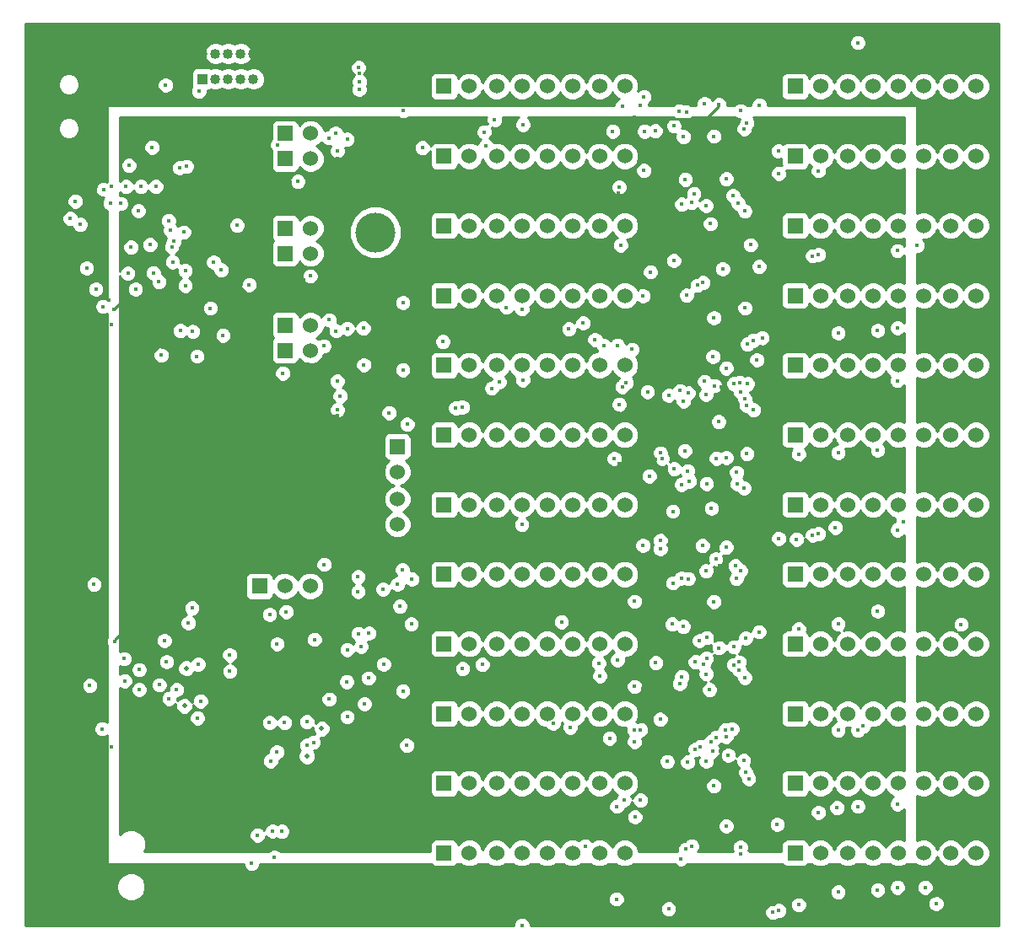
<source format=gbr>
%TF.FileFunction,Copper,L2,Inr,Plane*%
%FSLAX46Y46*%
G04 Gerber Fmt 4.6, Leading zero omitted, Abs format (unit mm)*
G04 Created by KiCad (PCBNEW (2014-10-18 BZR 5203)-product) date 11/17/2014 11:17:39 AM*
%MOMM*%
G01*
G04 APERTURE LIST*
%ADD10C,0.150000*%
%ADD11C,1.016000*%
%ADD12R,1.016000X1.016000*%
%ADD13R,1.524000X1.524000*%
%ADD14C,1.524000*%
%ADD15C,4.000000*%
%ADD16C,0.401600*%
%ADD17C,0.492600*%
%ADD18C,0.254000*%
G04 APERTURE END LIST*
D10*
D11*
X108270000Y-60270000D03*
D12*
X104460000Y-60270000D03*
D11*
X104460000Y-57730000D03*
X105730000Y-60270000D03*
X105730000Y-57730000D03*
X107000000Y-60270000D03*
X107000000Y-57730000D03*
X108270000Y-57730000D03*
X109540000Y-60270000D03*
X109540000Y-57730000D03*
D13*
X128680000Y-61000000D03*
D14*
X131220000Y-61000000D03*
X133940000Y-61000000D03*
X136480000Y-61000000D03*
X139020000Y-61000000D03*
X141560000Y-61000000D03*
X144280000Y-61000000D03*
X146820000Y-61000000D03*
D13*
X163930000Y-61000000D03*
D14*
X166470000Y-61000000D03*
X169190000Y-61000000D03*
X171730000Y-61000000D03*
X174270000Y-61000000D03*
X176810000Y-61000000D03*
X179530000Y-61000000D03*
X182070000Y-61000000D03*
D13*
X128680000Y-89000000D03*
D14*
X131220000Y-89000000D03*
X133940000Y-89000000D03*
X136480000Y-89000000D03*
X139020000Y-89000000D03*
X141560000Y-89000000D03*
X144280000Y-89000000D03*
X146820000Y-89000000D03*
D13*
X163930000Y-89000000D03*
D14*
X166470000Y-89000000D03*
X169190000Y-89000000D03*
X171730000Y-89000000D03*
X174270000Y-89000000D03*
X176810000Y-89000000D03*
X179530000Y-89000000D03*
X182070000Y-89000000D03*
D13*
X128680000Y-117000000D03*
D14*
X131220000Y-117000000D03*
X133940000Y-117000000D03*
X136480000Y-117000000D03*
X139020000Y-117000000D03*
X141560000Y-117000000D03*
X144280000Y-117000000D03*
X146820000Y-117000000D03*
D13*
X163930000Y-117000000D03*
D14*
X166470000Y-117000000D03*
X169190000Y-117000000D03*
X171730000Y-117000000D03*
X174270000Y-117000000D03*
X176810000Y-117000000D03*
X179530000Y-117000000D03*
X182070000Y-117000000D03*
D13*
X128680000Y-68000000D03*
D14*
X131220000Y-68000000D03*
X133940000Y-68000000D03*
X136480000Y-68000000D03*
X139020000Y-68000000D03*
X141560000Y-68000000D03*
X144280000Y-68000000D03*
X146820000Y-68000000D03*
D13*
X163930000Y-68000000D03*
D14*
X166470000Y-68000000D03*
X169190000Y-68000000D03*
X171730000Y-68000000D03*
X174270000Y-68000000D03*
X176810000Y-68000000D03*
X179530000Y-68000000D03*
X182070000Y-68000000D03*
D13*
X128680000Y-75000000D03*
D14*
X131220000Y-75000000D03*
X133940000Y-75000000D03*
X136480000Y-75000000D03*
X139020000Y-75000000D03*
X141560000Y-75000000D03*
X144280000Y-75000000D03*
X146820000Y-75000000D03*
D13*
X163930000Y-75000000D03*
D14*
X166470000Y-75000000D03*
X169190000Y-75000000D03*
X171730000Y-75000000D03*
X174270000Y-75000000D03*
X176810000Y-75000000D03*
X179530000Y-75000000D03*
X182070000Y-75000000D03*
D13*
X128680000Y-82000000D03*
D14*
X131220000Y-82000000D03*
X133940000Y-82000000D03*
X136480000Y-82000000D03*
X139020000Y-82000000D03*
X141560000Y-82000000D03*
X144280000Y-82000000D03*
X146820000Y-82000000D03*
D13*
X163930000Y-82000000D03*
D14*
X166470000Y-82000000D03*
X169190000Y-82000000D03*
X171730000Y-82000000D03*
X174270000Y-82000000D03*
X176810000Y-82000000D03*
X179530000Y-82000000D03*
X182070000Y-82000000D03*
D13*
X128680000Y-124000000D03*
D14*
X131220000Y-124000000D03*
X133940000Y-124000000D03*
X136480000Y-124000000D03*
X139020000Y-124000000D03*
X141560000Y-124000000D03*
X144280000Y-124000000D03*
X146820000Y-124000000D03*
D13*
X163930000Y-124000000D03*
D14*
X166470000Y-124000000D03*
X169190000Y-124000000D03*
X171730000Y-124000000D03*
X174270000Y-124000000D03*
X176810000Y-124000000D03*
X179530000Y-124000000D03*
X182070000Y-124000000D03*
D13*
X128680000Y-131000000D03*
D14*
X131220000Y-131000000D03*
X133940000Y-131000000D03*
X136480000Y-131000000D03*
X139020000Y-131000000D03*
X141560000Y-131000000D03*
X144280000Y-131000000D03*
X146820000Y-131000000D03*
D13*
X163930000Y-131000000D03*
D14*
X166470000Y-131000000D03*
X169190000Y-131000000D03*
X171730000Y-131000000D03*
X174270000Y-131000000D03*
X176810000Y-131000000D03*
X179530000Y-131000000D03*
X182070000Y-131000000D03*
D13*
X128680000Y-138000000D03*
D14*
X131220000Y-138000000D03*
X133940000Y-138000000D03*
X136480000Y-138000000D03*
X139020000Y-138000000D03*
X141560000Y-138000000D03*
X144280000Y-138000000D03*
X146820000Y-138000000D03*
D13*
X163930000Y-138000000D03*
D14*
X166470000Y-138000000D03*
X169190000Y-138000000D03*
X171730000Y-138000000D03*
X174270000Y-138000000D03*
X176810000Y-138000000D03*
X179530000Y-138000000D03*
X182070000Y-138000000D03*
D13*
X128680000Y-96000000D03*
D14*
X131220000Y-96000000D03*
X133940000Y-96000000D03*
X136480000Y-96000000D03*
X139020000Y-96000000D03*
X141560000Y-96000000D03*
X144280000Y-96000000D03*
X146820000Y-96000000D03*
D13*
X163930000Y-96000000D03*
D14*
X166470000Y-96000000D03*
X169190000Y-96000000D03*
X171730000Y-96000000D03*
X174270000Y-96000000D03*
X176810000Y-96000000D03*
X179530000Y-96000000D03*
X182070000Y-96000000D03*
D13*
X128680000Y-103000000D03*
D14*
X131220000Y-103000000D03*
X133940000Y-103000000D03*
X136480000Y-103000000D03*
X139020000Y-103000000D03*
X141560000Y-103000000D03*
X144280000Y-103000000D03*
X146820000Y-103000000D03*
D13*
X163930000Y-103000000D03*
D14*
X166470000Y-103000000D03*
X169190000Y-103000000D03*
X171730000Y-103000000D03*
X174270000Y-103000000D03*
X176810000Y-103000000D03*
X179530000Y-103000000D03*
X182070000Y-103000000D03*
D13*
X128680000Y-110000000D03*
D14*
X131220000Y-110000000D03*
X133940000Y-110000000D03*
X136480000Y-110000000D03*
X139020000Y-110000000D03*
X141560000Y-110000000D03*
X144280000Y-110000000D03*
X146820000Y-110000000D03*
D13*
X163930000Y-110000000D03*
D14*
X166470000Y-110000000D03*
X169190000Y-110000000D03*
X171730000Y-110000000D03*
X174270000Y-110000000D03*
X176810000Y-110000000D03*
X179530000Y-110000000D03*
X182070000Y-110000000D03*
X115270000Y-68270000D03*
D13*
X112730000Y-68270000D03*
X112730000Y-65730000D03*
D14*
X115270000Y-65730000D03*
X115270000Y-77770000D03*
D13*
X112730000Y-77770000D03*
X112730000Y-75230000D03*
D14*
X115270000Y-75230000D03*
X115270000Y-87520000D03*
D13*
X112730000Y-87520000D03*
X112730000Y-84980000D03*
D14*
X115270000Y-84980000D03*
D13*
X110160000Y-111200000D03*
D14*
X112700000Y-111200000D03*
X115240000Y-111200000D03*
D13*
X124000000Y-97180000D03*
D14*
X124000000Y-99720000D03*
X124000000Y-102440000D03*
X124000000Y-104980000D03*
D15*
X121790000Y-75650000D03*
X180980000Y-142620000D03*
D16*
X106321500Y-79435200D03*
X109118500Y-80926700D03*
X154411300Y-127315200D03*
X154732200Y-119028800D03*
X154307600Y-116674900D03*
X149397400Y-79638800D03*
X145609900Y-65518400D03*
X146250000Y-71121700D03*
X146029400Y-133316300D03*
X145286700Y-126478000D03*
X120620000Y-88974600D03*
X120576200Y-85289400D03*
X121097800Y-120432900D03*
X121149500Y-115917900D03*
X151797400Y-99417800D03*
X151215100Y-92042100D03*
X146250000Y-92932300D03*
X145778700Y-98377100D03*
X154976700Y-109657500D03*
X144318200Y-120209900D03*
X146412000Y-76948200D03*
X102201300Y-85538700D03*
X149886800Y-65477700D03*
X103455200Y-85622500D03*
X142634200Y-84760000D03*
X148653500Y-82038700D03*
X152384200Y-91565000D03*
X101425600Y-78631900D03*
X144210200Y-118931200D03*
X146080000Y-118622800D03*
X152326000Y-120998100D03*
X101581200Y-76534300D03*
X154093900Y-80974100D03*
X153896400Y-127587100D03*
X152295600Y-63459800D03*
X153512700Y-72685100D03*
X153542600Y-137300900D03*
X153313900Y-100646200D03*
X153896400Y-118802800D03*
X120683000Y-123024900D03*
X120357000Y-117236800D03*
X120103500Y-59107200D03*
X117786300Y-65701700D03*
X117848300Y-85560300D03*
X152844300Y-97600600D03*
X153176900Y-91802100D03*
X153204300Y-110449400D03*
X160606800Y-86250000D03*
X159126800Y-86898000D03*
X159720700Y-86502600D03*
X168236000Y-85773400D03*
X172204000Y-85515400D03*
X143826300Y-86436400D03*
X174188000Y-85265200D03*
X146088300Y-87010900D03*
X147563300Y-87416600D03*
X148794200Y-65506800D03*
X148396000Y-62883100D03*
X157676400Y-71960800D03*
X152891800Y-70336200D03*
X160300000Y-79095800D03*
X165655600Y-78022100D03*
X166252000Y-77886700D03*
X159450200Y-76916200D03*
X174188000Y-77505300D03*
X176172000Y-76996700D03*
X151738000Y-78495500D03*
X154830300Y-62739600D03*
X152704300Y-66056000D03*
X162284000Y-69736400D03*
X166252000Y-69476600D03*
X162230000Y-67497800D03*
X148722500Y-69444800D03*
X158220100Y-72769400D03*
X154651500Y-80708500D03*
X158954400Y-116418200D03*
X160300000Y-115782200D03*
X164268000Y-115501200D03*
X168236000Y-114999800D03*
X172204000Y-113701500D03*
X151578700Y-114995800D03*
X150380000Y-107445000D03*
X154608900Y-107116700D03*
X158406100Y-91655400D03*
X149093900Y-91677400D03*
X158042800Y-99770900D03*
X156020200Y-98361100D03*
X150564500Y-98367300D03*
X149275200Y-100137500D03*
X158013700Y-110446800D03*
X155028800Y-116367600D03*
X164051000Y-106491100D03*
X162284000Y-106415100D03*
X166252000Y-105944900D03*
X150380000Y-106614200D03*
X151634700Y-103675600D03*
X167960800Y-105294000D03*
X174188000Y-105553100D03*
X174756800Y-104700800D03*
X148651800Y-107108600D03*
X159072700Y-97888100D03*
X164268000Y-97927600D03*
X168236000Y-97797400D03*
X172201200Y-97537000D03*
X150397800Y-97829200D03*
X158097900Y-100894600D03*
X155957600Y-108456300D03*
X151659100Y-110880000D03*
X147802200Y-112727100D03*
X161687600Y-143967600D03*
X162284000Y-143776200D03*
X164268000Y-143203300D03*
X142845500Y-137310600D03*
X168236000Y-141928300D03*
X172204000Y-141702000D03*
X174188000Y-141451800D03*
X145972400Y-142631200D03*
X151218400Y-143610400D03*
X157729500Y-119085200D03*
X156285900Y-117400300D03*
X157215500Y-128188600D03*
X155982400Y-126379500D03*
X158424300Y-137420400D03*
X147838900Y-134375200D03*
X162122300Y-135125300D03*
X166252000Y-133932100D03*
X168128500Y-133459800D03*
X170220000Y-133317100D03*
X174188000Y-133071400D03*
X148396000Y-132698300D03*
X156947600Y-125617400D03*
X157607900Y-125551200D03*
X168236000Y-125668000D03*
X170747800Y-125246500D03*
X147760400Y-125631600D03*
X150380000Y-124572900D03*
X148396000Y-125631400D03*
X158947300Y-129908900D03*
X152465100Y-138602400D03*
X147802200Y-126818700D03*
X151083500Y-128817600D03*
X97709500Y-81364600D03*
X111957000Y-66857100D03*
X117980000Y-67483600D03*
X133749300Y-64372900D03*
X120203400Y-60503700D03*
X130540000Y-93217300D03*
X165655600Y-106078800D03*
X136481200Y-105020600D03*
X128556000Y-86625600D03*
X157776800Y-90874700D03*
X155854100Y-91065200D03*
X146581500Y-91176700D03*
X141207800Y-85374000D03*
X133462500Y-91313000D03*
X174188000Y-90559200D03*
X146951200Y-90759500D03*
X144723600Y-87063200D03*
X134227500Y-90688300D03*
X136492000Y-83362800D03*
X124978000Y-94933100D03*
X123172100Y-93779600D03*
X122604000Y-119040600D03*
X130540000Y-119486700D03*
X180584800Y-115023800D03*
X178072000Y-143093400D03*
X136492000Y-145268900D03*
X124935200Y-127193000D03*
X132524000Y-119066300D03*
X176959400Y-141451800D03*
X146751400Y-132669100D03*
X126515700Y-67158500D03*
X99497000Y-79729900D03*
X118908300Y-120788200D03*
X170220000Y-125668000D03*
X140460000Y-114795200D03*
X141348200Y-125370000D03*
X139625000Y-124968100D03*
X149933500Y-118890500D03*
X147802200Y-121277000D03*
X132714900Y-65586700D03*
X132870900Y-66971500D03*
X170220000Y-56606400D03*
X136609300Y-64838000D03*
X117980000Y-93510200D03*
X136579600Y-90485800D03*
X134933600Y-83194200D03*
X129861400Y-93305100D03*
D17*
X102793600Y-119437400D03*
X102615600Y-123229600D03*
D16*
X96237600Y-72761200D03*
X100605000Y-116662700D03*
X93541900Y-111023000D03*
X101839400Y-121589800D03*
X101350100Y-77121100D03*
X116652000Y-109018600D03*
D17*
X116410000Y-125509900D03*
X114910000Y-128279700D03*
D16*
X124239300Y-113212700D03*
X155325000Y-121600000D03*
X155525000Y-103375000D03*
X156250000Y-94675000D03*
X155425000Y-74800000D03*
X157750000Y-61450000D03*
X155750000Y-66000000D03*
X156646900Y-79329300D03*
X155750000Y-84250000D03*
X157000000Y-89300420D03*
X157000000Y-98300420D03*
X157000000Y-107300420D03*
X155750000Y-112750000D03*
X157764500Y-117300420D03*
X157000000Y-126300420D03*
X155750000Y-131250000D03*
X157000000Y-135300420D03*
X155750000Y-140500000D03*
X111660000Y-138420000D03*
X109910000Y-141869580D03*
X111410000Y-141869580D03*
X112910000Y-141869580D03*
X95280000Y-127340420D03*
X93090000Y-127290000D03*
X93090000Y-126340000D03*
X92280760Y-121090000D03*
X96616500Y-120708400D03*
X98080000Y-121590420D03*
X101080000Y-122489580D03*
X104244100Y-122735300D03*
X98080000Y-119590420D03*
X100830000Y-118790000D03*
X111920000Y-117000000D03*
X115670000Y-116550420D03*
X112837000Y-113766600D03*
X120050420Y-110250000D03*
X120050420Y-111750000D03*
X124000000Y-111000000D03*
X125387100Y-114993400D03*
X124549080Y-121724160D03*
X118950920Y-124325120D03*
X117150000Y-122550420D03*
X111910000Y-127850000D03*
X112660000Y-124900420D03*
X111160000Y-124900420D03*
X111260000Y-128765000D03*
X107160000Y-118101020D03*
X107177800Y-119748300D03*
X118950920Y-117575120D03*
X118254800Y-92102900D03*
X124549080Y-89474160D03*
X124549080Y-82724160D03*
X112500000Y-89800420D03*
X106500000Y-86000000D03*
X89300420Y-79750000D03*
X89300420Y-78250000D03*
X89300420Y-76750000D03*
X89300420Y-75250000D03*
X93988900Y-74706500D03*
X100065800Y-80631000D03*
X102699580Y-81000000D03*
X102699580Y-79500000D03*
X105550000Y-78650000D03*
X107905000Y-74950000D03*
X99750000Y-71050420D03*
X98250000Y-71050420D03*
X96750000Y-71050420D03*
X88275000Y-61400000D03*
X88275000Y-58550000D03*
X93725000Y-58550000D03*
X88275000Y-67450000D03*
X93218000Y-66294000D03*
X124602200Y-63428900D03*
X118950920Y-66325120D03*
X124549080Y-56724160D03*
X120216900Y-59721800D03*
X121991100Y-59329300D03*
X157000000Y-70300420D03*
X155002200Y-128781800D03*
X103380000Y-113392500D03*
X103007200Y-114889300D03*
X115572500Y-126873000D03*
X93750000Y-84949580D03*
X90550420Y-88000000D03*
X100300420Y-88000000D03*
X154985700Y-72989400D03*
X154967900Y-91958200D03*
X155025100Y-100892600D03*
X155006000Y-120015000D03*
X96937800Y-79781400D03*
X94381300Y-76771500D03*
X91500000Y-77500000D03*
X97254100Y-77144900D03*
X98000000Y-73500000D03*
X94381300Y-78988900D03*
X95000000Y-82500000D03*
X95250000Y-84949580D03*
X118950920Y-85325120D03*
X92623600Y-70835500D03*
X95250000Y-71050420D03*
X93750000Y-71050420D03*
X96580000Y-118489580D03*
X103932500Y-124440000D03*
X111170000Y-114050420D03*
X91330000Y-113978220D03*
X124500000Y-109550000D03*
X125450000Y-110500000D03*
X122550000Y-111500000D03*
X115250000Y-80050420D03*
X114000000Y-70550420D03*
X88000000Y-55000000D03*
X93000000Y-55000000D03*
X100000000Y-55000000D03*
X109000000Y-55000000D03*
X117000000Y-55000000D03*
X123000000Y-55000000D03*
X130000000Y-55000000D03*
X137000000Y-55000000D03*
X144000000Y-55000000D03*
X149000000Y-55000000D03*
X154000000Y-55000000D03*
X160000000Y-55000000D03*
X166000000Y-55000000D03*
X176000000Y-56000000D03*
X183000000Y-57000000D03*
X184000000Y-61000000D03*
X183000000Y-65000000D03*
X184000000Y-68000000D03*
X183000000Y-72000000D03*
X184000000Y-75000000D03*
X183000000Y-79000000D03*
X184000000Y-82000000D03*
X183000000Y-86000000D03*
X184000000Y-89000000D03*
X183000000Y-93000000D03*
X184000000Y-96000000D03*
X183000000Y-100000000D03*
X184000000Y-103000000D03*
X183000000Y-107000000D03*
X184000000Y-110000000D03*
X183000000Y-114000000D03*
X184000000Y-117000000D03*
X183000000Y-121000000D03*
X184000000Y-124000000D03*
X183000000Y-128000000D03*
X184000000Y-131000000D03*
X183000000Y-135000000D03*
X184000000Y-138000000D03*
X183000000Y-141000000D03*
X88000000Y-81000000D03*
X88000000Y-86000000D03*
X87000000Y-91000000D03*
X89000000Y-97000000D03*
X89000000Y-102000000D03*
X89000000Y-108000000D03*
X88000000Y-115000000D03*
X88000000Y-120000000D03*
X88000000Y-129000000D03*
X88000000Y-136000000D03*
X88000000Y-142000000D03*
X91000000Y-144000000D03*
X98000000Y-144000000D03*
X104000000Y-144000000D03*
X113000000Y-144000000D03*
X117000000Y-144000000D03*
X124000000Y-144000000D03*
X130000000Y-144000000D03*
X138000000Y-143000000D03*
X143000000Y-143000000D03*
X88000000Y-75000000D03*
X88000000Y-71000000D03*
X148000000Y-144000000D03*
X167000000Y-144000000D03*
X156000000Y-144000000D03*
X172000000Y-144000000D03*
X96837800Y-74769900D03*
X97077900Y-72493100D03*
X95599900Y-116727700D03*
X94431600Y-83102100D03*
X95563100Y-83428900D03*
X94354500Y-125524000D03*
X97341900Y-124495300D03*
X155983300Y-99454500D03*
X150718100Y-79391300D03*
X148864100Y-135517600D03*
X148721400Y-114653900D03*
X148634300Y-121483700D03*
X146971200Y-114622900D03*
X146250000Y-79227300D03*
X146250000Y-121008200D03*
X145909200Y-114739900D03*
X121106300Y-108983300D03*
X114846200Y-117467900D03*
X113973600Y-113157600D03*
X108192100Y-137420000D03*
X106790100Y-80877300D03*
X104076300Y-61480000D03*
X105394900Y-65339000D03*
X104283300Y-68399200D03*
X101186200Y-79714200D03*
X91152800Y-74265800D03*
X91671100Y-72538100D03*
X120009800Y-119490900D03*
X144760600Y-91932400D03*
X156280900Y-62849500D03*
X155998100Y-71256300D03*
X117980000Y-126261100D03*
X156280900Y-81091800D03*
X99000000Y-72491400D03*
X106732000Y-135075800D03*
X147136700Y-135528900D03*
X120930900Y-111000000D03*
X156020200Y-80432900D03*
X156725000Y-118974500D03*
X157012200Y-136844900D03*
X145491800Y-135613500D03*
X97426900Y-84763000D03*
X150835900Y-121148500D03*
X150334600Y-135658900D03*
X111070900Y-90995500D03*
X114093000Y-121045000D03*
X147802200Y-64084700D03*
X146250000Y-127782200D03*
X156424000Y-127739000D03*
X146250000Y-98872300D03*
X148396000Y-98422700D03*
X149875900Y-98499400D03*
X156531100Y-91187300D03*
X147802200Y-92115500D03*
X117987700Y-68205000D03*
X120504600Y-64806400D03*
X120151300Y-61297500D03*
X101213300Y-80880800D03*
X104750400Y-82627400D03*
X156332000Y-109097100D03*
X150131800Y-114561600D03*
X147802200Y-71843700D03*
X146201900Y-71720600D03*
X114979900Y-88941500D03*
X117980000Y-94096300D03*
X117980000Y-87330700D03*
X114625000Y-80420400D03*
X108500000Y-65211900D03*
X113237900Y-70591500D03*
X95185600Y-72724500D03*
X93117600Y-121185800D03*
X99152200Y-76906400D03*
X101024700Y-74480400D03*
X114910000Y-124825900D03*
X114910000Y-127181600D03*
X93725500Y-81368800D03*
X109951800Y-136207500D03*
X111467200Y-135799100D03*
X104011500Y-119040600D03*
X100097700Y-121114800D03*
X109377400Y-139062000D03*
X112386000Y-135826800D03*
X158811200Y-65248100D03*
X152993200Y-63578900D03*
X158317900Y-118818700D03*
X155020400Y-118433200D03*
X159260500Y-130528800D03*
X155629300Y-127743000D03*
X159747700Y-93502800D03*
X160079000Y-88469200D03*
X155678900Y-88140100D03*
X154815900Y-90633400D03*
X157904100Y-109158100D03*
X152693200Y-115254300D03*
X101236000Y-75463900D03*
X160331400Y-62886000D03*
X158748000Y-128716600D03*
X158793600Y-101343900D03*
X158485400Y-138104200D03*
X158442500Y-109650400D03*
X158448400Y-63455600D03*
X158879000Y-73532200D03*
X158879000Y-120385600D03*
X158893500Y-83266300D03*
X158879000Y-92385600D03*
X99372800Y-67116300D03*
X102826000Y-69040100D03*
X92792700Y-79247800D03*
X94500000Y-71336800D03*
X97054800Y-68932900D03*
X102115800Y-69182400D03*
X103879400Y-88097900D03*
X105230000Y-83270000D03*
X159072800Y-64660900D03*
X153754500Y-71774800D03*
X158309400Y-119639300D03*
X155497800Y-126809500D03*
X159026300Y-93040800D03*
X159125300Y-90874600D03*
X158342000Y-90734900D03*
X153135600Y-99619300D03*
X92156100Y-74867500D03*
X100734500Y-60867500D03*
X117103900Y-66169900D03*
X117155500Y-84452100D03*
X116629800Y-87076700D03*
X120053900Y-115962800D03*
X117961100Y-90605700D03*
X102548300Y-75642100D03*
X146559300Y-63024400D03*
X148749700Y-62046300D03*
X152543000Y-120298000D03*
X152492400Y-110410300D03*
X152534500Y-72842900D03*
X151752600Y-64978600D03*
X153019300Y-81973100D03*
X153140600Y-128872600D03*
X152948100Y-137617600D03*
X152714500Y-92608900D03*
X152512800Y-100978800D03*
D18*
X96393200Y-115825000D02*
X95599900Y-116618300D01*
X95599900Y-116618300D02*
X95599900Y-116727700D01*
X96324100Y-82667900D02*
X95563100Y-83428900D01*
X156280900Y-62992300D02*
X154979400Y-64293800D01*
X154979400Y-64293800D02*
X148011300Y-64293800D01*
X148011300Y-64293800D02*
X147802200Y-64084700D01*
X156280900Y-62849500D02*
X156280900Y-62992300D01*
X156424000Y-128670700D02*
X155219400Y-129875300D01*
X155219400Y-129875300D02*
X149489200Y-129875300D01*
X149489200Y-129875300D02*
X147396100Y-127782200D01*
X147396100Y-127782200D02*
X146250000Y-127782200D01*
X156424000Y-127739000D02*
X156424000Y-128670700D01*
X148472700Y-98499400D02*
X148099800Y-98872300D01*
X148099800Y-98872300D02*
X146250000Y-98872300D01*
X149875900Y-98499400D02*
X148472700Y-98499400D01*
X156531100Y-91728500D02*
X154567900Y-93691700D01*
X154567900Y-93691700D02*
X149378400Y-93691700D01*
X149378400Y-93691700D02*
X147802200Y-92115500D01*
X156531100Y-91187300D02*
X156531100Y-91728500D01*
X119125100Y-68205000D02*
X120504600Y-66825500D01*
X120504600Y-66825500D02*
X120504600Y-64806400D01*
X117987700Y-68205000D02*
X119125100Y-68205000D01*
X101213300Y-80989900D02*
X102850800Y-82627400D01*
X102850800Y-82627400D02*
X104750400Y-82627400D01*
X101213300Y-80880800D02*
X101213300Y-80989900D01*
X156332000Y-111061400D02*
X153743600Y-113649800D01*
X153743600Y-113649800D02*
X151043600Y-113649800D01*
X151043600Y-113649800D02*
X150131800Y-114561600D01*
X156332000Y-109097100D02*
X156332000Y-111061400D01*
X146201900Y-71826900D02*
X146218700Y-71843700D01*
X146218700Y-71843700D02*
X147802200Y-71843700D01*
X146201900Y-71720600D02*
X146201900Y-71826900D01*
X116819100Y-94096300D02*
X114979900Y-92257100D01*
X114979900Y-92257100D02*
X114979900Y-88941500D01*
X117980000Y-94096300D02*
X116819100Y-94096300D01*
X117980000Y-87485600D02*
X116524100Y-88941500D01*
X116524100Y-88941500D02*
X114979900Y-88941500D01*
X117980000Y-87330700D02*
X117980000Y-87485600D01*
X110241300Y-80420400D02*
X109773800Y-79952900D01*
X109773800Y-79952900D02*
X107796300Y-79952900D01*
X107796300Y-79952900D02*
X106984800Y-80764400D01*
X114625000Y-80420400D02*
X110241300Y-80420400D01*
X110756500Y-70591500D02*
X108500000Y-68335000D01*
X108500000Y-68335000D02*
X108500000Y-65211900D01*
X113237900Y-70591500D02*
X110756500Y-70591500D01*
G36*
X184315000Y-145315000D02*
X183467242Y-145315000D01*
X183467242Y-137723339D01*
X183255010Y-137209697D01*
X182862370Y-136816371D01*
X182349100Y-136603243D01*
X181793339Y-136602758D01*
X181279697Y-136814990D01*
X180886371Y-137207630D01*
X180800050Y-137415512D01*
X180715010Y-137209697D01*
X180322370Y-136816371D01*
X179809100Y-136603243D01*
X179253339Y-136602758D01*
X178739697Y-136814990D01*
X178346371Y-137207630D01*
X178169828Y-137632791D01*
X177995010Y-137209697D01*
X177602370Y-136816371D01*
X177089100Y-136603243D01*
X176533339Y-136602758D01*
X176127000Y-136770653D01*
X176127000Y-132229043D01*
X176530900Y-132396757D01*
X177086661Y-132397242D01*
X177600303Y-132185010D01*
X177993629Y-131792370D01*
X178170171Y-131367208D01*
X178344990Y-131790303D01*
X178737630Y-132183629D01*
X179250900Y-132396757D01*
X179806661Y-132397242D01*
X180320303Y-132185010D01*
X180713629Y-131792370D01*
X180799949Y-131584487D01*
X180884990Y-131790303D01*
X181277630Y-132183629D01*
X181790900Y-132396757D01*
X182346661Y-132397242D01*
X182860303Y-132185010D01*
X183253629Y-131792370D01*
X183466757Y-131279100D01*
X183467242Y-130723339D01*
X183255010Y-130209697D01*
X182862370Y-129816371D01*
X182349100Y-129603243D01*
X181793339Y-129602758D01*
X181279697Y-129814990D01*
X180886371Y-130207630D01*
X180800050Y-130415512D01*
X180715010Y-130209697D01*
X180322370Y-129816371D01*
X179809100Y-129603243D01*
X179253339Y-129602758D01*
X178739697Y-129814990D01*
X178346371Y-130207630D01*
X178169828Y-130632791D01*
X177995010Y-130209697D01*
X177602370Y-129816371D01*
X177089100Y-129603243D01*
X176533339Y-129602758D01*
X176127000Y-129770653D01*
X176127000Y-125229043D01*
X176530900Y-125396757D01*
X177086661Y-125397242D01*
X177600303Y-125185010D01*
X177993629Y-124792370D01*
X178170171Y-124367208D01*
X178344990Y-124790303D01*
X178737630Y-125183629D01*
X179250900Y-125396757D01*
X179806661Y-125397242D01*
X180320303Y-125185010D01*
X180713629Y-124792370D01*
X180799949Y-124584487D01*
X180884990Y-124790303D01*
X181277630Y-125183629D01*
X181790900Y-125396757D01*
X182346661Y-125397242D01*
X182860303Y-125185010D01*
X183253629Y-124792370D01*
X183466757Y-124279100D01*
X183467242Y-123723339D01*
X183255010Y-123209697D01*
X182862370Y-122816371D01*
X182349100Y-122603243D01*
X181793339Y-122602758D01*
X181279697Y-122814990D01*
X180886371Y-123207630D01*
X180800050Y-123415512D01*
X180715010Y-123209697D01*
X180322370Y-122816371D01*
X179809100Y-122603243D01*
X179253339Y-122602758D01*
X178739697Y-122814990D01*
X178346371Y-123207630D01*
X178169828Y-123632791D01*
X177995010Y-123209697D01*
X177602370Y-122816371D01*
X177089100Y-122603243D01*
X176533339Y-122602758D01*
X176127000Y-122770653D01*
X176127000Y-118229043D01*
X176530900Y-118396757D01*
X177086661Y-118397242D01*
X177600303Y-118185010D01*
X177993629Y-117792370D01*
X178170171Y-117367208D01*
X178344990Y-117790303D01*
X178737630Y-118183629D01*
X179250900Y-118396757D01*
X179806661Y-118397242D01*
X180320303Y-118185010D01*
X180713629Y-117792370D01*
X180799949Y-117584487D01*
X180884990Y-117790303D01*
X181277630Y-118183629D01*
X181790900Y-118396757D01*
X182346661Y-118397242D01*
X182860303Y-118185010D01*
X183253629Y-117792370D01*
X183466757Y-117279100D01*
X183467242Y-116723339D01*
X183255010Y-116209697D01*
X182862370Y-115816371D01*
X182349100Y-115603243D01*
X181793339Y-115602758D01*
X181279697Y-115814990D01*
X180886371Y-116207630D01*
X180800050Y-116415512D01*
X180715010Y-116209697D01*
X180328250Y-115822261D01*
X180417820Y-115859454D01*
X180750321Y-115859744D01*
X181057624Y-115732770D01*
X181292943Y-115497861D01*
X181420454Y-115190780D01*
X181420744Y-114858279D01*
X181293770Y-114550976D01*
X181058861Y-114315657D01*
X180751780Y-114188146D01*
X180419279Y-114187856D01*
X180111976Y-114314830D01*
X179876657Y-114549739D01*
X179749146Y-114856820D01*
X179748856Y-115189321D01*
X179875830Y-115496624D01*
X180104858Y-115726052D01*
X179809100Y-115603243D01*
X179253339Y-115602758D01*
X178739697Y-115814990D01*
X178346371Y-116207630D01*
X178169828Y-116632791D01*
X177995010Y-116209697D01*
X177602370Y-115816371D01*
X177089100Y-115603243D01*
X176533339Y-115602758D01*
X176127000Y-115770653D01*
X176127000Y-111229043D01*
X176530900Y-111396757D01*
X177086661Y-111397242D01*
X177600303Y-111185010D01*
X177993629Y-110792370D01*
X178170171Y-110367208D01*
X178344990Y-110790303D01*
X178737630Y-111183629D01*
X179250900Y-111396757D01*
X179806661Y-111397242D01*
X180320303Y-111185010D01*
X180713629Y-110792370D01*
X180799949Y-110584487D01*
X180884990Y-110790303D01*
X181277630Y-111183629D01*
X181790900Y-111396757D01*
X182346661Y-111397242D01*
X182860303Y-111185010D01*
X183253629Y-110792370D01*
X183466757Y-110279100D01*
X183467242Y-109723339D01*
X183255010Y-109209697D01*
X182862370Y-108816371D01*
X182349100Y-108603243D01*
X181793339Y-108602758D01*
X181279697Y-108814990D01*
X180886371Y-109207630D01*
X180800050Y-109415512D01*
X180715010Y-109209697D01*
X180322370Y-108816371D01*
X179809100Y-108603243D01*
X179253339Y-108602758D01*
X178739697Y-108814990D01*
X178346371Y-109207630D01*
X178169828Y-109632791D01*
X177995010Y-109209697D01*
X177602370Y-108816371D01*
X177089100Y-108603243D01*
X176533339Y-108602758D01*
X176127000Y-108770653D01*
X176127000Y-104229043D01*
X176530900Y-104396757D01*
X177086661Y-104397242D01*
X177600303Y-104185010D01*
X177993629Y-103792370D01*
X178170171Y-103367208D01*
X178344990Y-103790303D01*
X178737630Y-104183629D01*
X179250900Y-104396757D01*
X179806661Y-104397242D01*
X180320303Y-104185010D01*
X180713629Y-103792370D01*
X180799949Y-103584487D01*
X180884990Y-103790303D01*
X181277630Y-104183629D01*
X181790900Y-104396757D01*
X182346661Y-104397242D01*
X182860303Y-104185010D01*
X183253629Y-103792370D01*
X183466757Y-103279100D01*
X183467242Y-102723339D01*
X183255010Y-102209697D01*
X182862370Y-101816371D01*
X182349100Y-101603243D01*
X181793339Y-101602758D01*
X181279697Y-101814990D01*
X180886371Y-102207630D01*
X180800050Y-102415512D01*
X180715010Y-102209697D01*
X180322370Y-101816371D01*
X179809100Y-101603243D01*
X179253339Y-101602758D01*
X178739697Y-101814990D01*
X178346371Y-102207630D01*
X178169828Y-102632791D01*
X177995010Y-102209697D01*
X177602370Y-101816371D01*
X177089100Y-101603243D01*
X176533339Y-101602758D01*
X176127000Y-101770653D01*
X176127000Y-97229043D01*
X176530900Y-97396757D01*
X177086661Y-97397242D01*
X177600303Y-97185010D01*
X177993629Y-96792370D01*
X178170171Y-96367208D01*
X178344990Y-96790303D01*
X178737630Y-97183629D01*
X179250900Y-97396757D01*
X179806661Y-97397242D01*
X180320303Y-97185010D01*
X180713629Y-96792370D01*
X180799949Y-96584487D01*
X180884990Y-96790303D01*
X181277630Y-97183629D01*
X181790900Y-97396757D01*
X182346661Y-97397242D01*
X182860303Y-97185010D01*
X183253629Y-96792370D01*
X183466757Y-96279100D01*
X183467242Y-95723339D01*
X183255010Y-95209697D01*
X182862370Y-94816371D01*
X182349100Y-94603243D01*
X181793339Y-94602758D01*
X181279697Y-94814990D01*
X180886371Y-95207630D01*
X180800050Y-95415512D01*
X180715010Y-95209697D01*
X180322370Y-94816371D01*
X179809100Y-94603243D01*
X179253339Y-94602758D01*
X178739697Y-94814990D01*
X178346371Y-95207630D01*
X178169828Y-95632791D01*
X177995010Y-95209697D01*
X177602370Y-94816371D01*
X177089100Y-94603243D01*
X176533339Y-94602758D01*
X176127000Y-94770653D01*
X176127000Y-90229043D01*
X176530900Y-90396757D01*
X177086661Y-90397242D01*
X177600303Y-90185010D01*
X177993629Y-89792370D01*
X178170171Y-89367208D01*
X178344990Y-89790303D01*
X178737630Y-90183629D01*
X179250900Y-90396757D01*
X179806661Y-90397242D01*
X180320303Y-90185010D01*
X180713629Y-89792370D01*
X180799949Y-89584487D01*
X180884990Y-89790303D01*
X181277630Y-90183629D01*
X181790900Y-90396757D01*
X182346661Y-90397242D01*
X182860303Y-90185010D01*
X183253629Y-89792370D01*
X183466757Y-89279100D01*
X183467242Y-88723339D01*
X183255010Y-88209697D01*
X182862370Y-87816371D01*
X182349100Y-87603243D01*
X181793339Y-87602758D01*
X181279697Y-87814990D01*
X180886371Y-88207630D01*
X180800050Y-88415512D01*
X180715010Y-88209697D01*
X180322370Y-87816371D01*
X179809100Y-87603243D01*
X179253339Y-87602758D01*
X178739697Y-87814990D01*
X178346371Y-88207630D01*
X178169828Y-88632791D01*
X177995010Y-88209697D01*
X177602370Y-87816371D01*
X177089100Y-87603243D01*
X176533339Y-87602758D01*
X176127000Y-87770653D01*
X176127000Y-83229043D01*
X176530900Y-83396757D01*
X177086661Y-83397242D01*
X177600303Y-83185010D01*
X177993629Y-82792370D01*
X178170171Y-82367208D01*
X178344990Y-82790303D01*
X178737630Y-83183629D01*
X179250900Y-83396757D01*
X179806661Y-83397242D01*
X180320303Y-83185010D01*
X180713629Y-82792370D01*
X180799949Y-82584487D01*
X180884990Y-82790303D01*
X181277630Y-83183629D01*
X181790900Y-83396757D01*
X182346661Y-83397242D01*
X182860303Y-83185010D01*
X183253629Y-82792370D01*
X183466757Y-82279100D01*
X183467242Y-81723339D01*
X183255010Y-81209697D01*
X182862370Y-80816371D01*
X182349100Y-80603243D01*
X181793339Y-80602758D01*
X181279697Y-80814990D01*
X180886371Y-81207630D01*
X180800050Y-81415512D01*
X180715010Y-81209697D01*
X180322370Y-80816371D01*
X179809100Y-80603243D01*
X179253339Y-80602758D01*
X178739697Y-80814990D01*
X178346371Y-81207630D01*
X178169828Y-81632791D01*
X177995010Y-81209697D01*
X177602370Y-80816371D01*
X177089100Y-80603243D01*
X176533339Y-80602758D01*
X176127000Y-80770653D01*
X176127000Y-77832460D01*
X176337521Y-77832644D01*
X176644824Y-77705670D01*
X176880143Y-77470761D01*
X177007654Y-77163680D01*
X177007944Y-76831179D01*
X176880970Y-76523876D01*
X176754267Y-76396951D01*
X177086661Y-76397242D01*
X177600303Y-76185010D01*
X177993629Y-75792370D01*
X178170171Y-75367208D01*
X178344990Y-75790303D01*
X178737630Y-76183629D01*
X179250900Y-76396757D01*
X179806661Y-76397242D01*
X180320303Y-76185010D01*
X180713629Y-75792370D01*
X180799949Y-75584487D01*
X180884990Y-75790303D01*
X181277630Y-76183629D01*
X181790900Y-76396757D01*
X182346661Y-76397242D01*
X182860303Y-76185010D01*
X183253629Y-75792370D01*
X183466757Y-75279100D01*
X183467242Y-74723339D01*
X183255010Y-74209697D01*
X182862370Y-73816371D01*
X182349100Y-73603243D01*
X181793339Y-73602758D01*
X181279697Y-73814990D01*
X180886371Y-74207630D01*
X180800050Y-74415512D01*
X180715010Y-74209697D01*
X180322370Y-73816371D01*
X179809100Y-73603243D01*
X179253339Y-73602758D01*
X178739697Y-73814990D01*
X178346371Y-74207630D01*
X178169828Y-74632791D01*
X177995010Y-74209697D01*
X177602370Y-73816371D01*
X177089100Y-73603243D01*
X176533339Y-73602758D01*
X176127000Y-73770653D01*
X176127000Y-69229043D01*
X176530900Y-69396757D01*
X177086661Y-69397242D01*
X177600303Y-69185010D01*
X177993629Y-68792370D01*
X178170171Y-68367208D01*
X178344990Y-68790303D01*
X178737630Y-69183629D01*
X179250900Y-69396757D01*
X179806661Y-69397242D01*
X180320303Y-69185010D01*
X180713629Y-68792370D01*
X180799949Y-68584487D01*
X180884990Y-68790303D01*
X181277630Y-69183629D01*
X181790900Y-69396757D01*
X182346661Y-69397242D01*
X182860303Y-69185010D01*
X183253629Y-68792370D01*
X183466757Y-68279100D01*
X183467242Y-67723339D01*
X183467242Y-60723339D01*
X183255010Y-60209697D01*
X182862370Y-59816371D01*
X182349100Y-59603243D01*
X181793339Y-59602758D01*
X181279697Y-59814990D01*
X180886371Y-60207630D01*
X180800050Y-60415512D01*
X180715010Y-60209697D01*
X180322370Y-59816371D01*
X179809100Y-59603243D01*
X179253339Y-59602758D01*
X178739697Y-59814990D01*
X178346371Y-60207630D01*
X178169828Y-60632791D01*
X177995010Y-60209697D01*
X177602370Y-59816371D01*
X177089100Y-59603243D01*
X176533339Y-59602758D01*
X176019697Y-59814990D01*
X175626371Y-60207630D01*
X175540050Y-60415512D01*
X175455010Y-60209697D01*
X175062370Y-59816371D01*
X174549100Y-59603243D01*
X173993339Y-59602758D01*
X173479697Y-59814990D01*
X173086371Y-60207630D01*
X173000050Y-60415512D01*
X172915010Y-60209697D01*
X172522370Y-59816371D01*
X172009100Y-59603243D01*
X171453339Y-59602758D01*
X171055944Y-59766957D01*
X171055944Y-56440879D01*
X170928970Y-56133576D01*
X170694061Y-55898257D01*
X170386980Y-55770746D01*
X170054479Y-55770456D01*
X169747176Y-55897430D01*
X169511857Y-56132339D01*
X169384346Y-56439420D01*
X169384056Y-56771921D01*
X169511030Y-57079224D01*
X169745939Y-57314543D01*
X170053020Y-57442054D01*
X170385521Y-57442344D01*
X170692824Y-57315370D01*
X170928143Y-57080461D01*
X171055654Y-56773380D01*
X171055944Y-56440879D01*
X171055944Y-59766957D01*
X170939697Y-59814990D01*
X170546371Y-60207630D01*
X170460050Y-60415512D01*
X170375010Y-60209697D01*
X169982370Y-59816371D01*
X169469100Y-59603243D01*
X168913339Y-59602758D01*
X168399697Y-59814990D01*
X168006371Y-60207630D01*
X167829828Y-60632791D01*
X167655010Y-60209697D01*
X167262370Y-59816371D01*
X166749100Y-59603243D01*
X166193339Y-59602758D01*
X165679697Y-59814990D01*
X165327000Y-60167071D01*
X165327000Y-60111691D01*
X165230327Y-59878302D01*
X165051699Y-59699673D01*
X164818310Y-59603000D01*
X164565691Y-59603000D01*
X163041691Y-59603000D01*
X162808302Y-59699673D01*
X162629673Y-59878301D01*
X162533000Y-60111690D01*
X162533000Y-60364309D01*
X162533000Y-61888309D01*
X162629673Y-62121698D01*
X162808301Y-62300327D01*
X163041690Y-62397000D01*
X163294309Y-62397000D01*
X164818309Y-62397000D01*
X165051698Y-62300327D01*
X165230327Y-62121699D01*
X165327000Y-61888310D01*
X165327000Y-61832386D01*
X165677630Y-62183629D01*
X166190900Y-62396757D01*
X166746661Y-62397242D01*
X167260303Y-62185010D01*
X167653629Y-61792370D01*
X167830171Y-61367208D01*
X168004990Y-61790303D01*
X168397630Y-62183629D01*
X168910900Y-62396757D01*
X169466661Y-62397242D01*
X169980303Y-62185010D01*
X170373629Y-61792370D01*
X170459949Y-61584487D01*
X170544990Y-61790303D01*
X170937630Y-62183629D01*
X171450900Y-62396757D01*
X172006661Y-62397242D01*
X172520303Y-62185010D01*
X172913629Y-61792370D01*
X172999949Y-61584487D01*
X173084990Y-61790303D01*
X173477630Y-62183629D01*
X173990900Y-62396757D01*
X174546661Y-62397242D01*
X175060303Y-62185010D01*
X175453629Y-61792370D01*
X175539949Y-61584487D01*
X175624990Y-61790303D01*
X176017630Y-62183629D01*
X176530900Y-62396757D01*
X177086661Y-62397242D01*
X177600303Y-62185010D01*
X177993629Y-61792370D01*
X178170171Y-61367208D01*
X178344990Y-61790303D01*
X178737630Y-62183629D01*
X179250900Y-62396757D01*
X179806661Y-62397242D01*
X180320303Y-62185010D01*
X180713629Y-61792370D01*
X180799949Y-61584487D01*
X180884990Y-61790303D01*
X181277630Y-62183629D01*
X181790900Y-62396757D01*
X182346661Y-62397242D01*
X182860303Y-62185010D01*
X183253629Y-61792370D01*
X183466757Y-61279100D01*
X183467242Y-60723339D01*
X183467242Y-67723339D01*
X183255010Y-67209697D01*
X182862370Y-66816371D01*
X182349100Y-66603243D01*
X181793339Y-66602758D01*
X181279697Y-66814990D01*
X180886371Y-67207630D01*
X180800050Y-67415512D01*
X180715010Y-67209697D01*
X180322370Y-66816371D01*
X179809100Y-66603243D01*
X179253339Y-66602758D01*
X178739697Y-66814990D01*
X178346371Y-67207630D01*
X178169828Y-67632791D01*
X177995010Y-67209697D01*
X177602370Y-66816371D01*
X177089100Y-66603243D01*
X176533339Y-66602758D01*
X176127000Y-66770653D01*
X176127000Y-62873000D01*
X161167210Y-62873000D01*
X161167344Y-62720479D01*
X161040370Y-62413176D01*
X160805461Y-62177857D01*
X160498380Y-62050346D01*
X160165879Y-62050056D01*
X159858576Y-62177030D01*
X159623257Y-62411939D01*
X159495746Y-62719020D01*
X159495611Y-62873000D01*
X159047785Y-62873000D01*
X158922461Y-62747457D01*
X158615380Y-62619946D01*
X158282879Y-62619656D01*
X157975576Y-62746630D01*
X157848985Y-62873000D01*
X157116679Y-62873000D01*
X157116844Y-62683979D01*
X156989870Y-62376676D01*
X156754961Y-62141357D01*
X156447880Y-62013846D01*
X156115379Y-62013556D01*
X155808076Y-62140530D01*
X155580835Y-62367374D01*
X155539270Y-62266776D01*
X155304361Y-62031457D01*
X154997280Y-61903946D01*
X154664779Y-61903656D01*
X154357476Y-62030630D01*
X154122157Y-62265539D01*
X153994646Y-62572620D01*
X153994384Y-62873000D01*
X153469500Y-62873000D01*
X153467261Y-62870757D01*
X153160180Y-62743246D01*
X152827679Y-62742956D01*
X152780453Y-62762468D01*
X152769661Y-62751657D01*
X152462580Y-62624146D01*
X152130079Y-62623856D01*
X151822776Y-62750830D01*
X151700392Y-62873000D01*
X149231808Y-62873000D01*
X149231919Y-62745891D01*
X149457843Y-62520361D01*
X149585354Y-62213280D01*
X149585644Y-61880779D01*
X149458670Y-61573476D01*
X149223761Y-61338157D01*
X148916680Y-61210646D01*
X148584179Y-61210356D01*
X148276876Y-61337330D01*
X148132896Y-61481058D01*
X148216757Y-61279100D01*
X148217242Y-60723339D01*
X148005010Y-60209697D01*
X147612370Y-59816371D01*
X147099100Y-59603243D01*
X146543339Y-59602758D01*
X146029697Y-59814990D01*
X145636371Y-60207630D01*
X145550050Y-60415512D01*
X145465010Y-60209697D01*
X145072370Y-59816371D01*
X144559100Y-59603243D01*
X144003339Y-59602758D01*
X143489697Y-59814990D01*
X143096371Y-60207630D01*
X142919828Y-60632791D01*
X142745010Y-60209697D01*
X142352370Y-59816371D01*
X141839100Y-59603243D01*
X141283339Y-59602758D01*
X140769697Y-59814990D01*
X140376371Y-60207630D01*
X140290050Y-60415512D01*
X140205010Y-60209697D01*
X139812370Y-59816371D01*
X139299100Y-59603243D01*
X138743339Y-59602758D01*
X138229697Y-59814990D01*
X137836371Y-60207630D01*
X137750050Y-60415512D01*
X137665010Y-60209697D01*
X137272370Y-59816371D01*
X136759100Y-59603243D01*
X136203339Y-59602758D01*
X135689697Y-59814990D01*
X135296371Y-60207630D01*
X135210050Y-60415512D01*
X135125010Y-60209697D01*
X134732370Y-59816371D01*
X134219100Y-59603243D01*
X133663339Y-59602758D01*
X133149697Y-59814990D01*
X132756371Y-60207630D01*
X132579828Y-60632791D01*
X132405010Y-60209697D01*
X132012370Y-59816371D01*
X131499100Y-59603243D01*
X130943339Y-59602758D01*
X130429697Y-59814990D01*
X130077000Y-60167071D01*
X130077000Y-60111691D01*
X129980327Y-59878302D01*
X129801699Y-59699673D01*
X129568310Y-59603000D01*
X129315691Y-59603000D01*
X127791691Y-59603000D01*
X127558302Y-59699673D01*
X127379673Y-59878301D01*
X127283000Y-60111690D01*
X127283000Y-60364309D01*
X127283000Y-61888309D01*
X127379673Y-62121698D01*
X127558301Y-62300327D01*
X127791690Y-62397000D01*
X128044309Y-62397000D01*
X129568309Y-62397000D01*
X129801698Y-62300327D01*
X129980327Y-62121699D01*
X130077000Y-61888310D01*
X130077000Y-61832386D01*
X130427630Y-62183629D01*
X130940900Y-62396757D01*
X131496661Y-62397242D01*
X132010303Y-62185010D01*
X132403629Y-61792370D01*
X132580171Y-61367208D01*
X132754990Y-61790303D01*
X133147630Y-62183629D01*
X133660900Y-62396757D01*
X134216661Y-62397242D01*
X134730303Y-62185010D01*
X135123629Y-61792370D01*
X135209949Y-61584487D01*
X135294990Y-61790303D01*
X135687630Y-62183629D01*
X136200900Y-62396757D01*
X136756661Y-62397242D01*
X137270303Y-62185010D01*
X137663629Y-61792370D01*
X137749949Y-61584487D01*
X137834990Y-61790303D01*
X138227630Y-62183629D01*
X138740900Y-62396757D01*
X139296661Y-62397242D01*
X139810303Y-62185010D01*
X140203629Y-61792370D01*
X140289949Y-61584487D01*
X140374990Y-61790303D01*
X140767630Y-62183629D01*
X141280900Y-62396757D01*
X141836661Y-62397242D01*
X142350303Y-62185010D01*
X142743629Y-61792370D01*
X142920171Y-61367208D01*
X143094990Y-61790303D01*
X143487630Y-62183629D01*
X144000900Y-62396757D01*
X144556661Y-62397242D01*
X145070303Y-62185010D01*
X145463629Y-61792370D01*
X145549949Y-61584487D01*
X145634990Y-61790303D01*
X146027630Y-62183629D01*
X146216078Y-62261879D01*
X146086476Y-62315430D01*
X145851157Y-62550339D01*
X145723646Y-62857420D01*
X145723632Y-62873000D01*
X121039344Y-62873000D01*
X121039344Y-60338179D01*
X120912370Y-60030876D01*
X120677461Y-59795557D01*
X120620617Y-59771953D01*
X120811643Y-59581261D01*
X120939154Y-59274180D01*
X120939444Y-58941679D01*
X120812470Y-58634376D01*
X120577561Y-58399057D01*
X120270480Y-58271546D01*
X119937979Y-58271256D01*
X119630676Y-58398230D01*
X119395357Y-58633139D01*
X119267846Y-58940220D01*
X119267556Y-59272721D01*
X119394530Y-59580024D01*
X119629439Y-59815343D01*
X119686282Y-59838946D01*
X119495257Y-60029639D01*
X119367746Y-60336720D01*
X119367456Y-60669221D01*
X119437152Y-60837900D01*
X119315646Y-61130520D01*
X119315356Y-61463021D01*
X119442330Y-61770324D01*
X119677239Y-62005643D01*
X119984320Y-62133154D01*
X120316821Y-62133444D01*
X120624124Y-62006470D01*
X120859443Y-61771561D01*
X120986954Y-61464480D01*
X120987244Y-61131979D01*
X120917547Y-60963299D01*
X121039054Y-60670680D01*
X121039344Y-60338179D01*
X121039344Y-62873000D01*
X110683198Y-62873000D01*
X110683198Y-60043641D01*
X110509554Y-59623388D01*
X110188303Y-59301577D01*
X109768354Y-59127199D01*
X109413198Y-59126888D01*
X109413198Y-57503641D01*
X109239554Y-57083388D01*
X108918303Y-56761577D01*
X108498354Y-56587199D01*
X108043641Y-56586802D01*
X107634511Y-56755850D01*
X107228354Y-56587199D01*
X106773641Y-56586802D01*
X106364511Y-56755850D01*
X105958354Y-56587199D01*
X105503641Y-56586802D01*
X105083388Y-56760446D01*
X104761577Y-57081697D01*
X104587199Y-57501646D01*
X104586802Y-57956359D01*
X104760446Y-58376612D01*
X105081697Y-58698423D01*
X105501646Y-58872801D01*
X105956359Y-58873198D01*
X106365488Y-58704149D01*
X106771646Y-58872801D01*
X107226359Y-58873198D01*
X107635488Y-58704149D01*
X108041646Y-58872801D01*
X108496359Y-58873198D01*
X108916612Y-58699554D01*
X109238423Y-58378303D01*
X109412801Y-57958354D01*
X109413198Y-57503641D01*
X109413198Y-59126888D01*
X109313641Y-59126802D01*
X108904511Y-59295850D01*
X108498354Y-59127199D01*
X108043641Y-59126802D01*
X107634511Y-59295850D01*
X107228354Y-59127199D01*
X106773641Y-59126802D01*
X106364511Y-59295850D01*
X105958354Y-59127199D01*
X105503641Y-59126802D01*
X105298482Y-59211571D01*
X105094310Y-59127000D01*
X104841691Y-59127000D01*
X103825691Y-59127000D01*
X103592302Y-59223673D01*
X103413673Y-59402301D01*
X103317000Y-59635690D01*
X103317000Y-59888309D01*
X103317000Y-60904309D01*
X103363621Y-61016862D01*
X103240646Y-61313020D01*
X103240356Y-61645521D01*
X103367330Y-61952824D01*
X103602239Y-62188143D01*
X103909320Y-62315654D01*
X104241821Y-62315944D01*
X104549124Y-62188970D01*
X104784443Y-61954061D01*
X104911954Y-61646980D01*
X104912158Y-61413000D01*
X105094309Y-61413000D01*
X105298468Y-61328434D01*
X105501646Y-61412801D01*
X105956359Y-61413198D01*
X106365488Y-61244149D01*
X106771646Y-61412801D01*
X107226359Y-61413198D01*
X107635488Y-61244149D01*
X108041646Y-61412801D01*
X108496359Y-61413198D01*
X108905488Y-61244149D01*
X109311646Y-61412801D01*
X109766359Y-61413198D01*
X110186612Y-61239554D01*
X110508423Y-60918303D01*
X110682801Y-60498354D01*
X110683198Y-60043641D01*
X110683198Y-62873000D01*
X101570444Y-62873000D01*
X101570444Y-60701979D01*
X101443470Y-60394676D01*
X101208561Y-60159357D01*
X100901480Y-60031846D01*
X100568979Y-60031556D01*
X100261676Y-60158530D01*
X100026357Y-60393439D01*
X99898846Y-60700520D01*
X99898556Y-61033021D01*
X100025530Y-61340324D01*
X100260439Y-61575643D01*
X100567520Y-61703154D01*
X100900021Y-61703444D01*
X101207324Y-61576470D01*
X101442643Y-61341561D01*
X101570154Y-61034480D01*
X101570444Y-60701979D01*
X101570444Y-62873000D01*
X94873000Y-62873000D01*
X94873000Y-70586692D01*
X94666980Y-70501146D01*
X94334479Y-70500856D01*
X94027176Y-70627830D01*
X93791857Y-70862739D01*
X93664346Y-71169820D01*
X93664056Y-71502321D01*
X93791030Y-71809624D01*
X94025939Y-72044943D01*
X94333020Y-72172454D01*
X94555383Y-72172647D01*
X94477457Y-72250439D01*
X94349946Y-72557520D01*
X94349656Y-72890021D01*
X94476630Y-73197324D01*
X94711539Y-73432643D01*
X94873000Y-73499687D01*
X94873000Y-82380394D01*
X94598580Y-82266446D01*
X94561444Y-82266413D01*
X94561444Y-81203279D01*
X94434470Y-80895976D01*
X94199561Y-80660657D01*
X93892480Y-80533146D01*
X93628644Y-80532915D01*
X93628644Y-79082279D01*
X93501670Y-78774976D01*
X93266761Y-78539657D01*
X92992044Y-78425584D01*
X92992044Y-74701979D01*
X92865070Y-74394676D01*
X92630161Y-74159357D01*
X92507044Y-74108234D01*
X92507044Y-72372579D01*
X92380070Y-72065276D01*
X92145161Y-71829957D01*
X92085188Y-71805054D01*
X92085188Y-64985127D01*
X92085188Y-60585127D01*
X91920354Y-60186200D01*
X91615405Y-59880718D01*
X91216767Y-59715189D01*
X90785127Y-59714812D01*
X90386200Y-59879646D01*
X90080718Y-60184595D01*
X89915189Y-60583233D01*
X89914812Y-61014873D01*
X90079646Y-61413800D01*
X90384595Y-61719282D01*
X90783233Y-61884811D01*
X91214873Y-61885188D01*
X91613800Y-61720354D01*
X91919282Y-61415405D01*
X92084811Y-61016767D01*
X92085188Y-60585127D01*
X92085188Y-64985127D01*
X91920354Y-64586200D01*
X91615405Y-64280718D01*
X91216767Y-64115189D01*
X90785127Y-64114812D01*
X90386200Y-64279646D01*
X90080718Y-64584595D01*
X89915189Y-64983233D01*
X89914812Y-65414873D01*
X90079646Y-65813800D01*
X90384595Y-66119282D01*
X90783233Y-66284811D01*
X91214873Y-66285188D01*
X91613800Y-66120354D01*
X91919282Y-65815405D01*
X92084811Y-65416767D01*
X92085188Y-64985127D01*
X92085188Y-71805054D01*
X91838080Y-71702446D01*
X91505579Y-71702156D01*
X91198276Y-71829130D01*
X90962957Y-72064039D01*
X90835446Y-72371120D01*
X90835156Y-72703621D01*
X90962130Y-73010924D01*
X91197039Y-73246243D01*
X91504120Y-73373754D01*
X91836621Y-73374044D01*
X92143924Y-73247070D01*
X92379243Y-73012161D01*
X92506754Y-72705080D01*
X92507044Y-72372579D01*
X92507044Y-74108234D01*
X92323080Y-74031846D01*
X91990579Y-74031556D01*
X91964756Y-74042225D01*
X91861770Y-73792976D01*
X91626861Y-73557657D01*
X91319780Y-73430146D01*
X90987279Y-73429856D01*
X90679976Y-73556830D01*
X90444657Y-73791739D01*
X90317146Y-74098820D01*
X90316856Y-74431321D01*
X90443830Y-74738624D01*
X90678739Y-74973943D01*
X90985820Y-75101454D01*
X91318321Y-75101744D01*
X91344143Y-75091074D01*
X91447130Y-75340324D01*
X91682039Y-75575643D01*
X91989120Y-75703154D01*
X92321621Y-75703444D01*
X92628924Y-75576470D01*
X92864243Y-75341561D01*
X92991754Y-75034480D01*
X92992044Y-74701979D01*
X92992044Y-78425584D01*
X92959680Y-78412146D01*
X92627179Y-78411856D01*
X92319876Y-78538830D01*
X92084557Y-78773739D01*
X91957046Y-79080820D01*
X91956756Y-79413321D01*
X92083730Y-79720624D01*
X92318639Y-79955943D01*
X92625720Y-80083454D01*
X92958221Y-80083744D01*
X93265524Y-79956770D01*
X93500843Y-79721861D01*
X93628354Y-79414780D01*
X93628644Y-79082279D01*
X93628644Y-80532915D01*
X93559979Y-80532856D01*
X93252676Y-80659830D01*
X93017357Y-80894739D01*
X92889846Y-81201820D01*
X92889556Y-81534321D01*
X93016530Y-81841624D01*
X93251439Y-82076943D01*
X93558520Y-82204454D01*
X93891021Y-82204744D01*
X94198324Y-82077770D01*
X94433643Y-81842861D01*
X94561154Y-81535780D01*
X94561444Y-81203279D01*
X94561444Y-82266413D01*
X94266079Y-82266156D01*
X93958776Y-82393130D01*
X93723457Y-82628039D01*
X93595946Y-82935120D01*
X93595656Y-83267621D01*
X93722630Y-83574924D01*
X93957539Y-83810243D01*
X94264620Y-83937754D01*
X94597121Y-83938044D01*
X94829469Y-83842040D01*
X94854130Y-83901724D01*
X94873000Y-83920626D01*
X94873000Y-116298810D01*
X94764246Y-116560720D01*
X94763956Y-116893221D01*
X94873000Y-117157129D01*
X94873000Y-124860373D01*
X94828561Y-124815857D01*
X94521480Y-124688346D01*
X94377844Y-124688220D01*
X94377844Y-110857479D01*
X94250870Y-110550176D01*
X94015961Y-110314857D01*
X93708880Y-110187346D01*
X93376379Y-110187056D01*
X93069076Y-110314030D01*
X92833757Y-110548939D01*
X92706246Y-110856020D01*
X92705956Y-111188521D01*
X92832930Y-111495824D01*
X93067839Y-111731143D01*
X93374920Y-111858654D01*
X93707421Y-111858944D01*
X94014724Y-111731970D01*
X94250043Y-111497061D01*
X94377554Y-111189980D01*
X94377844Y-110857479D01*
X94377844Y-124688220D01*
X94188979Y-124688056D01*
X93953544Y-124785334D01*
X93953544Y-121020279D01*
X93826570Y-120712976D01*
X93591661Y-120477657D01*
X93284580Y-120350146D01*
X92952079Y-120349856D01*
X92644776Y-120476830D01*
X92409457Y-120711739D01*
X92281946Y-121018820D01*
X92281656Y-121351321D01*
X92408630Y-121658624D01*
X92643539Y-121893943D01*
X92950620Y-122021454D01*
X93283121Y-122021744D01*
X93590424Y-121894770D01*
X93825743Y-121659861D01*
X93953254Y-121352780D01*
X93953544Y-121020279D01*
X93953544Y-124785334D01*
X93881676Y-124815030D01*
X93646357Y-125049939D01*
X93518846Y-125357020D01*
X93518556Y-125689521D01*
X93645530Y-125996824D01*
X93880439Y-126232143D01*
X94187520Y-126359654D01*
X94520021Y-126359944D01*
X94827324Y-126232970D01*
X94873000Y-126187373D01*
X94873000Y-138000000D01*
X94873000Y-139127000D01*
X108541543Y-139127000D01*
X108541456Y-139227521D01*
X108668430Y-139534824D01*
X108903339Y-139770143D01*
X109210420Y-139897654D01*
X109542921Y-139897944D01*
X109850224Y-139770970D01*
X110085543Y-139536061D01*
X110213054Y-139228980D01*
X110213142Y-139127000D01*
X127384974Y-139127000D01*
X127558301Y-139300327D01*
X127791690Y-139397000D01*
X128044309Y-139397000D01*
X129568309Y-139397000D01*
X129801698Y-139300327D01*
X129975025Y-139127000D01*
X130371099Y-139127000D01*
X130427630Y-139183629D01*
X130940900Y-139396757D01*
X131496661Y-139397242D01*
X132010303Y-139185010D01*
X132068414Y-139127000D01*
X133091099Y-139127000D01*
X133147630Y-139183629D01*
X133660900Y-139396757D01*
X134216661Y-139397242D01*
X134730303Y-139185010D01*
X134788414Y-139127000D01*
X135631099Y-139127000D01*
X135687630Y-139183629D01*
X136200900Y-139396757D01*
X136756661Y-139397242D01*
X137270303Y-139185010D01*
X137328414Y-139127000D01*
X138171099Y-139127000D01*
X138227630Y-139183629D01*
X138740900Y-139396757D01*
X139296661Y-139397242D01*
X139810303Y-139185010D01*
X139868414Y-139127000D01*
X140711099Y-139127000D01*
X140767630Y-139183629D01*
X141280900Y-139396757D01*
X141836661Y-139397242D01*
X142350303Y-139185010D01*
X142408414Y-139127000D01*
X143431099Y-139127000D01*
X143487630Y-139183629D01*
X144000900Y-139396757D01*
X144556661Y-139397242D01*
X145070303Y-139185010D01*
X145128414Y-139127000D01*
X145971099Y-139127000D01*
X146027630Y-139183629D01*
X146540900Y-139396757D01*
X147096661Y-139397242D01*
X147610303Y-139185010D01*
X147668414Y-139127000D01*
X151807815Y-139127000D01*
X151991039Y-139310543D01*
X152298120Y-139438054D01*
X152630621Y-139438344D01*
X152937924Y-139311370D01*
X153122615Y-139127000D01*
X162634974Y-139127000D01*
X162808301Y-139300327D01*
X163041690Y-139397000D01*
X163294309Y-139397000D01*
X164818309Y-139397000D01*
X165051698Y-139300327D01*
X165225025Y-139127000D01*
X165621099Y-139127000D01*
X165677630Y-139183629D01*
X166190900Y-139396757D01*
X166746661Y-139397242D01*
X167260303Y-139185010D01*
X167318414Y-139127000D01*
X168341099Y-139127000D01*
X168397630Y-139183629D01*
X168910900Y-139396757D01*
X169466661Y-139397242D01*
X169980303Y-139185010D01*
X170038414Y-139127000D01*
X170881099Y-139127000D01*
X170937630Y-139183629D01*
X171450900Y-139396757D01*
X172006661Y-139397242D01*
X172520303Y-139185010D01*
X172578414Y-139127000D01*
X173421099Y-139127000D01*
X173477630Y-139183629D01*
X173990900Y-139396757D01*
X174546661Y-139397242D01*
X175060303Y-139185010D01*
X175118414Y-139127000D01*
X175961099Y-139127000D01*
X176017630Y-139183629D01*
X176127000Y-139229043D01*
X176530900Y-139396757D01*
X177086661Y-139397242D01*
X177600303Y-139185010D01*
X177993629Y-138792370D01*
X178170171Y-138367208D01*
X178344990Y-138790303D01*
X178737630Y-139183629D01*
X179250900Y-139396757D01*
X179806661Y-139397242D01*
X180320303Y-139185010D01*
X180713629Y-138792370D01*
X180799949Y-138584487D01*
X180884990Y-138790303D01*
X181277630Y-139183629D01*
X181790900Y-139396757D01*
X182346661Y-139397242D01*
X182860303Y-139185010D01*
X183253629Y-138792370D01*
X183466757Y-138279100D01*
X183467242Y-137723339D01*
X183467242Y-145315000D01*
X178907944Y-145315000D01*
X178907944Y-142927879D01*
X178780970Y-142620576D01*
X178546061Y-142385257D01*
X178238980Y-142257746D01*
X177906479Y-142257456D01*
X177795344Y-142303375D01*
X177795344Y-141286279D01*
X177668370Y-140978976D01*
X177433461Y-140743657D01*
X177126380Y-140616146D01*
X176793879Y-140615856D01*
X176486576Y-140742830D01*
X176251257Y-140977739D01*
X176127000Y-141276983D01*
X176123746Y-141284820D01*
X176123456Y-141617321D01*
X176127000Y-141625898D01*
X176250430Y-141924624D01*
X176485339Y-142159943D01*
X176792420Y-142287454D01*
X177124921Y-142287744D01*
X177432224Y-142160770D01*
X177667543Y-141925861D01*
X177795054Y-141618780D01*
X177795344Y-141286279D01*
X177795344Y-142303375D01*
X177599176Y-142384430D01*
X177363857Y-142619339D01*
X177236346Y-142926420D01*
X177236056Y-143258921D01*
X177363030Y-143566224D01*
X177597939Y-143801543D01*
X177905020Y-143929054D01*
X178237521Y-143929344D01*
X178544824Y-143802370D01*
X178780143Y-143567461D01*
X178907654Y-143260380D01*
X178907944Y-142927879D01*
X178907944Y-145315000D01*
X176127000Y-145315000D01*
X175023944Y-145315000D01*
X175023944Y-141286279D01*
X174896970Y-140978976D01*
X174662061Y-140743657D01*
X174354980Y-140616146D01*
X174022479Y-140615856D01*
X173715176Y-140742830D01*
X173479857Y-140977739D01*
X173352346Y-141284820D01*
X173352056Y-141617321D01*
X173479030Y-141924624D01*
X173713939Y-142159943D01*
X174021020Y-142287454D01*
X174353521Y-142287744D01*
X174660824Y-142160770D01*
X174896143Y-141925861D01*
X175023654Y-141618780D01*
X175023944Y-141286279D01*
X175023944Y-145315000D01*
X173039944Y-145315000D01*
X173039944Y-141536479D01*
X172912970Y-141229176D01*
X172678061Y-140993857D01*
X172370980Y-140866346D01*
X172038479Y-140866056D01*
X171731176Y-140993030D01*
X171495857Y-141227939D01*
X171368346Y-141535020D01*
X171368056Y-141867521D01*
X171495030Y-142174824D01*
X171729939Y-142410143D01*
X172037020Y-142537654D01*
X172369521Y-142537944D01*
X172676824Y-142410970D01*
X172912143Y-142176061D01*
X173039654Y-141868980D01*
X173039944Y-141536479D01*
X173039944Y-145315000D01*
X169071944Y-145315000D01*
X169071944Y-141762779D01*
X168944970Y-141455476D01*
X168710061Y-141220157D01*
X168402980Y-141092646D01*
X168070479Y-141092356D01*
X167763176Y-141219330D01*
X167527857Y-141454239D01*
X167400346Y-141761320D01*
X167400056Y-142093821D01*
X167527030Y-142401124D01*
X167761939Y-142636443D01*
X168069020Y-142763954D01*
X168401521Y-142764244D01*
X168708824Y-142637270D01*
X168944143Y-142402361D01*
X169071654Y-142095280D01*
X169071944Y-141762779D01*
X169071944Y-145315000D01*
X165103944Y-145315000D01*
X165103944Y-143037779D01*
X164976970Y-142730476D01*
X164742061Y-142495157D01*
X164434980Y-142367646D01*
X164102479Y-142367356D01*
X163795176Y-142494330D01*
X163559857Y-142729239D01*
X163432346Y-143036320D01*
X163432056Y-143368821D01*
X163559030Y-143676124D01*
X163793939Y-143911443D01*
X164101020Y-144038954D01*
X164433521Y-144039244D01*
X164740824Y-143912270D01*
X164976143Y-143677361D01*
X165103654Y-143370280D01*
X165103944Y-143037779D01*
X165103944Y-145315000D01*
X163119944Y-145315000D01*
X163119944Y-143610679D01*
X162992970Y-143303376D01*
X162758061Y-143068057D01*
X162450980Y-142940546D01*
X162118479Y-142940256D01*
X161811176Y-143067230D01*
X161746441Y-143131851D01*
X161522079Y-143131656D01*
X161214776Y-143258630D01*
X160979457Y-143493539D01*
X160851946Y-143800620D01*
X160851656Y-144133121D01*
X160978630Y-144440424D01*
X161213539Y-144675743D01*
X161520620Y-144803254D01*
X161853121Y-144803544D01*
X162160424Y-144676570D01*
X162225158Y-144611948D01*
X162449521Y-144612144D01*
X162756824Y-144485170D01*
X162992143Y-144250261D01*
X163119654Y-143943180D01*
X163119944Y-143610679D01*
X163119944Y-145315000D01*
X152054344Y-145315000D01*
X152054344Y-143444879D01*
X151927370Y-143137576D01*
X151692461Y-142902257D01*
X151385380Y-142774746D01*
X151052879Y-142774456D01*
X150745576Y-142901430D01*
X150510257Y-143136339D01*
X150382746Y-143443420D01*
X150382456Y-143775921D01*
X150509430Y-144083224D01*
X150744339Y-144318543D01*
X151051420Y-144446054D01*
X151383921Y-144446344D01*
X151691224Y-144319370D01*
X151926543Y-144084461D01*
X152054054Y-143777380D01*
X152054344Y-143444879D01*
X152054344Y-145315000D01*
X146808344Y-145315000D01*
X146808344Y-142465679D01*
X146681370Y-142158376D01*
X146446461Y-141923057D01*
X146139380Y-141795546D01*
X145806879Y-141795256D01*
X145499576Y-141922230D01*
X145264257Y-142157139D01*
X145136746Y-142464220D01*
X145136456Y-142796721D01*
X145263430Y-143104024D01*
X145498339Y-143339343D01*
X145805420Y-143466854D01*
X146137921Y-143467144D01*
X146445224Y-143340170D01*
X146680543Y-143105261D01*
X146808054Y-142798180D01*
X146808344Y-142465679D01*
X146808344Y-145315000D01*
X137327759Y-145315000D01*
X137327944Y-145103379D01*
X137200970Y-144796076D01*
X136966061Y-144560757D01*
X136658980Y-144433246D01*
X136326479Y-144432956D01*
X136019176Y-144559930D01*
X135783857Y-144794839D01*
X135656346Y-145101920D01*
X135656160Y-145315000D01*
X98685248Y-145315000D01*
X98685248Y-141115813D01*
X98467243Y-140588200D01*
X98063923Y-140184176D01*
X97536691Y-139965250D01*
X96965813Y-139964752D01*
X96438200Y-140182757D01*
X96034176Y-140586077D01*
X95815250Y-141113309D01*
X95814752Y-141684187D01*
X96032757Y-142211800D01*
X96436077Y-142615824D01*
X96963309Y-142834750D01*
X97534187Y-142835248D01*
X98061800Y-142617243D01*
X98465824Y-142213923D01*
X98684750Y-141686691D01*
X98685248Y-141115813D01*
X98685248Y-145315000D01*
X86685000Y-145315000D01*
X86685000Y-54685000D01*
X184315000Y-54685000D01*
X184315000Y-145315000D01*
X184315000Y-145315000D01*
G37*
X184315000Y-145315000D02*
X183467242Y-145315000D01*
X183467242Y-137723339D01*
X183255010Y-137209697D01*
X182862370Y-136816371D01*
X182349100Y-136603243D01*
X181793339Y-136602758D01*
X181279697Y-136814990D01*
X180886371Y-137207630D01*
X180800050Y-137415512D01*
X180715010Y-137209697D01*
X180322370Y-136816371D01*
X179809100Y-136603243D01*
X179253339Y-136602758D01*
X178739697Y-136814990D01*
X178346371Y-137207630D01*
X178169828Y-137632791D01*
X177995010Y-137209697D01*
X177602370Y-136816371D01*
X177089100Y-136603243D01*
X176533339Y-136602758D01*
X176127000Y-136770653D01*
X176127000Y-132229043D01*
X176530900Y-132396757D01*
X177086661Y-132397242D01*
X177600303Y-132185010D01*
X177993629Y-131792370D01*
X178170171Y-131367208D01*
X178344990Y-131790303D01*
X178737630Y-132183629D01*
X179250900Y-132396757D01*
X179806661Y-132397242D01*
X180320303Y-132185010D01*
X180713629Y-131792370D01*
X180799949Y-131584487D01*
X180884990Y-131790303D01*
X181277630Y-132183629D01*
X181790900Y-132396757D01*
X182346661Y-132397242D01*
X182860303Y-132185010D01*
X183253629Y-131792370D01*
X183466757Y-131279100D01*
X183467242Y-130723339D01*
X183255010Y-130209697D01*
X182862370Y-129816371D01*
X182349100Y-129603243D01*
X181793339Y-129602758D01*
X181279697Y-129814990D01*
X180886371Y-130207630D01*
X180800050Y-130415512D01*
X180715010Y-130209697D01*
X180322370Y-129816371D01*
X179809100Y-129603243D01*
X179253339Y-129602758D01*
X178739697Y-129814990D01*
X178346371Y-130207630D01*
X178169828Y-130632791D01*
X177995010Y-130209697D01*
X177602370Y-129816371D01*
X177089100Y-129603243D01*
X176533339Y-129602758D01*
X176127000Y-129770653D01*
X176127000Y-125229043D01*
X176530900Y-125396757D01*
X177086661Y-125397242D01*
X177600303Y-125185010D01*
X177993629Y-124792370D01*
X178170171Y-124367208D01*
X178344990Y-124790303D01*
X178737630Y-125183629D01*
X179250900Y-125396757D01*
X179806661Y-125397242D01*
X180320303Y-125185010D01*
X180713629Y-124792370D01*
X180799949Y-124584487D01*
X180884990Y-124790303D01*
X181277630Y-125183629D01*
X181790900Y-125396757D01*
X182346661Y-125397242D01*
X182860303Y-125185010D01*
X183253629Y-124792370D01*
X183466757Y-124279100D01*
X183467242Y-123723339D01*
X183255010Y-123209697D01*
X182862370Y-122816371D01*
X182349100Y-122603243D01*
X181793339Y-122602758D01*
X181279697Y-122814990D01*
X180886371Y-123207630D01*
X180800050Y-123415512D01*
X180715010Y-123209697D01*
X180322370Y-122816371D01*
X179809100Y-122603243D01*
X179253339Y-122602758D01*
X178739697Y-122814990D01*
X178346371Y-123207630D01*
X178169828Y-123632791D01*
X177995010Y-123209697D01*
X177602370Y-122816371D01*
X177089100Y-122603243D01*
X176533339Y-122602758D01*
X176127000Y-122770653D01*
X176127000Y-118229043D01*
X176530900Y-118396757D01*
X177086661Y-118397242D01*
X177600303Y-118185010D01*
X177993629Y-117792370D01*
X178170171Y-117367208D01*
X178344990Y-117790303D01*
X178737630Y-118183629D01*
X179250900Y-118396757D01*
X179806661Y-118397242D01*
X180320303Y-118185010D01*
X180713629Y-117792370D01*
X180799949Y-117584487D01*
X180884990Y-117790303D01*
X181277630Y-118183629D01*
X181790900Y-118396757D01*
X182346661Y-118397242D01*
X182860303Y-118185010D01*
X183253629Y-117792370D01*
X183466757Y-117279100D01*
X183467242Y-116723339D01*
X183255010Y-116209697D01*
X182862370Y-115816371D01*
X182349100Y-115603243D01*
X181793339Y-115602758D01*
X181279697Y-115814990D01*
X180886371Y-116207630D01*
X180800050Y-116415512D01*
X180715010Y-116209697D01*
X180328250Y-115822261D01*
X180417820Y-115859454D01*
X180750321Y-115859744D01*
X181057624Y-115732770D01*
X181292943Y-115497861D01*
X181420454Y-115190780D01*
X181420744Y-114858279D01*
X181293770Y-114550976D01*
X181058861Y-114315657D01*
X180751780Y-114188146D01*
X180419279Y-114187856D01*
X180111976Y-114314830D01*
X179876657Y-114549739D01*
X179749146Y-114856820D01*
X179748856Y-115189321D01*
X179875830Y-115496624D01*
X180104858Y-115726052D01*
X179809100Y-115603243D01*
X179253339Y-115602758D01*
X178739697Y-115814990D01*
X178346371Y-116207630D01*
X178169828Y-116632791D01*
X177995010Y-116209697D01*
X177602370Y-115816371D01*
X177089100Y-115603243D01*
X176533339Y-115602758D01*
X176127000Y-115770653D01*
X176127000Y-111229043D01*
X176530900Y-111396757D01*
X177086661Y-111397242D01*
X177600303Y-111185010D01*
X177993629Y-110792370D01*
X178170171Y-110367208D01*
X178344990Y-110790303D01*
X178737630Y-111183629D01*
X179250900Y-111396757D01*
X179806661Y-111397242D01*
X180320303Y-111185010D01*
X180713629Y-110792370D01*
X180799949Y-110584487D01*
X180884990Y-110790303D01*
X181277630Y-111183629D01*
X181790900Y-111396757D01*
X182346661Y-111397242D01*
X182860303Y-111185010D01*
X183253629Y-110792370D01*
X183466757Y-110279100D01*
X183467242Y-109723339D01*
X183255010Y-109209697D01*
X182862370Y-108816371D01*
X182349100Y-108603243D01*
X181793339Y-108602758D01*
X181279697Y-108814990D01*
X180886371Y-109207630D01*
X180800050Y-109415512D01*
X180715010Y-109209697D01*
X180322370Y-108816371D01*
X179809100Y-108603243D01*
X179253339Y-108602758D01*
X178739697Y-108814990D01*
X178346371Y-109207630D01*
X178169828Y-109632791D01*
X177995010Y-109209697D01*
X177602370Y-108816371D01*
X177089100Y-108603243D01*
X176533339Y-108602758D01*
X176127000Y-108770653D01*
X176127000Y-104229043D01*
X176530900Y-104396757D01*
X177086661Y-104397242D01*
X177600303Y-104185010D01*
X177993629Y-103792370D01*
X178170171Y-103367208D01*
X178344990Y-103790303D01*
X178737630Y-104183629D01*
X179250900Y-104396757D01*
X179806661Y-104397242D01*
X180320303Y-104185010D01*
X180713629Y-103792370D01*
X180799949Y-103584487D01*
X180884990Y-103790303D01*
X181277630Y-104183629D01*
X181790900Y-104396757D01*
X182346661Y-104397242D01*
X182860303Y-104185010D01*
X183253629Y-103792370D01*
X183466757Y-103279100D01*
X183467242Y-102723339D01*
X183255010Y-102209697D01*
X182862370Y-101816371D01*
X182349100Y-101603243D01*
X181793339Y-101602758D01*
X181279697Y-101814990D01*
X180886371Y-102207630D01*
X180800050Y-102415512D01*
X180715010Y-102209697D01*
X180322370Y-101816371D01*
X179809100Y-101603243D01*
X179253339Y-101602758D01*
X178739697Y-101814990D01*
X178346371Y-102207630D01*
X178169828Y-102632791D01*
X177995010Y-102209697D01*
X177602370Y-101816371D01*
X177089100Y-101603243D01*
X176533339Y-101602758D01*
X176127000Y-101770653D01*
X176127000Y-97229043D01*
X176530900Y-97396757D01*
X177086661Y-97397242D01*
X177600303Y-97185010D01*
X177993629Y-96792370D01*
X178170171Y-96367208D01*
X178344990Y-96790303D01*
X178737630Y-97183629D01*
X179250900Y-97396757D01*
X179806661Y-97397242D01*
X180320303Y-97185010D01*
X180713629Y-96792370D01*
X180799949Y-96584487D01*
X180884990Y-96790303D01*
X181277630Y-97183629D01*
X181790900Y-97396757D01*
X182346661Y-97397242D01*
X182860303Y-97185010D01*
X183253629Y-96792370D01*
X183466757Y-96279100D01*
X183467242Y-95723339D01*
X183255010Y-95209697D01*
X182862370Y-94816371D01*
X182349100Y-94603243D01*
X181793339Y-94602758D01*
X181279697Y-94814990D01*
X180886371Y-95207630D01*
X180800050Y-95415512D01*
X180715010Y-95209697D01*
X180322370Y-94816371D01*
X179809100Y-94603243D01*
X179253339Y-94602758D01*
X178739697Y-94814990D01*
X178346371Y-95207630D01*
X178169828Y-95632791D01*
X177995010Y-95209697D01*
X177602370Y-94816371D01*
X177089100Y-94603243D01*
X176533339Y-94602758D01*
X176127000Y-94770653D01*
X176127000Y-90229043D01*
X176530900Y-90396757D01*
X177086661Y-90397242D01*
X177600303Y-90185010D01*
X177993629Y-89792370D01*
X178170171Y-89367208D01*
X178344990Y-89790303D01*
X178737630Y-90183629D01*
X179250900Y-90396757D01*
X179806661Y-90397242D01*
X180320303Y-90185010D01*
X180713629Y-89792370D01*
X180799949Y-89584487D01*
X180884990Y-89790303D01*
X181277630Y-90183629D01*
X181790900Y-90396757D01*
X182346661Y-90397242D01*
X182860303Y-90185010D01*
X183253629Y-89792370D01*
X183466757Y-89279100D01*
X183467242Y-88723339D01*
X183255010Y-88209697D01*
X182862370Y-87816371D01*
X182349100Y-87603243D01*
X181793339Y-87602758D01*
X181279697Y-87814990D01*
X180886371Y-88207630D01*
X180800050Y-88415512D01*
X180715010Y-88209697D01*
X180322370Y-87816371D01*
X179809100Y-87603243D01*
X179253339Y-87602758D01*
X178739697Y-87814990D01*
X178346371Y-88207630D01*
X178169828Y-88632791D01*
X177995010Y-88209697D01*
X177602370Y-87816371D01*
X177089100Y-87603243D01*
X176533339Y-87602758D01*
X176127000Y-87770653D01*
X176127000Y-83229043D01*
X176530900Y-83396757D01*
X177086661Y-83397242D01*
X177600303Y-83185010D01*
X177993629Y-82792370D01*
X178170171Y-82367208D01*
X178344990Y-82790303D01*
X178737630Y-83183629D01*
X179250900Y-83396757D01*
X179806661Y-83397242D01*
X180320303Y-83185010D01*
X180713629Y-82792370D01*
X180799949Y-82584487D01*
X180884990Y-82790303D01*
X181277630Y-83183629D01*
X181790900Y-83396757D01*
X182346661Y-83397242D01*
X182860303Y-83185010D01*
X183253629Y-82792370D01*
X183466757Y-82279100D01*
X183467242Y-81723339D01*
X183255010Y-81209697D01*
X182862370Y-80816371D01*
X182349100Y-80603243D01*
X181793339Y-80602758D01*
X181279697Y-80814990D01*
X180886371Y-81207630D01*
X180800050Y-81415512D01*
X180715010Y-81209697D01*
X180322370Y-80816371D01*
X179809100Y-80603243D01*
X179253339Y-80602758D01*
X178739697Y-80814990D01*
X178346371Y-81207630D01*
X178169828Y-81632791D01*
X177995010Y-81209697D01*
X177602370Y-80816371D01*
X177089100Y-80603243D01*
X176533339Y-80602758D01*
X176127000Y-80770653D01*
X176127000Y-77832460D01*
X176337521Y-77832644D01*
X176644824Y-77705670D01*
X176880143Y-77470761D01*
X177007654Y-77163680D01*
X177007944Y-76831179D01*
X176880970Y-76523876D01*
X176754267Y-76396951D01*
X177086661Y-76397242D01*
X177600303Y-76185010D01*
X177993629Y-75792370D01*
X178170171Y-75367208D01*
X178344990Y-75790303D01*
X178737630Y-76183629D01*
X179250900Y-76396757D01*
X179806661Y-76397242D01*
X180320303Y-76185010D01*
X180713629Y-75792370D01*
X180799949Y-75584487D01*
X180884990Y-75790303D01*
X181277630Y-76183629D01*
X181790900Y-76396757D01*
X182346661Y-76397242D01*
X182860303Y-76185010D01*
X183253629Y-75792370D01*
X183466757Y-75279100D01*
X183467242Y-74723339D01*
X183255010Y-74209697D01*
X182862370Y-73816371D01*
X182349100Y-73603243D01*
X181793339Y-73602758D01*
X181279697Y-73814990D01*
X180886371Y-74207630D01*
X180800050Y-74415512D01*
X180715010Y-74209697D01*
X180322370Y-73816371D01*
X179809100Y-73603243D01*
X179253339Y-73602758D01*
X178739697Y-73814990D01*
X178346371Y-74207630D01*
X178169828Y-74632791D01*
X177995010Y-74209697D01*
X177602370Y-73816371D01*
X177089100Y-73603243D01*
X176533339Y-73602758D01*
X176127000Y-73770653D01*
X176127000Y-69229043D01*
X176530900Y-69396757D01*
X177086661Y-69397242D01*
X177600303Y-69185010D01*
X177993629Y-68792370D01*
X178170171Y-68367208D01*
X178344990Y-68790303D01*
X178737630Y-69183629D01*
X179250900Y-69396757D01*
X179806661Y-69397242D01*
X180320303Y-69185010D01*
X180713629Y-68792370D01*
X180799949Y-68584487D01*
X180884990Y-68790303D01*
X181277630Y-69183629D01*
X181790900Y-69396757D01*
X182346661Y-69397242D01*
X182860303Y-69185010D01*
X183253629Y-68792370D01*
X183466757Y-68279100D01*
X183467242Y-67723339D01*
X183467242Y-60723339D01*
X183255010Y-60209697D01*
X182862370Y-59816371D01*
X182349100Y-59603243D01*
X181793339Y-59602758D01*
X181279697Y-59814990D01*
X180886371Y-60207630D01*
X180800050Y-60415512D01*
X180715010Y-60209697D01*
X180322370Y-59816371D01*
X179809100Y-59603243D01*
X179253339Y-59602758D01*
X178739697Y-59814990D01*
X178346371Y-60207630D01*
X178169828Y-60632791D01*
X177995010Y-60209697D01*
X177602370Y-59816371D01*
X177089100Y-59603243D01*
X176533339Y-59602758D01*
X176019697Y-59814990D01*
X175626371Y-60207630D01*
X175540050Y-60415512D01*
X175455010Y-60209697D01*
X175062370Y-59816371D01*
X174549100Y-59603243D01*
X173993339Y-59602758D01*
X173479697Y-59814990D01*
X173086371Y-60207630D01*
X173000050Y-60415512D01*
X172915010Y-60209697D01*
X172522370Y-59816371D01*
X172009100Y-59603243D01*
X171453339Y-59602758D01*
X171055944Y-59766957D01*
X171055944Y-56440879D01*
X170928970Y-56133576D01*
X170694061Y-55898257D01*
X170386980Y-55770746D01*
X170054479Y-55770456D01*
X169747176Y-55897430D01*
X169511857Y-56132339D01*
X169384346Y-56439420D01*
X169384056Y-56771921D01*
X169511030Y-57079224D01*
X169745939Y-57314543D01*
X170053020Y-57442054D01*
X170385521Y-57442344D01*
X170692824Y-57315370D01*
X170928143Y-57080461D01*
X171055654Y-56773380D01*
X171055944Y-56440879D01*
X171055944Y-59766957D01*
X170939697Y-59814990D01*
X170546371Y-60207630D01*
X170460050Y-60415512D01*
X170375010Y-60209697D01*
X169982370Y-59816371D01*
X169469100Y-59603243D01*
X168913339Y-59602758D01*
X168399697Y-59814990D01*
X168006371Y-60207630D01*
X167829828Y-60632791D01*
X167655010Y-60209697D01*
X167262370Y-59816371D01*
X166749100Y-59603243D01*
X166193339Y-59602758D01*
X165679697Y-59814990D01*
X165327000Y-60167071D01*
X165327000Y-60111691D01*
X165230327Y-59878302D01*
X165051699Y-59699673D01*
X164818310Y-59603000D01*
X164565691Y-59603000D01*
X163041691Y-59603000D01*
X162808302Y-59699673D01*
X162629673Y-59878301D01*
X162533000Y-60111690D01*
X162533000Y-60364309D01*
X162533000Y-61888309D01*
X162629673Y-62121698D01*
X162808301Y-62300327D01*
X163041690Y-62397000D01*
X163294309Y-62397000D01*
X164818309Y-62397000D01*
X165051698Y-62300327D01*
X165230327Y-62121699D01*
X165327000Y-61888310D01*
X165327000Y-61832386D01*
X165677630Y-62183629D01*
X166190900Y-62396757D01*
X166746661Y-62397242D01*
X167260303Y-62185010D01*
X167653629Y-61792370D01*
X167830171Y-61367208D01*
X168004990Y-61790303D01*
X168397630Y-62183629D01*
X168910900Y-62396757D01*
X169466661Y-62397242D01*
X169980303Y-62185010D01*
X170373629Y-61792370D01*
X170459949Y-61584487D01*
X170544990Y-61790303D01*
X170937630Y-62183629D01*
X171450900Y-62396757D01*
X172006661Y-62397242D01*
X172520303Y-62185010D01*
X172913629Y-61792370D01*
X172999949Y-61584487D01*
X173084990Y-61790303D01*
X173477630Y-62183629D01*
X173990900Y-62396757D01*
X174546661Y-62397242D01*
X175060303Y-62185010D01*
X175453629Y-61792370D01*
X175539949Y-61584487D01*
X175624990Y-61790303D01*
X176017630Y-62183629D01*
X176530900Y-62396757D01*
X177086661Y-62397242D01*
X177600303Y-62185010D01*
X177993629Y-61792370D01*
X178170171Y-61367208D01*
X178344990Y-61790303D01*
X178737630Y-62183629D01*
X179250900Y-62396757D01*
X179806661Y-62397242D01*
X180320303Y-62185010D01*
X180713629Y-61792370D01*
X180799949Y-61584487D01*
X180884990Y-61790303D01*
X181277630Y-62183629D01*
X181790900Y-62396757D01*
X182346661Y-62397242D01*
X182860303Y-62185010D01*
X183253629Y-61792370D01*
X183466757Y-61279100D01*
X183467242Y-60723339D01*
X183467242Y-67723339D01*
X183255010Y-67209697D01*
X182862370Y-66816371D01*
X182349100Y-66603243D01*
X181793339Y-66602758D01*
X181279697Y-66814990D01*
X180886371Y-67207630D01*
X180800050Y-67415512D01*
X180715010Y-67209697D01*
X180322370Y-66816371D01*
X179809100Y-66603243D01*
X179253339Y-66602758D01*
X178739697Y-66814990D01*
X178346371Y-67207630D01*
X178169828Y-67632791D01*
X177995010Y-67209697D01*
X177602370Y-66816371D01*
X177089100Y-66603243D01*
X176533339Y-66602758D01*
X176127000Y-66770653D01*
X176127000Y-62873000D01*
X161167210Y-62873000D01*
X161167344Y-62720479D01*
X161040370Y-62413176D01*
X160805461Y-62177857D01*
X160498380Y-62050346D01*
X160165879Y-62050056D01*
X159858576Y-62177030D01*
X159623257Y-62411939D01*
X159495746Y-62719020D01*
X159495611Y-62873000D01*
X159047785Y-62873000D01*
X158922461Y-62747457D01*
X158615380Y-62619946D01*
X158282879Y-62619656D01*
X157975576Y-62746630D01*
X157848985Y-62873000D01*
X157116679Y-62873000D01*
X157116844Y-62683979D01*
X156989870Y-62376676D01*
X156754961Y-62141357D01*
X156447880Y-62013846D01*
X156115379Y-62013556D01*
X155808076Y-62140530D01*
X155580835Y-62367374D01*
X155539270Y-62266776D01*
X155304361Y-62031457D01*
X154997280Y-61903946D01*
X154664779Y-61903656D01*
X154357476Y-62030630D01*
X154122157Y-62265539D01*
X153994646Y-62572620D01*
X153994384Y-62873000D01*
X153469500Y-62873000D01*
X153467261Y-62870757D01*
X153160180Y-62743246D01*
X152827679Y-62742956D01*
X152780453Y-62762468D01*
X152769661Y-62751657D01*
X152462580Y-62624146D01*
X152130079Y-62623856D01*
X151822776Y-62750830D01*
X151700392Y-62873000D01*
X149231808Y-62873000D01*
X149231919Y-62745891D01*
X149457843Y-62520361D01*
X149585354Y-62213280D01*
X149585644Y-61880779D01*
X149458670Y-61573476D01*
X149223761Y-61338157D01*
X148916680Y-61210646D01*
X148584179Y-61210356D01*
X148276876Y-61337330D01*
X148132896Y-61481058D01*
X148216757Y-61279100D01*
X148217242Y-60723339D01*
X148005010Y-60209697D01*
X147612370Y-59816371D01*
X147099100Y-59603243D01*
X146543339Y-59602758D01*
X146029697Y-59814990D01*
X145636371Y-60207630D01*
X145550050Y-60415512D01*
X145465010Y-60209697D01*
X145072370Y-59816371D01*
X144559100Y-59603243D01*
X144003339Y-59602758D01*
X143489697Y-59814990D01*
X143096371Y-60207630D01*
X142919828Y-60632791D01*
X142745010Y-60209697D01*
X142352370Y-59816371D01*
X141839100Y-59603243D01*
X141283339Y-59602758D01*
X140769697Y-59814990D01*
X140376371Y-60207630D01*
X140290050Y-60415512D01*
X140205010Y-60209697D01*
X139812370Y-59816371D01*
X139299100Y-59603243D01*
X138743339Y-59602758D01*
X138229697Y-59814990D01*
X137836371Y-60207630D01*
X137750050Y-60415512D01*
X137665010Y-60209697D01*
X137272370Y-59816371D01*
X136759100Y-59603243D01*
X136203339Y-59602758D01*
X135689697Y-59814990D01*
X135296371Y-60207630D01*
X135210050Y-60415512D01*
X135125010Y-60209697D01*
X134732370Y-59816371D01*
X134219100Y-59603243D01*
X133663339Y-59602758D01*
X133149697Y-59814990D01*
X132756371Y-60207630D01*
X132579828Y-60632791D01*
X132405010Y-60209697D01*
X132012370Y-59816371D01*
X131499100Y-59603243D01*
X130943339Y-59602758D01*
X130429697Y-59814990D01*
X130077000Y-60167071D01*
X130077000Y-60111691D01*
X129980327Y-59878302D01*
X129801699Y-59699673D01*
X129568310Y-59603000D01*
X129315691Y-59603000D01*
X127791691Y-59603000D01*
X127558302Y-59699673D01*
X127379673Y-59878301D01*
X127283000Y-60111690D01*
X127283000Y-60364309D01*
X127283000Y-61888309D01*
X127379673Y-62121698D01*
X127558301Y-62300327D01*
X127791690Y-62397000D01*
X128044309Y-62397000D01*
X129568309Y-62397000D01*
X129801698Y-62300327D01*
X129980327Y-62121699D01*
X130077000Y-61888310D01*
X130077000Y-61832386D01*
X130427630Y-62183629D01*
X130940900Y-62396757D01*
X131496661Y-62397242D01*
X132010303Y-62185010D01*
X132403629Y-61792370D01*
X132580171Y-61367208D01*
X132754990Y-61790303D01*
X133147630Y-62183629D01*
X133660900Y-62396757D01*
X134216661Y-62397242D01*
X134730303Y-62185010D01*
X135123629Y-61792370D01*
X135209949Y-61584487D01*
X135294990Y-61790303D01*
X135687630Y-62183629D01*
X136200900Y-62396757D01*
X136756661Y-62397242D01*
X137270303Y-62185010D01*
X137663629Y-61792370D01*
X137749949Y-61584487D01*
X137834990Y-61790303D01*
X138227630Y-62183629D01*
X138740900Y-62396757D01*
X139296661Y-62397242D01*
X139810303Y-62185010D01*
X140203629Y-61792370D01*
X140289949Y-61584487D01*
X140374990Y-61790303D01*
X140767630Y-62183629D01*
X141280900Y-62396757D01*
X141836661Y-62397242D01*
X142350303Y-62185010D01*
X142743629Y-61792370D01*
X142920171Y-61367208D01*
X143094990Y-61790303D01*
X143487630Y-62183629D01*
X144000900Y-62396757D01*
X144556661Y-62397242D01*
X145070303Y-62185010D01*
X145463629Y-61792370D01*
X145549949Y-61584487D01*
X145634990Y-61790303D01*
X146027630Y-62183629D01*
X146216078Y-62261879D01*
X146086476Y-62315430D01*
X145851157Y-62550339D01*
X145723646Y-62857420D01*
X145723632Y-62873000D01*
X121039344Y-62873000D01*
X121039344Y-60338179D01*
X120912370Y-60030876D01*
X120677461Y-59795557D01*
X120620617Y-59771953D01*
X120811643Y-59581261D01*
X120939154Y-59274180D01*
X120939444Y-58941679D01*
X120812470Y-58634376D01*
X120577561Y-58399057D01*
X120270480Y-58271546D01*
X119937979Y-58271256D01*
X119630676Y-58398230D01*
X119395357Y-58633139D01*
X119267846Y-58940220D01*
X119267556Y-59272721D01*
X119394530Y-59580024D01*
X119629439Y-59815343D01*
X119686282Y-59838946D01*
X119495257Y-60029639D01*
X119367746Y-60336720D01*
X119367456Y-60669221D01*
X119437152Y-60837900D01*
X119315646Y-61130520D01*
X119315356Y-61463021D01*
X119442330Y-61770324D01*
X119677239Y-62005643D01*
X119984320Y-62133154D01*
X120316821Y-62133444D01*
X120624124Y-62006470D01*
X120859443Y-61771561D01*
X120986954Y-61464480D01*
X120987244Y-61131979D01*
X120917547Y-60963299D01*
X121039054Y-60670680D01*
X121039344Y-60338179D01*
X121039344Y-62873000D01*
X110683198Y-62873000D01*
X110683198Y-60043641D01*
X110509554Y-59623388D01*
X110188303Y-59301577D01*
X109768354Y-59127199D01*
X109413198Y-59126888D01*
X109413198Y-57503641D01*
X109239554Y-57083388D01*
X108918303Y-56761577D01*
X108498354Y-56587199D01*
X108043641Y-56586802D01*
X107634511Y-56755850D01*
X107228354Y-56587199D01*
X106773641Y-56586802D01*
X106364511Y-56755850D01*
X105958354Y-56587199D01*
X105503641Y-56586802D01*
X105083388Y-56760446D01*
X104761577Y-57081697D01*
X104587199Y-57501646D01*
X104586802Y-57956359D01*
X104760446Y-58376612D01*
X105081697Y-58698423D01*
X105501646Y-58872801D01*
X105956359Y-58873198D01*
X106365488Y-58704149D01*
X106771646Y-58872801D01*
X107226359Y-58873198D01*
X107635488Y-58704149D01*
X108041646Y-58872801D01*
X108496359Y-58873198D01*
X108916612Y-58699554D01*
X109238423Y-58378303D01*
X109412801Y-57958354D01*
X109413198Y-57503641D01*
X109413198Y-59126888D01*
X109313641Y-59126802D01*
X108904511Y-59295850D01*
X108498354Y-59127199D01*
X108043641Y-59126802D01*
X107634511Y-59295850D01*
X107228354Y-59127199D01*
X106773641Y-59126802D01*
X106364511Y-59295850D01*
X105958354Y-59127199D01*
X105503641Y-59126802D01*
X105298482Y-59211571D01*
X105094310Y-59127000D01*
X104841691Y-59127000D01*
X103825691Y-59127000D01*
X103592302Y-59223673D01*
X103413673Y-59402301D01*
X103317000Y-59635690D01*
X103317000Y-59888309D01*
X103317000Y-60904309D01*
X103363621Y-61016862D01*
X103240646Y-61313020D01*
X103240356Y-61645521D01*
X103367330Y-61952824D01*
X103602239Y-62188143D01*
X103909320Y-62315654D01*
X104241821Y-62315944D01*
X104549124Y-62188970D01*
X104784443Y-61954061D01*
X104911954Y-61646980D01*
X104912158Y-61413000D01*
X105094309Y-61413000D01*
X105298468Y-61328434D01*
X105501646Y-61412801D01*
X105956359Y-61413198D01*
X106365488Y-61244149D01*
X106771646Y-61412801D01*
X107226359Y-61413198D01*
X107635488Y-61244149D01*
X108041646Y-61412801D01*
X108496359Y-61413198D01*
X108905488Y-61244149D01*
X109311646Y-61412801D01*
X109766359Y-61413198D01*
X110186612Y-61239554D01*
X110508423Y-60918303D01*
X110682801Y-60498354D01*
X110683198Y-60043641D01*
X110683198Y-62873000D01*
X101570444Y-62873000D01*
X101570444Y-60701979D01*
X101443470Y-60394676D01*
X101208561Y-60159357D01*
X100901480Y-60031846D01*
X100568979Y-60031556D01*
X100261676Y-60158530D01*
X100026357Y-60393439D01*
X99898846Y-60700520D01*
X99898556Y-61033021D01*
X100025530Y-61340324D01*
X100260439Y-61575643D01*
X100567520Y-61703154D01*
X100900021Y-61703444D01*
X101207324Y-61576470D01*
X101442643Y-61341561D01*
X101570154Y-61034480D01*
X101570444Y-60701979D01*
X101570444Y-62873000D01*
X94873000Y-62873000D01*
X94873000Y-70586692D01*
X94666980Y-70501146D01*
X94334479Y-70500856D01*
X94027176Y-70627830D01*
X93791857Y-70862739D01*
X93664346Y-71169820D01*
X93664056Y-71502321D01*
X93791030Y-71809624D01*
X94025939Y-72044943D01*
X94333020Y-72172454D01*
X94555383Y-72172647D01*
X94477457Y-72250439D01*
X94349946Y-72557520D01*
X94349656Y-72890021D01*
X94476630Y-73197324D01*
X94711539Y-73432643D01*
X94873000Y-73499687D01*
X94873000Y-82380394D01*
X94598580Y-82266446D01*
X94561444Y-82266413D01*
X94561444Y-81203279D01*
X94434470Y-80895976D01*
X94199561Y-80660657D01*
X93892480Y-80533146D01*
X93628644Y-80532915D01*
X93628644Y-79082279D01*
X93501670Y-78774976D01*
X93266761Y-78539657D01*
X92992044Y-78425584D01*
X92992044Y-74701979D01*
X92865070Y-74394676D01*
X92630161Y-74159357D01*
X92507044Y-74108234D01*
X92507044Y-72372579D01*
X92380070Y-72065276D01*
X92145161Y-71829957D01*
X92085188Y-71805054D01*
X92085188Y-64985127D01*
X92085188Y-60585127D01*
X91920354Y-60186200D01*
X91615405Y-59880718D01*
X91216767Y-59715189D01*
X90785127Y-59714812D01*
X90386200Y-59879646D01*
X90080718Y-60184595D01*
X89915189Y-60583233D01*
X89914812Y-61014873D01*
X90079646Y-61413800D01*
X90384595Y-61719282D01*
X90783233Y-61884811D01*
X91214873Y-61885188D01*
X91613800Y-61720354D01*
X91919282Y-61415405D01*
X92084811Y-61016767D01*
X92085188Y-60585127D01*
X92085188Y-64985127D01*
X91920354Y-64586200D01*
X91615405Y-64280718D01*
X91216767Y-64115189D01*
X90785127Y-64114812D01*
X90386200Y-64279646D01*
X90080718Y-64584595D01*
X89915189Y-64983233D01*
X89914812Y-65414873D01*
X90079646Y-65813800D01*
X90384595Y-66119282D01*
X90783233Y-66284811D01*
X91214873Y-66285188D01*
X91613800Y-66120354D01*
X91919282Y-65815405D01*
X92084811Y-65416767D01*
X92085188Y-64985127D01*
X92085188Y-71805054D01*
X91838080Y-71702446D01*
X91505579Y-71702156D01*
X91198276Y-71829130D01*
X90962957Y-72064039D01*
X90835446Y-72371120D01*
X90835156Y-72703621D01*
X90962130Y-73010924D01*
X91197039Y-73246243D01*
X91504120Y-73373754D01*
X91836621Y-73374044D01*
X92143924Y-73247070D01*
X92379243Y-73012161D01*
X92506754Y-72705080D01*
X92507044Y-72372579D01*
X92507044Y-74108234D01*
X92323080Y-74031846D01*
X91990579Y-74031556D01*
X91964756Y-74042225D01*
X91861770Y-73792976D01*
X91626861Y-73557657D01*
X91319780Y-73430146D01*
X90987279Y-73429856D01*
X90679976Y-73556830D01*
X90444657Y-73791739D01*
X90317146Y-74098820D01*
X90316856Y-74431321D01*
X90443830Y-74738624D01*
X90678739Y-74973943D01*
X90985820Y-75101454D01*
X91318321Y-75101744D01*
X91344143Y-75091074D01*
X91447130Y-75340324D01*
X91682039Y-75575643D01*
X91989120Y-75703154D01*
X92321621Y-75703444D01*
X92628924Y-75576470D01*
X92864243Y-75341561D01*
X92991754Y-75034480D01*
X92992044Y-74701979D01*
X92992044Y-78425584D01*
X92959680Y-78412146D01*
X92627179Y-78411856D01*
X92319876Y-78538830D01*
X92084557Y-78773739D01*
X91957046Y-79080820D01*
X91956756Y-79413321D01*
X92083730Y-79720624D01*
X92318639Y-79955943D01*
X92625720Y-80083454D01*
X92958221Y-80083744D01*
X93265524Y-79956770D01*
X93500843Y-79721861D01*
X93628354Y-79414780D01*
X93628644Y-79082279D01*
X93628644Y-80532915D01*
X93559979Y-80532856D01*
X93252676Y-80659830D01*
X93017357Y-80894739D01*
X92889846Y-81201820D01*
X92889556Y-81534321D01*
X93016530Y-81841624D01*
X93251439Y-82076943D01*
X93558520Y-82204454D01*
X93891021Y-82204744D01*
X94198324Y-82077770D01*
X94433643Y-81842861D01*
X94561154Y-81535780D01*
X94561444Y-81203279D01*
X94561444Y-82266413D01*
X94266079Y-82266156D01*
X93958776Y-82393130D01*
X93723457Y-82628039D01*
X93595946Y-82935120D01*
X93595656Y-83267621D01*
X93722630Y-83574924D01*
X93957539Y-83810243D01*
X94264620Y-83937754D01*
X94597121Y-83938044D01*
X94829469Y-83842040D01*
X94854130Y-83901724D01*
X94873000Y-83920626D01*
X94873000Y-116298810D01*
X94764246Y-116560720D01*
X94763956Y-116893221D01*
X94873000Y-117157129D01*
X94873000Y-124860373D01*
X94828561Y-124815857D01*
X94521480Y-124688346D01*
X94377844Y-124688220D01*
X94377844Y-110857479D01*
X94250870Y-110550176D01*
X94015961Y-110314857D01*
X93708880Y-110187346D01*
X93376379Y-110187056D01*
X93069076Y-110314030D01*
X92833757Y-110548939D01*
X92706246Y-110856020D01*
X92705956Y-111188521D01*
X92832930Y-111495824D01*
X93067839Y-111731143D01*
X93374920Y-111858654D01*
X93707421Y-111858944D01*
X94014724Y-111731970D01*
X94250043Y-111497061D01*
X94377554Y-111189980D01*
X94377844Y-110857479D01*
X94377844Y-124688220D01*
X94188979Y-124688056D01*
X93953544Y-124785334D01*
X93953544Y-121020279D01*
X93826570Y-120712976D01*
X93591661Y-120477657D01*
X93284580Y-120350146D01*
X92952079Y-120349856D01*
X92644776Y-120476830D01*
X92409457Y-120711739D01*
X92281946Y-121018820D01*
X92281656Y-121351321D01*
X92408630Y-121658624D01*
X92643539Y-121893943D01*
X92950620Y-122021454D01*
X93283121Y-122021744D01*
X93590424Y-121894770D01*
X93825743Y-121659861D01*
X93953254Y-121352780D01*
X93953544Y-121020279D01*
X93953544Y-124785334D01*
X93881676Y-124815030D01*
X93646357Y-125049939D01*
X93518846Y-125357020D01*
X93518556Y-125689521D01*
X93645530Y-125996824D01*
X93880439Y-126232143D01*
X94187520Y-126359654D01*
X94520021Y-126359944D01*
X94827324Y-126232970D01*
X94873000Y-126187373D01*
X94873000Y-138000000D01*
X94873000Y-139127000D01*
X108541543Y-139127000D01*
X108541456Y-139227521D01*
X108668430Y-139534824D01*
X108903339Y-139770143D01*
X109210420Y-139897654D01*
X109542921Y-139897944D01*
X109850224Y-139770970D01*
X110085543Y-139536061D01*
X110213054Y-139228980D01*
X110213142Y-139127000D01*
X127384974Y-139127000D01*
X127558301Y-139300327D01*
X127791690Y-139397000D01*
X128044309Y-139397000D01*
X129568309Y-139397000D01*
X129801698Y-139300327D01*
X129975025Y-139127000D01*
X130371099Y-139127000D01*
X130427630Y-139183629D01*
X130940900Y-139396757D01*
X131496661Y-139397242D01*
X132010303Y-139185010D01*
X132068414Y-139127000D01*
X133091099Y-139127000D01*
X133147630Y-139183629D01*
X133660900Y-139396757D01*
X134216661Y-139397242D01*
X134730303Y-139185010D01*
X134788414Y-139127000D01*
X135631099Y-139127000D01*
X135687630Y-139183629D01*
X136200900Y-139396757D01*
X136756661Y-139397242D01*
X137270303Y-139185010D01*
X137328414Y-139127000D01*
X138171099Y-139127000D01*
X138227630Y-139183629D01*
X138740900Y-139396757D01*
X139296661Y-139397242D01*
X139810303Y-139185010D01*
X139868414Y-139127000D01*
X140711099Y-139127000D01*
X140767630Y-139183629D01*
X141280900Y-139396757D01*
X141836661Y-139397242D01*
X142350303Y-139185010D01*
X142408414Y-139127000D01*
X143431099Y-139127000D01*
X143487630Y-139183629D01*
X144000900Y-139396757D01*
X144556661Y-139397242D01*
X145070303Y-139185010D01*
X145128414Y-139127000D01*
X145971099Y-139127000D01*
X146027630Y-139183629D01*
X146540900Y-139396757D01*
X147096661Y-139397242D01*
X147610303Y-139185010D01*
X147668414Y-139127000D01*
X151807815Y-139127000D01*
X151991039Y-139310543D01*
X152298120Y-139438054D01*
X152630621Y-139438344D01*
X152937924Y-139311370D01*
X153122615Y-139127000D01*
X162634974Y-139127000D01*
X162808301Y-139300327D01*
X163041690Y-139397000D01*
X163294309Y-139397000D01*
X164818309Y-139397000D01*
X165051698Y-139300327D01*
X165225025Y-139127000D01*
X165621099Y-139127000D01*
X165677630Y-139183629D01*
X166190900Y-139396757D01*
X166746661Y-139397242D01*
X167260303Y-139185010D01*
X167318414Y-139127000D01*
X168341099Y-139127000D01*
X168397630Y-139183629D01*
X168910900Y-139396757D01*
X169466661Y-139397242D01*
X169980303Y-139185010D01*
X170038414Y-139127000D01*
X170881099Y-139127000D01*
X170937630Y-139183629D01*
X171450900Y-139396757D01*
X172006661Y-139397242D01*
X172520303Y-139185010D01*
X172578414Y-139127000D01*
X173421099Y-139127000D01*
X173477630Y-139183629D01*
X173990900Y-139396757D01*
X174546661Y-139397242D01*
X175060303Y-139185010D01*
X175118414Y-139127000D01*
X175961099Y-139127000D01*
X176017630Y-139183629D01*
X176127000Y-139229043D01*
X176530900Y-139396757D01*
X177086661Y-139397242D01*
X177600303Y-139185010D01*
X177993629Y-138792370D01*
X178170171Y-138367208D01*
X178344990Y-138790303D01*
X178737630Y-139183629D01*
X179250900Y-139396757D01*
X179806661Y-139397242D01*
X180320303Y-139185010D01*
X180713629Y-138792370D01*
X180799949Y-138584487D01*
X180884990Y-138790303D01*
X181277630Y-139183629D01*
X181790900Y-139396757D01*
X182346661Y-139397242D01*
X182860303Y-139185010D01*
X183253629Y-138792370D01*
X183466757Y-138279100D01*
X183467242Y-137723339D01*
X183467242Y-145315000D01*
X178907944Y-145315000D01*
X178907944Y-142927879D01*
X178780970Y-142620576D01*
X178546061Y-142385257D01*
X178238980Y-142257746D01*
X177906479Y-142257456D01*
X177795344Y-142303375D01*
X177795344Y-141286279D01*
X177668370Y-140978976D01*
X177433461Y-140743657D01*
X177126380Y-140616146D01*
X176793879Y-140615856D01*
X176486576Y-140742830D01*
X176251257Y-140977739D01*
X176127000Y-141276983D01*
X176123746Y-141284820D01*
X176123456Y-141617321D01*
X176127000Y-141625898D01*
X176250430Y-141924624D01*
X176485339Y-142159943D01*
X176792420Y-142287454D01*
X177124921Y-142287744D01*
X177432224Y-142160770D01*
X177667543Y-141925861D01*
X177795054Y-141618780D01*
X177795344Y-141286279D01*
X177795344Y-142303375D01*
X177599176Y-142384430D01*
X177363857Y-142619339D01*
X177236346Y-142926420D01*
X177236056Y-143258921D01*
X177363030Y-143566224D01*
X177597939Y-143801543D01*
X177905020Y-143929054D01*
X178237521Y-143929344D01*
X178544824Y-143802370D01*
X178780143Y-143567461D01*
X178907654Y-143260380D01*
X178907944Y-142927879D01*
X178907944Y-145315000D01*
X176127000Y-145315000D01*
X175023944Y-145315000D01*
X175023944Y-141286279D01*
X174896970Y-140978976D01*
X174662061Y-140743657D01*
X174354980Y-140616146D01*
X174022479Y-140615856D01*
X173715176Y-140742830D01*
X173479857Y-140977739D01*
X173352346Y-141284820D01*
X173352056Y-141617321D01*
X173479030Y-141924624D01*
X173713939Y-142159943D01*
X174021020Y-142287454D01*
X174353521Y-142287744D01*
X174660824Y-142160770D01*
X174896143Y-141925861D01*
X175023654Y-141618780D01*
X175023944Y-141286279D01*
X175023944Y-145315000D01*
X173039944Y-145315000D01*
X173039944Y-141536479D01*
X172912970Y-141229176D01*
X172678061Y-140993857D01*
X172370980Y-140866346D01*
X172038479Y-140866056D01*
X171731176Y-140993030D01*
X171495857Y-141227939D01*
X171368346Y-141535020D01*
X171368056Y-141867521D01*
X171495030Y-142174824D01*
X171729939Y-142410143D01*
X172037020Y-142537654D01*
X172369521Y-142537944D01*
X172676824Y-142410970D01*
X172912143Y-142176061D01*
X173039654Y-141868980D01*
X173039944Y-141536479D01*
X173039944Y-145315000D01*
X169071944Y-145315000D01*
X169071944Y-141762779D01*
X168944970Y-141455476D01*
X168710061Y-141220157D01*
X168402980Y-141092646D01*
X168070479Y-141092356D01*
X167763176Y-141219330D01*
X167527857Y-141454239D01*
X167400346Y-141761320D01*
X167400056Y-142093821D01*
X167527030Y-142401124D01*
X167761939Y-142636443D01*
X168069020Y-142763954D01*
X168401521Y-142764244D01*
X168708824Y-142637270D01*
X168944143Y-142402361D01*
X169071654Y-142095280D01*
X169071944Y-141762779D01*
X169071944Y-145315000D01*
X165103944Y-145315000D01*
X165103944Y-143037779D01*
X164976970Y-142730476D01*
X164742061Y-142495157D01*
X164434980Y-142367646D01*
X164102479Y-142367356D01*
X163795176Y-142494330D01*
X163559857Y-142729239D01*
X163432346Y-143036320D01*
X163432056Y-143368821D01*
X163559030Y-143676124D01*
X163793939Y-143911443D01*
X164101020Y-144038954D01*
X164433521Y-144039244D01*
X164740824Y-143912270D01*
X164976143Y-143677361D01*
X165103654Y-143370280D01*
X165103944Y-143037779D01*
X165103944Y-145315000D01*
X163119944Y-145315000D01*
X163119944Y-143610679D01*
X162992970Y-143303376D01*
X162758061Y-143068057D01*
X162450980Y-142940546D01*
X162118479Y-142940256D01*
X161811176Y-143067230D01*
X161746441Y-143131851D01*
X161522079Y-143131656D01*
X161214776Y-143258630D01*
X160979457Y-143493539D01*
X160851946Y-143800620D01*
X160851656Y-144133121D01*
X160978630Y-144440424D01*
X161213539Y-144675743D01*
X161520620Y-144803254D01*
X161853121Y-144803544D01*
X162160424Y-144676570D01*
X162225158Y-144611948D01*
X162449521Y-144612144D01*
X162756824Y-144485170D01*
X162992143Y-144250261D01*
X163119654Y-143943180D01*
X163119944Y-143610679D01*
X163119944Y-145315000D01*
X152054344Y-145315000D01*
X152054344Y-143444879D01*
X151927370Y-143137576D01*
X151692461Y-142902257D01*
X151385380Y-142774746D01*
X151052879Y-142774456D01*
X150745576Y-142901430D01*
X150510257Y-143136339D01*
X150382746Y-143443420D01*
X150382456Y-143775921D01*
X150509430Y-144083224D01*
X150744339Y-144318543D01*
X151051420Y-144446054D01*
X151383921Y-144446344D01*
X151691224Y-144319370D01*
X151926543Y-144084461D01*
X152054054Y-143777380D01*
X152054344Y-143444879D01*
X152054344Y-145315000D01*
X146808344Y-145315000D01*
X146808344Y-142465679D01*
X146681370Y-142158376D01*
X146446461Y-141923057D01*
X146139380Y-141795546D01*
X145806879Y-141795256D01*
X145499576Y-141922230D01*
X145264257Y-142157139D01*
X145136746Y-142464220D01*
X145136456Y-142796721D01*
X145263430Y-143104024D01*
X145498339Y-143339343D01*
X145805420Y-143466854D01*
X146137921Y-143467144D01*
X146445224Y-143340170D01*
X146680543Y-143105261D01*
X146808054Y-142798180D01*
X146808344Y-142465679D01*
X146808344Y-145315000D01*
X137327759Y-145315000D01*
X137327944Y-145103379D01*
X137200970Y-144796076D01*
X136966061Y-144560757D01*
X136658980Y-144433246D01*
X136326479Y-144432956D01*
X136019176Y-144559930D01*
X135783857Y-144794839D01*
X135656346Y-145101920D01*
X135656160Y-145315000D01*
X98685248Y-145315000D01*
X98685248Y-141115813D01*
X98467243Y-140588200D01*
X98063923Y-140184176D01*
X97536691Y-139965250D01*
X96965813Y-139964752D01*
X96438200Y-140182757D01*
X96034176Y-140586077D01*
X95815250Y-141113309D01*
X95814752Y-141684187D01*
X96032757Y-142211800D01*
X96436077Y-142615824D01*
X96963309Y-142834750D01*
X97534187Y-142835248D01*
X98061800Y-142617243D01*
X98465824Y-142213923D01*
X98684750Y-141686691D01*
X98685248Y-141115813D01*
X98685248Y-145315000D01*
X86685000Y-145315000D01*
X86685000Y-54685000D01*
X184315000Y-54685000D01*
X184315000Y-145315000D01*
G36*
X174873000Y-136737737D02*
X174549100Y-136603243D01*
X173993339Y-136602758D01*
X173479697Y-136814990D01*
X173086371Y-137207630D01*
X173000050Y-137415512D01*
X172915010Y-137209697D01*
X172522370Y-136816371D01*
X172009100Y-136603243D01*
X171453339Y-136602758D01*
X171055944Y-136766957D01*
X171055944Y-133151579D01*
X170928970Y-132844276D01*
X170694061Y-132608957D01*
X170386980Y-132481446D01*
X170054479Y-132481156D01*
X169747176Y-132608130D01*
X169511857Y-132843039D01*
X169384346Y-133150120D01*
X169384056Y-133482621D01*
X169511030Y-133789924D01*
X169745939Y-134025243D01*
X170053020Y-134152754D01*
X170385521Y-134153044D01*
X170692824Y-134026070D01*
X170928143Y-133791161D01*
X171055654Y-133484080D01*
X171055944Y-133151579D01*
X171055944Y-136766957D01*
X170939697Y-136814990D01*
X170546371Y-137207630D01*
X170460050Y-137415512D01*
X170375010Y-137209697D01*
X169982370Y-136816371D01*
X169469100Y-136603243D01*
X168964444Y-136602802D01*
X168964444Y-133294279D01*
X168837470Y-132986976D01*
X168602561Y-132751657D01*
X168295480Y-132624146D01*
X167962979Y-132623856D01*
X167655676Y-132750830D01*
X167420357Y-132985739D01*
X167292846Y-133292820D01*
X167292556Y-133625321D01*
X167419530Y-133932624D01*
X167654439Y-134167943D01*
X167961520Y-134295454D01*
X168294021Y-134295744D01*
X168601324Y-134168770D01*
X168836643Y-133933861D01*
X168964154Y-133626780D01*
X168964444Y-133294279D01*
X168964444Y-136602802D01*
X168913339Y-136602758D01*
X168399697Y-136814990D01*
X168006371Y-137207630D01*
X167829828Y-137632791D01*
X167655010Y-137209697D01*
X167262370Y-136816371D01*
X167087944Y-136743943D01*
X167087944Y-133766579D01*
X166960970Y-133459276D01*
X166726061Y-133223957D01*
X166418980Y-133096446D01*
X166086479Y-133096156D01*
X165779176Y-133223130D01*
X165543857Y-133458039D01*
X165416346Y-133765120D01*
X165416056Y-134097621D01*
X165543030Y-134404924D01*
X165777939Y-134640243D01*
X166085020Y-134767754D01*
X166417521Y-134768044D01*
X166724824Y-134641070D01*
X166960143Y-134406161D01*
X167087654Y-134099080D01*
X167087944Y-133766579D01*
X167087944Y-136743943D01*
X166749100Y-136603243D01*
X166193339Y-136602758D01*
X165679697Y-136814990D01*
X165327000Y-137167071D01*
X165327000Y-137111691D01*
X165230327Y-136878302D01*
X165051699Y-136699673D01*
X164818310Y-136603000D01*
X164565691Y-136603000D01*
X163041691Y-136603000D01*
X162958244Y-136637564D01*
X162958244Y-134959779D01*
X162831270Y-134652476D01*
X162596361Y-134417157D01*
X162289280Y-134289646D01*
X161956779Y-134289356D01*
X161649476Y-134416330D01*
X161442744Y-134622701D01*
X161442744Y-86084479D01*
X161315770Y-85777176D01*
X161135944Y-85597036D01*
X161135944Y-78930279D01*
X161008970Y-78622976D01*
X160774061Y-78387657D01*
X160466980Y-78260146D01*
X160286144Y-78259988D01*
X160286144Y-76750679D01*
X160159170Y-76443376D01*
X159924261Y-76208057D01*
X159714944Y-76121141D01*
X159714944Y-73366679D01*
X159587970Y-73059376D01*
X159353061Y-72824057D01*
X159055959Y-72700689D01*
X159056044Y-72603879D01*
X158929070Y-72296576D01*
X158694161Y-72061257D01*
X158512177Y-71985691D01*
X158512344Y-71795279D01*
X158385370Y-71487976D01*
X158150461Y-71252657D01*
X157843380Y-71125146D01*
X157835944Y-71125139D01*
X157835944Y-70134899D01*
X157708970Y-69827596D01*
X157474061Y-69592277D01*
X157166980Y-69464766D01*
X156834479Y-69464476D01*
X156585944Y-69567167D01*
X156585944Y-65834479D01*
X156458970Y-65527176D01*
X156224061Y-65291857D01*
X155916980Y-65164346D01*
X155584479Y-65164056D01*
X155277176Y-65291030D01*
X155041857Y-65525939D01*
X154914346Y-65833020D01*
X154914056Y-66165521D01*
X155041030Y-66472824D01*
X155275939Y-66708143D01*
X155583020Y-66835654D01*
X155915521Y-66835944D01*
X156222824Y-66708970D01*
X156458143Y-66474061D01*
X156585654Y-66166980D01*
X156585944Y-65834479D01*
X156585944Y-69567167D01*
X156527176Y-69591450D01*
X156291857Y-69826359D01*
X156164346Y-70133440D01*
X156164056Y-70465941D01*
X156291030Y-70773244D01*
X156525939Y-71008563D01*
X156833020Y-71136074D01*
X157165521Y-71136364D01*
X157472824Y-71009390D01*
X157708143Y-70774481D01*
X157835654Y-70467400D01*
X157835944Y-70134899D01*
X157835944Y-71125139D01*
X157510879Y-71124856D01*
X157203576Y-71251830D01*
X156968257Y-71486739D01*
X156840746Y-71793820D01*
X156840456Y-72126321D01*
X156967430Y-72433624D01*
X157202339Y-72668943D01*
X157384322Y-72744508D01*
X157384156Y-72934921D01*
X157511130Y-73242224D01*
X157746039Y-73477543D01*
X158043140Y-73600910D01*
X158043056Y-73697721D01*
X158170030Y-74005024D01*
X158404939Y-74240343D01*
X158712020Y-74367854D01*
X159044521Y-74368144D01*
X159351824Y-74241170D01*
X159587143Y-74006261D01*
X159714654Y-73699180D01*
X159714944Y-73366679D01*
X159714944Y-76121141D01*
X159617180Y-76080546D01*
X159284679Y-76080256D01*
X158977376Y-76207230D01*
X158742057Y-76442139D01*
X158614546Y-76749220D01*
X158614256Y-77081721D01*
X158741230Y-77389024D01*
X158976139Y-77624343D01*
X159283220Y-77751854D01*
X159615721Y-77752144D01*
X159923024Y-77625170D01*
X160158343Y-77390261D01*
X160285854Y-77083180D01*
X160286144Y-76750679D01*
X160286144Y-78259988D01*
X160134479Y-78259856D01*
X159827176Y-78386830D01*
X159591857Y-78621739D01*
X159464346Y-78928820D01*
X159464056Y-79261321D01*
X159591030Y-79568624D01*
X159825939Y-79803943D01*
X160133020Y-79931454D01*
X160465521Y-79931744D01*
X160772824Y-79804770D01*
X161008143Y-79569861D01*
X161135654Y-79262780D01*
X161135944Y-78930279D01*
X161135944Y-85597036D01*
X161080861Y-85541857D01*
X160773780Y-85414346D01*
X160441279Y-85414056D01*
X160133976Y-85541030D01*
X159972541Y-85702183D01*
X159887680Y-85666946D01*
X159729444Y-85666807D01*
X159729444Y-83100779D01*
X159602470Y-82793476D01*
X159367561Y-82558157D01*
X159060480Y-82430646D01*
X158727979Y-82430356D01*
X158420676Y-82557330D01*
X158185357Y-82792239D01*
X158057846Y-83099320D01*
X158057556Y-83431821D01*
X158184530Y-83739124D01*
X158419439Y-83974443D01*
X158726520Y-84101954D01*
X159059021Y-84102244D01*
X159366324Y-83975270D01*
X159601643Y-83740361D01*
X159729154Y-83433280D01*
X159729444Y-83100779D01*
X159729444Y-85666807D01*
X159555179Y-85666656D01*
X159247876Y-85793630D01*
X159012557Y-86028539D01*
X158998626Y-86062088D01*
X158961279Y-86062056D01*
X158653976Y-86189030D01*
X158418657Y-86423939D01*
X158291146Y-86731020D01*
X158290856Y-87063521D01*
X158417830Y-87370824D01*
X158652739Y-87606143D01*
X158959820Y-87733654D01*
X159292321Y-87733944D01*
X159599624Y-87606970D01*
X159834943Y-87372061D01*
X159848873Y-87338511D01*
X159886221Y-87338544D01*
X160193524Y-87211570D01*
X160354958Y-87050416D01*
X160439820Y-87085654D01*
X160772321Y-87085944D01*
X161079624Y-86958970D01*
X161314943Y-86724061D01*
X161442454Y-86416980D01*
X161442744Y-86084479D01*
X161442744Y-134622701D01*
X161414157Y-134651239D01*
X161286646Y-134958320D01*
X161286356Y-135290821D01*
X161413330Y-135598124D01*
X161648239Y-135833443D01*
X161955320Y-135960954D01*
X162287821Y-135961244D01*
X162595124Y-135834270D01*
X162830443Y-135599361D01*
X162957954Y-135292280D01*
X162958244Y-134959779D01*
X162958244Y-136637564D01*
X162808302Y-136699673D01*
X162629673Y-136878301D01*
X162533000Y-137111690D01*
X162533000Y-137364309D01*
X162533000Y-137873000D01*
X161135944Y-137873000D01*
X161135944Y-115616679D01*
X161008970Y-115309376D01*
X160914944Y-115215185D01*
X160914944Y-88303679D01*
X160787970Y-87996376D01*
X160553061Y-87761057D01*
X160245980Y-87633546D01*
X159913479Y-87633256D01*
X159606176Y-87760230D01*
X159370857Y-87995139D01*
X159243346Y-88302220D01*
X159243056Y-88634721D01*
X159370030Y-88942024D01*
X159604939Y-89177343D01*
X159912020Y-89304854D01*
X160244521Y-89305144D01*
X160551824Y-89178170D01*
X160787143Y-88943261D01*
X160914654Y-88636180D01*
X160914944Y-88303679D01*
X160914944Y-115215185D01*
X160774061Y-115074057D01*
X160583644Y-114994989D01*
X160583644Y-93337279D01*
X160456670Y-93029976D01*
X160221761Y-92794657D01*
X159914680Y-92667146D01*
X159776195Y-92667025D01*
X159735270Y-92567976D01*
X159714658Y-92547328D01*
X159714944Y-92220079D01*
X159587970Y-91912776D01*
X159358269Y-91682674D01*
X159598124Y-91583570D01*
X159833443Y-91348661D01*
X159960954Y-91041580D01*
X159961244Y-90709079D01*
X159834270Y-90401776D01*
X159599361Y-90166457D01*
X159292280Y-90038946D01*
X158959779Y-90038656D01*
X158866439Y-90077222D01*
X158816061Y-90026757D01*
X158508980Y-89899246D01*
X158176479Y-89898956D01*
X157869176Y-90025930D01*
X157856113Y-90038969D01*
X157835944Y-90038951D01*
X157835944Y-89134899D01*
X157708970Y-88827596D01*
X157482844Y-88601075D01*
X157482844Y-79163779D01*
X157355870Y-78856476D01*
X157120961Y-78621157D01*
X156813880Y-78493646D01*
X156481379Y-78493356D01*
X156260944Y-78584437D01*
X156260944Y-74634479D01*
X156133970Y-74327176D01*
X155899061Y-74091857D01*
X155821644Y-74059710D01*
X155821644Y-72823879D01*
X155694670Y-72516576D01*
X155459761Y-72281257D01*
X155152680Y-72153746D01*
X154820179Y-72153456D01*
X154512876Y-72280430D01*
X154326644Y-72466336D01*
X154302741Y-72408484D01*
X154462643Y-72248861D01*
X154590154Y-71941780D01*
X154590444Y-71609279D01*
X154463470Y-71301976D01*
X154228561Y-71066657D01*
X153921480Y-70939146D01*
X153588979Y-70938856D01*
X153387891Y-71021942D01*
X153599943Y-70810261D01*
X153727454Y-70503180D01*
X153727744Y-70170679D01*
X153600770Y-69863376D01*
X153365861Y-69628057D01*
X153058780Y-69500546D01*
X152726279Y-69500256D01*
X152418976Y-69627230D01*
X152183657Y-69862139D01*
X152056146Y-70169220D01*
X152055856Y-70501721D01*
X152182830Y-70809024D01*
X152417739Y-71044343D01*
X152724820Y-71171854D01*
X153057321Y-71172144D01*
X153258408Y-71089057D01*
X153046357Y-71300739D01*
X152918846Y-71607820D01*
X152918556Y-71940321D01*
X152964458Y-72051415D01*
X152918453Y-72097341D01*
X152701480Y-72007246D01*
X152368979Y-72006956D01*
X152061676Y-72133930D01*
X151826357Y-72368839D01*
X151698846Y-72675920D01*
X151698556Y-73008421D01*
X151825530Y-73315724D01*
X152060439Y-73551043D01*
X152367520Y-73678554D01*
X152700021Y-73678844D01*
X153007324Y-73551870D01*
X153128746Y-73430658D01*
X153345720Y-73520754D01*
X153678221Y-73521044D01*
X153985524Y-73394070D01*
X154171755Y-73208163D01*
X154276730Y-73462224D01*
X154511639Y-73697543D01*
X154818720Y-73825054D01*
X155151221Y-73825344D01*
X155458524Y-73698370D01*
X155693843Y-73463461D01*
X155821354Y-73156380D01*
X155821644Y-72823879D01*
X155821644Y-74059710D01*
X155591980Y-73964346D01*
X155259479Y-73964056D01*
X154952176Y-74091030D01*
X154716857Y-74325939D01*
X154589346Y-74633020D01*
X154589056Y-74965521D01*
X154716030Y-75272824D01*
X154950939Y-75508143D01*
X155258020Y-75635654D01*
X155590521Y-75635944D01*
X155897824Y-75508970D01*
X156133143Y-75274061D01*
X156260654Y-74966980D01*
X156260944Y-74634479D01*
X156260944Y-78584437D01*
X156174076Y-78620330D01*
X155938757Y-78855239D01*
X155811246Y-79162320D01*
X155810956Y-79494821D01*
X155937930Y-79802124D01*
X156172839Y-80037443D01*
X156479920Y-80164954D01*
X156812421Y-80165244D01*
X157119724Y-80038270D01*
X157355043Y-79803361D01*
X157482554Y-79496280D01*
X157482844Y-79163779D01*
X157482844Y-88601075D01*
X157474061Y-88592277D01*
X157166980Y-88464766D01*
X156834479Y-88464476D01*
X156585944Y-88567167D01*
X156585944Y-84084479D01*
X156458970Y-83777176D01*
X156224061Y-83541857D01*
X155916980Y-83414346D01*
X155584479Y-83414056D01*
X155487444Y-83454149D01*
X155487444Y-80542979D01*
X155360470Y-80235676D01*
X155125561Y-80000357D01*
X154818480Y-79872846D01*
X154485979Y-79872556D01*
X154178676Y-79999530D01*
X154039710Y-80138253D01*
X153928379Y-80138156D01*
X153621076Y-80265130D01*
X153385757Y-80500039D01*
X153258246Y-80807120D01*
X153257956Y-81139621D01*
X153271715Y-81172921D01*
X153186280Y-81137446D01*
X152853779Y-81137156D01*
X152573944Y-81252780D01*
X152573944Y-78329979D01*
X152446970Y-78022676D01*
X152212061Y-77787357D01*
X151904980Y-77659846D01*
X151572479Y-77659556D01*
X151265176Y-77786530D01*
X151029857Y-78021439D01*
X150902346Y-78328520D01*
X150902056Y-78661021D01*
X151029030Y-78968324D01*
X151263939Y-79203643D01*
X151571020Y-79331154D01*
X151903521Y-79331444D01*
X152210824Y-79204470D01*
X152446143Y-78969561D01*
X152573654Y-78662480D01*
X152573944Y-78329979D01*
X152573944Y-81252780D01*
X152546476Y-81264130D01*
X152311157Y-81499039D01*
X152183646Y-81806120D01*
X152183356Y-82138621D01*
X152310330Y-82445924D01*
X152545239Y-82681243D01*
X152852320Y-82808754D01*
X153184821Y-82809044D01*
X153492124Y-82682070D01*
X153727443Y-82447161D01*
X153854954Y-82140080D01*
X153855244Y-81807579D01*
X153841484Y-81774278D01*
X153926920Y-81809754D01*
X154259421Y-81810044D01*
X154566724Y-81683070D01*
X154705689Y-81544346D01*
X154817021Y-81544444D01*
X155124324Y-81417470D01*
X155359643Y-81182561D01*
X155487154Y-80875480D01*
X155487444Y-80542979D01*
X155487444Y-83454149D01*
X155277176Y-83541030D01*
X155041857Y-83775939D01*
X154914346Y-84083020D01*
X154914056Y-84415521D01*
X155041030Y-84722824D01*
X155275939Y-84958143D01*
X155583020Y-85085654D01*
X155915521Y-85085944D01*
X156222824Y-84958970D01*
X156458143Y-84724061D01*
X156585654Y-84416980D01*
X156585944Y-84084479D01*
X156585944Y-88567167D01*
X156527176Y-88591450D01*
X156514844Y-88603760D01*
X156514844Y-87974579D01*
X156387870Y-87667276D01*
X156152961Y-87431957D01*
X155845880Y-87304446D01*
X155513379Y-87304156D01*
X155206076Y-87431130D01*
X154970757Y-87666039D01*
X154843246Y-87973120D01*
X154842956Y-88305621D01*
X154969930Y-88612924D01*
X155204839Y-88848243D01*
X155511920Y-88975754D01*
X155844421Y-88976044D01*
X156151724Y-88849070D01*
X156387043Y-88614161D01*
X156514554Y-88307080D01*
X156514844Y-87974579D01*
X156514844Y-88603760D01*
X156291857Y-88826359D01*
X156164346Y-89133440D01*
X156164056Y-89465941D01*
X156291030Y-89773244D01*
X156525939Y-90008563D01*
X156833020Y-90136074D01*
X157165521Y-90136364D01*
X157472824Y-90009390D01*
X157708143Y-89774481D01*
X157835654Y-89467400D01*
X157835944Y-89134899D01*
X157835944Y-90038951D01*
X157611279Y-90038756D01*
X157303976Y-90165730D01*
X157068657Y-90400639D01*
X156941146Y-90707720D01*
X156940856Y-91040221D01*
X157067830Y-91347524D01*
X157302739Y-91582843D01*
X157570266Y-91693930D01*
X157570156Y-91820921D01*
X157697130Y-92128224D01*
X157932039Y-92363543D01*
X158043179Y-92409692D01*
X158043056Y-92551121D01*
X158170030Y-92858424D01*
X158190641Y-92879071D01*
X158190356Y-93206321D01*
X158317330Y-93513624D01*
X158552239Y-93748943D01*
X158859320Y-93876454D01*
X158997804Y-93876574D01*
X159038730Y-93975624D01*
X159273639Y-94210943D01*
X159580720Y-94338454D01*
X159913221Y-94338744D01*
X160220524Y-94211770D01*
X160455843Y-93976861D01*
X160583354Y-93669780D01*
X160583644Y-93337279D01*
X160583644Y-114994989D01*
X160466980Y-114946546D01*
X160134479Y-114946256D01*
X159908644Y-115039568D01*
X159908644Y-97722579D01*
X159781670Y-97415276D01*
X159546761Y-97179957D01*
X159239680Y-97052446D01*
X158907179Y-97052156D01*
X158599876Y-97179130D01*
X158364557Y-97414039D01*
X158237046Y-97721120D01*
X158236756Y-98053621D01*
X158363730Y-98360924D01*
X158598639Y-98596243D01*
X158905720Y-98723754D01*
X159238221Y-98724044D01*
X159545524Y-98597070D01*
X159780843Y-98362161D01*
X159908354Y-98055080D01*
X159908644Y-97722579D01*
X159908644Y-115039568D01*
X159827176Y-115073230D01*
X159629544Y-115270517D01*
X159629544Y-101178379D01*
X159502570Y-100871076D01*
X159267661Y-100635757D01*
X158960580Y-100508246D01*
X158842555Y-100508143D01*
X158806870Y-100421776D01*
X158690547Y-100305250D01*
X158750943Y-100244961D01*
X158878454Y-99937880D01*
X158878744Y-99605379D01*
X158751770Y-99298076D01*
X158516861Y-99062757D01*
X158209780Y-98935246D01*
X157877279Y-98934956D01*
X157835944Y-98952035D01*
X157835944Y-98134899D01*
X157708970Y-97827596D01*
X157474061Y-97592277D01*
X157166980Y-97464766D01*
X157085944Y-97464695D01*
X157085944Y-94509479D01*
X156958970Y-94202176D01*
X156724061Y-93966857D01*
X156690044Y-93952731D01*
X156690044Y-90899679D01*
X156563070Y-90592376D01*
X156328161Y-90357057D01*
X156021080Y-90229546D01*
X155688579Y-90229256D01*
X155572982Y-90277018D01*
X155524870Y-90160576D01*
X155289961Y-89925257D01*
X154982880Y-89797746D01*
X154650379Y-89797456D01*
X154343076Y-89924430D01*
X154107757Y-90159339D01*
X153980246Y-90466420D01*
X153979956Y-90798921D01*
X154106930Y-91106224D01*
X154341839Y-91341543D01*
X154384751Y-91359361D01*
X154259757Y-91484139D01*
X154132246Y-91791220D01*
X154131956Y-92123721D01*
X154258930Y-92431024D01*
X154493839Y-92666343D01*
X154800920Y-92793854D01*
X155133421Y-92794144D01*
X155440724Y-92667170D01*
X155676043Y-92432261D01*
X155803554Y-92125180D01*
X155803749Y-91900955D01*
X156019621Y-91901144D01*
X156326924Y-91774170D01*
X156562243Y-91539261D01*
X156689754Y-91232180D01*
X156690044Y-90899679D01*
X156690044Y-93952731D01*
X156416980Y-93839346D01*
X156084479Y-93839056D01*
X155777176Y-93966030D01*
X155541857Y-94200939D01*
X155414346Y-94508020D01*
X155414056Y-94840521D01*
X155541030Y-95147824D01*
X155775939Y-95383143D01*
X156083020Y-95510654D01*
X156415521Y-95510944D01*
X156722824Y-95383970D01*
X156958143Y-95149061D01*
X157085654Y-94841980D01*
X157085944Y-94509479D01*
X157085944Y-97464695D01*
X156834479Y-97464476D01*
X156527176Y-97591450D01*
X156473992Y-97644540D01*
X156187180Y-97525446D01*
X155854679Y-97525156D01*
X155547376Y-97652130D01*
X155312057Y-97887039D01*
X155184546Y-98194120D01*
X155184256Y-98526621D01*
X155311230Y-98833924D01*
X155546139Y-99069243D01*
X155853220Y-99196754D01*
X156185721Y-99197044D01*
X156493024Y-99070070D01*
X156546207Y-99016979D01*
X156833020Y-99136074D01*
X157165521Y-99136364D01*
X157472824Y-99009390D01*
X157708143Y-98774481D01*
X157835654Y-98467400D01*
X157835944Y-98134899D01*
X157835944Y-98952035D01*
X157569976Y-99061930D01*
X157334657Y-99296839D01*
X157207146Y-99603920D01*
X157206856Y-99936421D01*
X157333830Y-100243724D01*
X157450152Y-100360249D01*
X157389757Y-100420539D01*
X157262246Y-100727620D01*
X157261956Y-101060121D01*
X157388930Y-101367424D01*
X157623839Y-101602743D01*
X157930920Y-101730254D01*
X158048944Y-101730356D01*
X158084630Y-101816724D01*
X158319539Y-102052043D01*
X158626620Y-102179554D01*
X158959121Y-102179844D01*
X159266424Y-102052870D01*
X159501743Y-101817961D01*
X159629254Y-101510880D01*
X159629544Y-101178379D01*
X159629544Y-115270517D01*
X159591857Y-115308139D01*
X159464346Y-115615220D01*
X159464232Y-115745890D01*
X159428461Y-115710057D01*
X159278444Y-115647764D01*
X159278444Y-109484879D01*
X159151470Y-109177576D01*
X158916561Y-108942257D01*
X158678388Y-108843359D01*
X158613070Y-108685276D01*
X158378161Y-108449957D01*
X158071080Y-108322446D01*
X157835944Y-108322240D01*
X157835944Y-107134899D01*
X157708970Y-106827596D01*
X157474061Y-106592277D01*
X157166980Y-106464766D01*
X156834479Y-106464476D01*
X156527176Y-106591450D01*
X156360944Y-106757392D01*
X156360944Y-103209479D01*
X156233970Y-102902176D01*
X155999061Y-102666857D01*
X155861044Y-102609547D01*
X155861044Y-100727079D01*
X155734070Y-100419776D01*
X155499161Y-100184457D01*
X155192080Y-100056946D01*
X154859579Y-100056656D01*
X154552276Y-100183630D01*
X154316957Y-100418539D01*
X154189446Y-100725620D01*
X154189156Y-101058121D01*
X154316130Y-101365424D01*
X154551039Y-101600743D01*
X154858120Y-101728254D01*
X155190621Y-101728544D01*
X155497924Y-101601570D01*
X155733243Y-101366661D01*
X155860754Y-101059580D01*
X155861044Y-100727079D01*
X155861044Y-102609547D01*
X155691980Y-102539346D01*
X155359479Y-102539056D01*
X155052176Y-102666030D01*
X154816857Y-102900939D01*
X154689346Y-103208020D01*
X154689056Y-103540521D01*
X154816030Y-103847824D01*
X155050939Y-104083143D01*
X155358020Y-104210654D01*
X155690521Y-104210944D01*
X155997824Y-104083970D01*
X156233143Y-103849061D01*
X156360654Y-103541980D01*
X156360944Y-103209479D01*
X156360944Y-106757392D01*
X156291857Y-106826359D01*
X156164346Y-107133440D01*
X156164056Y-107465941D01*
X156249392Y-107672472D01*
X156124580Y-107620646D01*
X155792079Y-107620356D01*
X155484776Y-107747330D01*
X155444844Y-107787192D01*
X155444844Y-106951179D01*
X155317870Y-106643876D01*
X155082961Y-106408557D01*
X154775880Y-106281046D01*
X154443379Y-106280756D01*
X154149844Y-106402041D01*
X154149844Y-100480679D01*
X154022870Y-100173376D01*
X154012844Y-100163332D01*
X154012844Y-91636579D01*
X153885870Y-91329276D01*
X153650961Y-91093957D01*
X153343880Y-90966446D01*
X153011379Y-90966156D01*
X152980221Y-90979030D01*
X152858261Y-90856857D01*
X152551180Y-90729346D01*
X152218679Y-90729056D01*
X151911376Y-90856030D01*
X151676057Y-91090939D01*
X151591914Y-91293576D01*
X151382080Y-91206446D01*
X151049579Y-91206156D01*
X150742276Y-91333130D01*
X150722744Y-91352627D01*
X150722744Y-65312179D01*
X150595770Y-65004876D01*
X150360861Y-64769557D01*
X150053780Y-64642046D01*
X149721279Y-64641756D01*
X149413976Y-64768730D01*
X149326027Y-64856524D01*
X149268261Y-64798657D01*
X148961180Y-64671146D01*
X148628679Y-64670856D01*
X148321376Y-64797830D01*
X148086057Y-65032739D01*
X147958546Y-65339820D01*
X147958256Y-65672321D01*
X148085230Y-65979624D01*
X148320139Y-66214943D01*
X148627220Y-66342454D01*
X148959721Y-66342744D01*
X149267024Y-66215770D01*
X149354972Y-66127975D01*
X149412739Y-66185843D01*
X149719820Y-66313354D01*
X150052321Y-66313644D01*
X150359624Y-66186670D01*
X150594943Y-65951761D01*
X150722454Y-65644680D01*
X150722744Y-65312179D01*
X150722744Y-91352627D01*
X150506957Y-91568039D01*
X150379446Y-91875120D01*
X150379156Y-92207621D01*
X150506130Y-92514924D01*
X150741039Y-92750243D01*
X151048120Y-92877754D01*
X151380621Y-92878044D01*
X151687924Y-92751070D01*
X151878742Y-92560583D01*
X151878556Y-92774421D01*
X152005530Y-93081724D01*
X152240439Y-93317043D01*
X152547520Y-93444554D01*
X152880021Y-93444844D01*
X153187324Y-93317870D01*
X153422643Y-93082961D01*
X153550154Y-92775880D01*
X153550349Y-92552130D01*
X153649724Y-92511070D01*
X153885043Y-92276161D01*
X154012554Y-91969080D01*
X154012844Y-91636579D01*
X154012844Y-100163332D01*
X153872899Y-100023143D01*
X153971254Y-99786280D01*
X153971544Y-99453779D01*
X153844570Y-99146476D01*
X153680244Y-98981863D01*
X153680244Y-97435079D01*
X153553270Y-97127776D01*
X153318361Y-96892457D01*
X153011280Y-96764946D01*
X152678779Y-96764656D01*
X152371476Y-96891630D01*
X152136157Y-97126539D01*
X152008646Y-97433620D01*
X152008356Y-97766121D01*
X152135330Y-98073424D01*
X152370239Y-98308743D01*
X152677320Y-98436254D01*
X153009821Y-98436544D01*
X153317124Y-98309570D01*
X153552443Y-98074661D01*
X153679954Y-97767580D01*
X153680244Y-97435079D01*
X153680244Y-98981863D01*
X153609661Y-98911157D01*
X153302580Y-98783646D01*
X152970079Y-98783356D01*
X152662776Y-98910330D01*
X152541908Y-99030986D01*
X152506370Y-98944976D01*
X152271461Y-98709657D01*
X151964380Y-98582146D01*
X151631879Y-98581856D01*
X151328316Y-98707284D01*
X151400154Y-98534280D01*
X151400444Y-98201779D01*
X151273470Y-97894476D01*
X151233577Y-97854513D01*
X151233744Y-97663679D01*
X151106770Y-97356376D01*
X150871861Y-97121057D01*
X150564780Y-96993546D01*
X150233344Y-96993256D01*
X150233344Y-79473279D01*
X150106370Y-79165976D01*
X149871461Y-78930657D01*
X149564380Y-78803146D01*
X149558444Y-78803140D01*
X149558444Y-69279279D01*
X149431470Y-68971976D01*
X149196561Y-68736657D01*
X148889480Y-68609146D01*
X148556979Y-68608856D01*
X148249676Y-68735830D01*
X148014357Y-68970739D01*
X147886846Y-69277820D01*
X147886556Y-69610321D01*
X148013530Y-69917624D01*
X148248439Y-70152943D01*
X148555520Y-70280454D01*
X148888021Y-70280744D01*
X149195324Y-70153770D01*
X149430643Y-69918861D01*
X149558154Y-69611780D01*
X149558444Y-69279279D01*
X149558444Y-78803140D01*
X149231879Y-78802856D01*
X148924576Y-78929830D01*
X148689257Y-79164739D01*
X148561746Y-79471820D01*
X148561456Y-79804321D01*
X148688430Y-80111624D01*
X148923339Y-80346943D01*
X149230420Y-80474454D01*
X149562921Y-80474744D01*
X149870224Y-80347770D01*
X150105543Y-80112861D01*
X150233054Y-79805780D01*
X150233344Y-79473279D01*
X150233344Y-96993256D01*
X150232279Y-96993256D01*
X149929844Y-97118218D01*
X149929844Y-91511879D01*
X149802870Y-91204576D01*
X149567961Y-90969257D01*
X149489444Y-90936653D01*
X149489444Y-81873179D01*
X149362470Y-81565876D01*
X149127561Y-81330557D01*
X148820480Y-81203046D01*
X148487979Y-81202756D01*
X148217242Y-81314621D01*
X148217242Y-74723339D01*
X148005010Y-74209697D01*
X147612370Y-73816371D01*
X147099100Y-73603243D01*
X147085944Y-73603231D01*
X147085944Y-70956179D01*
X146958970Y-70648876D01*
X146724061Y-70413557D01*
X146416980Y-70286046D01*
X146084479Y-70285756D01*
X145777176Y-70412730D01*
X145541857Y-70647639D01*
X145414346Y-70954720D01*
X145414056Y-71287221D01*
X145541030Y-71594524D01*
X145775939Y-71829843D01*
X146083020Y-71957354D01*
X146415521Y-71957644D01*
X146722824Y-71830670D01*
X146958143Y-71595761D01*
X147085654Y-71288680D01*
X147085944Y-70956179D01*
X147085944Y-73603231D01*
X146543339Y-73602758D01*
X146029697Y-73814990D01*
X145636371Y-74207630D01*
X145550050Y-74415512D01*
X145465010Y-74209697D01*
X145072370Y-73816371D01*
X144559100Y-73603243D01*
X144003339Y-73602758D01*
X143489697Y-73814990D01*
X143096371Y-74207630D01*
X142919828Y-74632791D01*
X142745010Y-74209697D01*
X142352370Y-73816371D01*
X141839100Y-73603243D01*
X141283339Y-73602758D01*
X140769697Y-73814990D01*
X140376371Y-74207630D01*
X140290050Y-74415512D01*
X140205010Y-74209697D01*
X139812370Y-73816371D01*
X139299100Y-73603243D01*
X138743339Y-73602758D01*
X138229697Y-73814990D01*
X137836371Y-74207630D01*
X137750050Y-74415512D01*
X137665010Y-74209697D01*
X137272370Y-73816371D01*
X136759100Y-73603243D01*
X136203339Y-73602758D01*
X135689697Y-73814990D01*
X135296371Y-74207630D01*
X135210050Y-74415512D01*
X135125010Y-74209697D01*
X134732370Y-73816371D01*
X134219100Y-73603243D01*
X133663339Y-73602758D01*
X133149697Y-73814990D01*
X132756371Y-74207630D01*
X132579828Y-74632791D01*
X132405010Y-74209697D01*
X132012370Y-73816371D01*
X131499100Y-73603243D01*
X130943339Y-73602758D01*
X130429697Y-73814990D01*
X130077000Y-74167071D01*
X130077000Y-74111691D01*
X129980327Y-73878302D01*
X129801699Y-73699673D01*
X129568310Y-73603000D01*
X129315691Y-73603000D01*
X127791691Y-73603000D01*
X127558302Y-73699673D01*
X127379673Y-73878301D01*
X127283000Y-74111690D01*
X127283000Y-74364309D01*
X127283000Y-75888309D01*
X127379673Y-76121698D01*
X127558301Y-76300327D01*
X127791690Y-76397000D01*
X128044309Y-76397000D01*
X129568309Y-76397000D01*
X129801698Y-76300327D01*
X129980327Y-76121699D01*
X130077000Y-75888310D01*
X130077000Y-75832386D01*
X130427630Y-76183629D01*
X130940900Y-76396757D01*
X131496661Y-76397242D01*
X132010303Y-76185010D01*
X132403629Y-75792370D01*
X132580171Y-75367208D01*
X132754990Y-75790303D01*
X133147630Y-76183629D01*
X133660900Y-76396757D01*
X134216661Y-76397242D01*
X134730303Y-76185010D01*
X135123629Y-75792370D01*
X135209949Y-75584487D01*
X135294990Y-75790303D01*
X135687630Y-76183629D01*
X136200900Y-76396757D01*
X136756661Y-76397242D01*
X137270303Y-76185010D01*
X137663629Y-75792370D01*
X137749949Y-75584487D01*
X137834990Y-75790303D01*
X138227630Y-76183629D01*
X138740900Y-76396757D01*
X139296661Y-76397242D01*
X139810303Y-76185010D01*
X140203629Y-75792370D01*
X140289949Y-75584487D01*
X140374990Y-75790303D01*
X140767630Y-76183629D01*
X141280900Y-76396757D01*
X141836661Y-76397242D01*
X142350303Y-76185010D01*
X142743629Y-75792370D01*
X142920171Y-75367208D01*
X143094990Y-75790303D01*
X143487630Y-76183629D01*
X144000900Y-76396757D01*
X144556661Y-76397242D01*
X145070303Y-76185010D01*
X145463629Y-75792370D01*
X145549949Y-75584487D01*
X145634990Y-75790303D01*
X146027630Y-76183629D01*
X146050628Y-76193178D01*
X145939176Y-76239230D01*
X145703857Y-76474139D01*
X145576346Y-76781220D01*
X145576056Y-77113721D01*
X145703030Y-77421024D01*
X145937939Y-77656343D01*
X146245020Y-77783854D01*
X146577521Y-77784144D01*
X146884824Y-77657170D01*
X147120143Y-77422261D01*
X147247654Y-77115180D01*
X147247944Y-76782679D01*
X147120970Y-76475376D01*
X147042925Y-76397195D01*
X147096661Y-76397242D01*
X147610303Y-76185010D01*
X148003629Y-75792370D01*
X148216757Y-75279100D01*
X148217242Y-74723339D01*
X148217242Y-81314621D01*
X148180676Y-81329730D01*
X148091421Y-81418829D01*
X148005010Y-81209697D01*
X147612370Y-80816371D01*
X147099100Y-80603243D01*
X146543339Y-80602758D01*
X146029697Y-80814990D01*
X145636371Y-81207630D01*
X145550050Y-81415512D01*
X145465010Y-81209697D01*
X145072370Y-80816371D01*
X144559100Y-80603243D01*
X144003339Y-80602758D01*
X143489697Y-80814990D01*
X143096371Y-81207630D01*
X142919828Y-81632791D01*
X142745010Y-81209697D01*
X142352370Y-80816371D01*
X141839100Y-80603243D01*
X141283339Y-80602758D01*
X140769697Y-80814990D01*
X140376371Y-81207630D01*
X140290050Y-81415512D01*
X140205010Y-81209697D01*
X139812370Y-80816371D01*
X139299100Y-80603243D01*
X138743339Y-80602758D01*
X138229697Y-80814990D01*
X137836371Y-81207630D01*
X137750050Y-81415512D01*
X137665010Y-81209697D01*
X137272370Y-80816371D01*
X136759100Y-80603243D01*
X136203339Y-80602758D01*
X135689697Y-80814990D01*
X135296371Y-81207630D01*
X135210050Y-81415512D01*
X135125010Y-81209697D01*
X134732370Y-80816371D01*
X134219100Y-80603243D01*
X133663339Y-80602758D01*
X133149697Y-80814990D01*
X132756371Y-81207630D01*
X132579828Y-81632791D01*
X132405010Y-81209697D01*
X132012370Y-80816371D01*
X131499100Y-80603243D01*
X130943339Y-80602758D01*
X130429697Y-80814990D01*
X130077000Y-81167071D01*
X130077000Y-81111691D01*
X129980327Y-80878302D01*
X129801699Y-80699673D01*
X129568310Y-80603000D01*
X129315691Y-80603000D01*
X127791691Y-80603000D01*
X127558302Y-80699673D01*
X127379673Y-80878301D01*
X127283000Y-81111690D01*
X127283000Y-81364309D01*
X127283000Y-82888309D01*
X127379673Y-83121698D01*
X127558301Y-83300327D01*
X127791690Y-83397000D01*
X128044309Y-83397000D01*
X129568309Y-83397000D01*
X129801698Y-83300327D01*
X129980327Y-83121699D01*
X130077000Y-82888310D01*
X130077000Y-82832386D01*
X130427630Y-83183629D01*
X130940900Y-83396757D01*
X131496661Y-83397242D01*
X132010303Y-83185010D01*
X132403629Y-82792370D01*
X132580171Y-82367208D01*
X132754990Y-82790303D01*
X133147630Y-83183629D01*
X133660900Y-83396757D01*
X134113121Y-83397151D01*
X134224630Y-83667024D01*
X134459539Y-83902343D01*
X134766620Y-84029854D01*
X135099121Y-84030144D01*
X135406424Y-83903170D01*
X135641743Y-83668261D01*
X135677899Y-83581186D01*
X135783030Y-83835624D01*
X136017939Y-84070943D01*
X136325020Y-84198454D01*
X136657521Y-84198744D01*
X136964824Y-84071770D01*
X137200143Y-83836861D01*
X137327654Y-83529780D01*
X137327944Y-83197279D01*
X137307522Y-83147855D01*
X137663629Y-82792370D01*
X137749949Y-82584487D01*
X137834990Y-82790303D01*
X138227630Y-83183629D01*
X138740900Y-83396757D01*
X139296661Y-83397242D01*
X139810303Y-83185010D01*
X140203629Y-82792370D01*
X140289949Y-82584487D01*
X140374990Y-82790303D01*
X140767630Y-83183629D01*
X141280900Y-83396757D01*
X141836661Y-83397242D01*
X142350303Y-83185010D01*
X142743629Y-82792370D01*
X142920171Y-82367208D01*
X143094990Y-82790303D01*
X143487630Y-83183629D01*
X144000900Y-83396757D01*
X144556661Y-83397242D01*
X145070303Y-83185010D01*
X145463629Y-82792370D01*
X145549949Y-82584487D01*
X145634990Y-82790303D01*
X146027630Y-83183629D01*
X146540900Y-83396757D01*
X147096661Y-83397242D01*
X147610303Y-83185010D01*
X148003629Y-82792370D01*
X148068626Y-82635837D01*
X148179439Y-82746843D01*
X148486520Y-82874354D01*
X148819021Y-82874644D01*
X149126324Y-82747670D01*
X149361643Y-82512761D01*
X149489154Y-82205680D01*
X149489444Y-81873179D01*
X149489444Y-90936653D01*
X149260880Y-90841746D01*
X148928379Y-90841456D01*
X148621076Y-90968430D01*
X148399244Y-91189875D01*
X148399244Y-87251079D01*
X148272270Y-86943776D01*
X148037361Y-86708457D01*
X147730280Y-86580946D01*
X147397779Y-86580656D01*
X147090476Y-86707630D01*
X146924219Y-86873596D01*
X146924244Y-86845379D01*
X146797270Y-86538076D01*
X146562361Y-86302757D01*
X146255280Y-86175246D01*
X145922779Y-86174956D01*
X145615476Y-86301930D01*
X145380157Y-86536839D01*
X145379854Y-86537568D01*
X145197661Y-86355057D01*
X144890580Y-86227546D01*
X144644250Y-86227331D01*
X144535270Y-85963576D01*
X144300361Y-85728257D01*
X143993280Y-85600746D01*
X143660779Y-85600456D01*
X143470144Y-85679224D01*
X143470144Y-84594479D01*
X143343170Y-84287176D01*
X143108261Y-84051857D01*
X142801180Y-83924346D01*
X142468679Y-83924056D01*
X142161376Y-84051030D01*
X141926057Y-84285939D01*
X141798546Y-84593020D01*
X141798380Y-84782580D01*
X141681861Y-84665857D01*
X141374780Y-84538346D01*
X141042279Y-84538056D01*
X140734976Y-84665030D01*
X140499657Y-84899939D01*
X140372146Y-85207020D01*
X140371856Y-85539521D01*
X140498830Y-85846824D01*
X140733739Y-86082143D01*
X141040820Y-86209654D01*
X141373321Y-86209944D01*
X141680624Y-86082970D01*
X141915943Y-85848061D01*
X142043454Y-85540980D01*
X142043619Y-85351419D01*
X142160139Y-85468143D01*
X142467220Y-85595654D01*
X142799721Y-85595944D01*
X143107024Y-85468970D01*
X143342343Y-85234061D01*
X143469854Y-84926980D01*
X143470144Y-84594479D01*
X143470144Y-85679224D01*
X143353476Y-85727430D01*
X143118157Y-85962339D01*
X142990646Y-86269420D01*
X142990356Y-86601921D01*
X143117330Y-86909224D01*
X143352239Y-87144543D01*
X143659320Y-87272054D01*
X143905649Y-87272268D01*
X144014630Y-87536024D01*
X144081315Y-87602826D01*
X144003339Y-87602758D01*
X143489697Y-87814990D01*
X143096371Y-88207630D01*
X142919828Y-88632791D01*
X142745010Y-88209697D01*
X142352370Y-87816371D01*
X141839100Y-87603243D01*
X141283339Y-87602758D01*
X140769697Y-87814990D01*
X140376371Y-88207630D01*
X140290050Y-88415512D01*
X140205010Y-88209697D01*
X139812370Y-87816371D01*
X139299100Y-87603243D01*
X138743339Y-87602758D01*
X138229697Y-87814990D01*
X137836371Y-88207630D01*
X137750050Y-88415512D01*
X137665010Y-88209697D01*
X137272370Y-87816371D01*
X136759100Y-87603243D01*
X136203339Y-87602758D01*
X135689697Y-87814990D01*
X135296371Y-88207630D01*
X135210050Y-88415512D01*
X135125010Y-88209697D01*
X134732370Y-87816371D01*
X134219100Y-87603243D01*
X133663339Y-87602758D01*
X133149697Y-87814990D01*
X132756371Y-88207630D01*
X132579828Y-88632791D01*
X132405010Y-88209697D01*
X132012370Y-87816371D01*
X131499100Y-87603243D01*
X130943339Y-87602758D01*
X130429697Y-87814990D01*
X130077000Y-88167071D01*
X130077000Y-88111691D01*
X129980327Y-87878302D01*
X129801699Y-87699673D01*
X129568310Y-87603000D01*
X129391944Y-87603000D01*
X129391944Y-86460079D01*
X129264970Y-86152776D01*
X129030061Y-85917457D01*
X128722980Y-85789946D01*
X128390479Y-85789656D01*
X128083176Y-85916630D01*
X127847857Y-86151539D01*
X127720346Y-86458620D01*
X127720056Y-86791121D01*
X127847030Y-87098424D01*
X128081939Y-87333743D01*
X128389020Y-87461254D01*
X128721521Y-87461544D01*
X129028824Y-87334570D01*
X129264143Y-87099661D01*
X129391654Y-86792580D01*
X129391944Y-86460079D01*
X129391944Y-87603000D01*
X129315691Y-87603000D01*
X127791691Y-87603000D01*
X127558302Y-87699673D01*
X127379673Y-87878301D01*
X127283000Y-88111690D01*
X127283000Y-88364309D01*
X127283000Y-89888309D01*
X127379673Y-90121698D01*
X127558301Y-90300327D01*
X127791690Y-90397000D01*
X128044309Y-90397000D01*
X129568309Y-90397000D01*
X129801698Y-90300327D01*
X129980327Y-90121699D01*
X130077000Y-89888310D01*
X130077000Y-89832386D01*
X130427630Y-90183629D01*
X130940900Y-90396757D01*
X131496661Y-90397242D01*
X132010303Y-90185010D01*
X132403629Y-89792370D01*
X132580171Y-89367208D01*
X132754990Y-89790303D01*
X133147630Y-90183629D01*
X133475530Y-90319784D01*
X133410184Y-90477154D01*
X133296979Y-90477056D01*
X132989676Y-90604030D01*
X132754357Y-90838939D01*
X132626846Y-91146020D01*
X132626556Y-91478521D01*
X132753530Y-91785824D01*
X132988439Y-92021143D01*
X133295520Y-92148654D01*
X133628021Y-92148944D01*
X133935324Y-92021970D01*
X134170643Y-91787061D01*
X134279815Y-91524145D01*
X134393021Y-91524244D01*
X134700324Y-91397270D01*
X134935643Y-91162361D01*
X135063154Y-90855280D01*
X135063444Y-90522779D01*
X134936470Y-90215476D01*
X134818333Y-90097133D01*
X135123629Y-89792370D01*
X135209949Y-89584487D01*
X135294990Y-89790303D01*
X135687630Y-90183629D01*
X135783544Y-90223456D01*
X135743946Y-90318820D01*
X135743656Y-90651321D01*
X135870630Y-90958624D01*
X136105539Y-91193943D01*
X136412620Y-91321454D01*
X136745121Y-91321744D01*
X137052424Y-91194770D01*
X137287743Y-90959861D01*
X137415254Y-90652780D01*
X137415544Y-90320279D01*
X137333560Y-90121862D01*
X137663629Y-89792370D01*
X137749949Y-89584487D01*
X137834990Y-89790303D01*
X138227630Y-90183629D01*
X138740900Y-90396757D01*
X139296661Y-90397242D01*
X139810303Y-90185010D01*
X140203629Y-89792370D01*
X140289949Y-89584487D01*
X140374990Y-89790303D01*
X140767630Y-90183629D01*
X141280900Y-90396757D01*
X141836661Y-90397242D01*
X142350303Y-90185010D01*
X142743629Y-89792370D01*
X142920171Y-89367208D01*
X143094990Y-89790303D01*
X143487630Y-90183629D01*
X144000900Y-90396757D01*
X144556661Y-90397242D01*
X145070303Y-90185010D01*
X145463629Y-89792370D01*
X145549949Y-89584487D01*
X145634990Y-89790303D01*
X146027630Y-90183629D01*
X146251799Y-90276712D01*
X146243057Y-90285439D01*
X146179517Y-90438459D01*
X146108676Y-90467730D01*
X145873357Y-90702639D01*
X145745846Y-91009720D01*
X145745556Y-91342221D01*
X145872530Y-91649524D01*
X146107439Y-91884843D01*
X146414520Y-92012354D01*
X146747021Y-92012644D01*
X147054324Y-91885670D01*
X147289643Y-91650761D01*
X147353182Y-91497740D01*
X147424024Y-91468470D01*
X147659343Y-91233561D01*
X147786854Y-90926480D01*
X147787144Y-90593979D01*
X147660170Y-90286676D01*
X147573755Y-90200110D01*
X147610303Y-90185010D01*
X148003629Y-89792370D01*
X148216757Y-89279100D01*
X148217242Y-88723339D01*
X148005010Y-88209697D01*
X147954639Y-88159238D01*
X148036124Y-88125570D01*
X148271443Y-87890661D01*
X148398954Y-87583580D01*
X148399244Y-87251079D01*
X148399244Y-91189875D01*
X148385757Y-91203339D01*
X148258246Y-91510420D01*
X148257956Y-91842921D01*
X148384930Y-92150224D01*
X148619839Y-92385543D01*
X148926920Y-92513054D01*
X149259421Y-92513344D01*
X149566724Y-92386370D01*
X149802043Y-92151461D01*
X149929554Y-91844380D01*
X149929844Y-91511879D01*
X149929844Y-97118218D01*
X149924976Y-97120230D01*
X149689657Y-97355139D01*
X149562146Y-97662220D01*
X149561856Y-97994721D01*
X149688830Y-98302024D01*
X149728722Y-98341986D01*
X149728556Y-98532821D01*
X149855530Y-98840124D01*
X150090439Y-99075443D01*
X150397520Y-99202954D01*
X150730021Y-99203244D01*
X151033583Y-99077815D01*
X150961746Y-99250820D01*
X150961456Y-99583321D01*
X151088430Y-99890624D01*
X151323339Y-100125943D01*
X151630420Y-100253454D01*
X151962921Y-100253744D01*
X152270224Y-100126770D01*
X152391091Y-100006113D01*
X152426630Y-100092124D01*
X152477386Y-100142969D01*
X152347279Y-100142856D01*
X152039976Y-100269830D01*
X151804657Y-100504739D01*
X151677146Y-100811820D01*
X151676856Y-101144321D01*
X151803830Y-101451624D01*
X152038739Y-101686943D01*
X152345820Y-101814454D01*
X152678321Y-101814744D01*
X152985624Y-101687770D01*
X153191860Y-101481893D01*
X153479421Y-101482144D01*
X153786724Y-101355170D01*
X154022043Y-101120261D01*
X154149554Y-100813180D01*
X154149844Y-100480679D01*
X154149844Y-106402041D01*
X154136076Y-106407730D01*
X153900757Y-106642639D01*
X153773246Y-106949720D01*
X153772956Y-107282221D01*
X153899930Y-107589524D01*
X154134839Y-107824843D01*
X154441920Y-107952354D01*
X154774421Y-107952644D01*
X155081724Y-107825670D01*
X155317043Y-107590761D01*
X155444554Y-107283680D01*
X155444844Y-106951179D01*
X155444844Y-107787192D01*
X155249457Y-107982239D01*
X155121946Y-108289320D01*
X155121656Y-108621821D01*
X155216859Y-108852232D01*
X155143680Y-108821846D01*
X154811179Y-108821556D01*
X154503876Y-108948530D01*
X154268557Y-109183439D01*
X154141046Y-109490520D01*
X154140756Y-109823021D01*
X154267730Y-110130324D01*
X154502639Y-110365643D01*
X154809720Y-110493154D01*
X155142221Y-110493444D01*
X155449524Y-110366470D01*
X155684843Y-110131561D01*
X155812354Y-109824480D01*
X155812644Y-109491979D01*
X155717440Y-109261567D01*
X155790620Y-109291954D01*
X156123121Y-109292244D01*
X156430424Y-109165270D01*
X156665743Y-108930361D01*
X156793254Y-108623280D01*
X156793544Y-108290779D01*
X156708207Y-108084247D01*
X156833020Y-108136074D01*
X157165521Y-108136364D01*
X157472824Y-108009390D01*
X157708143Y-107774481D01*
X157835654Y-107467400D01*
X157835944Y-107134899D01*
X157835944Y-108322240D01*
X157738579Y-108322156D01*
X157431276Y-108449130D01*
X157195957Y-108684039D01*
X157068446Y-108991120D01*
X157068156Y-109323621D01*
X157195130Y-109630924D01*
X157421154Y-109857342D01*
X157305557Y-109972739D01*
X157178046Y-110279820D01*
X157177756Y-110612321D01*
X157304730Y-110919624D01*
X157539639Y-111154943D01*
X157846720Y-111282454D01*
X158179221Y-111282744D01*
X158486524Y-111155770D01*
X158721843Y-110920861D01*
X158849354Y-110613780D01*
X158849552Y-110386546D01*
X158915324Y-110359370D01*
X159150643Y-110124461D01*
X159278154Y-109817380D01*
X159278444Y-109484879D01*
X159278444Y-115647764D01*
X159121380Y-115582546D01*
X158788879Y-115582256D01*
X158481576Y-115709230D01*
X158246257Y-115944139D01*
X158118746Y-116251220D01*
X158118492Y-116542420D01*
X157931480Y-116464766D01*
X157598979Y-116464476D01*
X157291676Y-116591450D01*
X157056357Y-116826359D01*
X157004595Y-116951014D01*
X156994870Y-116927476D01*
X156759961Y-116692157D01*
X156585944Y-116619898D01*
X156585944Y-112584479D01*
X156458970Y-112277176D01*
X156224061Y-112041857D01*
X155916980Y-111914346D01*
X155584479Y-111914056D01*
X155277176Y-112041030D01*
X155041857Y-112275939D01*
X154914346Y-112583020D01*
X154914056Y-112915521D01*
X155041030Y-113222824D01*
X155275939Y-113458143D01*
X155583020Y-113585654D01*
X155915521Y-113585944D01*
X156222824Y-113458970D01*
X156458143Y-113224061D01*
X156585654Y-112916980D01*
X156585944Y-112584479D01*
X156585944Y-116619898D01*
X156452880Y-116564646D01*
X156120379Y-116564356D01*
X155813076Y-116691330D01*
X155789659Y-116714705D01*
X155864454Y-116534580D01*
X155864744Y-116202079D01*
X155737770Y-115894776D01*
X155502861Y-115659457D01*
X155195780Y-115531946D01*
X154863279Y-115531656D01*
X154555976Y-115658630D01*
X154375131Y-115839159D01*
X154142079Y-115838956D01*
X154040244Y-115881033D01*
X154040244Y-110283879D01*
X153913270Y-109976576D01*
X153678361Y-109741257D01*
X153371280Y-109613746D01*
X153038779Y-109613456D01*
X152895458Y-109672674D01*
X152659380Y-109574646D01*
X152470644Y-109574481D01*
X152470644Y-103510079D01*
X152343670Y-103202776D01*
X152108761Y-102967457D01*
X151801680Y-102839946D01*
X151469179Y-102839656D01*
X151161876Y-102966630D01*
X150926557Y-103201539D01*
X150799046Y-103508620D01*
X150798756Y-103841121D01*
X150925730Y-104148424D01*
X151160639Y-104383743D01*
X151467720Y-104511254D01*
X151800221Y-104511544D01*
X152107524Y-104384570D01*
X152342843Y-104149661D01*
X152470354Y-103842580D01*
X152470644Y-103510079D01*
X152470644Y-109574481D01*
X152326879Y-109574356D01*
X152019576Y-109701330D01*
X151784257Y-109936239D01*
X151739398Y-110044270D01*
X151493579Y-110044056D01*
X151215944Y-110158771D01*
X151215944Y-107279479D01*
X151112599Y-107029363D01*
X151215654Y-106781180D01*
X151215944Y-106448679D01*
X151088970Y-106141376D01*
X150854061Y-105906057D01*
X150546980Y-105778546D01*
X150214479Y-105778256D01*
X150111144Y-105820952D01*
X150111144Y-99971979D01*
X149984170Y-99664676D01*
X149749261Y-99429357D01*
X149442180Y-99301846D01*
X149109679Y-99301556D01*
X148802376Y-99428530D01*
X148567057Y-99663439D01*
X148439546Y-99970520D01*
X148439256Y-100303021D01*
X148566230Y-100610324D01*
X148801139Y-100845643D01*
X149108220Y-100973154D01*
X149440721Y-100973444D01*
X149748024Y-100846470D01*
X149983343Y-100611561D01*
X150110854Y-100304480D01*
X150111144Y-99971979D01*
X150111144Y-105820952D01*
X149907176Y-105905230D01*
X149671857Y-106140139D01*
X149544346Y-106447220D01*
X149544056Y-106779721D01*
X149647400Y-107029836D01*
X149544346Y-107278020D01*
X149544056Y-107610521D01*
X149671030Y-107917824D01*
X149905939Y-108153143D01*
X150213020Y-108280654D01*
X150545521Y-108280944D01*
X150852824Y-108153970D01*
X151088143Y-107919061D01*
X151215654Y-107611980D01*
X151215944Y-107279479D01*
X151215944Y-110158771D01*
X151186276Y-110171030D01*
X150950957Y-110405939D01*
X150823446Y-110713020D01*
X150823156Y-111045521D01*
X150950130Y-111352824D01*
X151185039Y-111588143D01*
X151492120Y-111715654D01*
X151824621Y-111715944D01*
X152131924Y-111588970D01*
X152367243Y-111354061D01*
X152412101Y-111246029D01*
X152657921Y-111246244D01*
X152801241Y-111187025D01*
X153037320Y-111285054D01*
X153369821Y-111285344D01*
X153677124Y-111158370D01*
X153912443Y-110923461D01*
X154039954Y-110616380D01*
X154040244Y-110283879D01*
X154040244Y-115881033D01*
X153834776Y-115965930D01*
X153599457Y-116200839D01*
X153529144Y-116370171D01*
X153529144Y-115088779D01*
X153402170Y-114781476D01*
X153167261Y-114546157D01*
X152860180Y-114418646D01*
X152527679Y-114418356D01*
X152283817Y-114519116D01*
X152052761Y-114287657D01*
X151745680Y-114160146D01*
X151413179Y-114159856D01*
X151105876Y-114286830D01*
X150870557Y-114521739D01*
X150743046Y-114828820D01*
X150742756Y-115161321D01*
X150869730Y-115468624D01*
X151104639Y-115703943D01*
X151411720Y-115831454D01*
X151744221Y-115831744D01*
X151988082Y-115730983D01*
X152219139Y-115962443D01*
X152526220Y-116089954D01*
X152858721Y-116090244D01*
X153166024Y-115963270D01*
X153401343Y-115728361D01*
X153528854Y-115421280D01*
X153529144Y-115088779D01*
X153529144Y-116370171D01*
X153471946Y-116507920D01*
X153471656Y-116840421D01*
X153598630Y-117147724D01*
X153833539Y-117383043D01*
X154140620Y-117510554D01*
X154473121Y-117510844D01*
X154780424Y-117383870D01*
X154961268Y-117203340D01*
X155194321Y-117203544D01*
X155501624Y-117076570D01*
X155525040Y-117053194D01*
X155450246Y-117233320D01*
X155449956Y-117565821D01*
X155530785Y-117761444D01*
X155494461Y-117725057D01*
X155187380Y-117597546D01*
X154854879Y-117597256D01*
X154547576Y-117724230D01*
X154312257Y-117959139D01*
X154272820Y-118054113D01*
X154063380Y-117967146D01*
X153730879Y-117966856D01*
X153423576Y-118093830D01*
X153188257Y-118328739D01*
X153060746Y-118635820D01*
X153060456Y-118968321D01*
X153187430Y-119275624D01*
X153422339Y-119510943D01*
X153729420Y-119638454D01*
X154061921Y-119638744D01*
X154131437Y-119610020D01*
X154228710Y-119707462D01*
X154170346Y-119848020D01*
X154170056Y-120180521D01*
X154297030Y-120487824D01*
X154531939Y-120723143D01*
X154839020Y-120850654D01*
X154949660Y-120850750D01*
X154852176Y-120891030D01*
X154616857Y-121125939D01*
X154489346Y-121433020D01*
X154489056Y-121765521D01*
X154616030Y-122072824D01*
X154850939Y-122308143D01*
X155158020Y-122435654D01*
X155490521Y-122435944D01*
X155797824Y-122308970D01*
X156033143Y-122074061D01*
X156160654Y-121766980D01*
X156160944Y-121434479D01*
X156033970Y-121127176D01*
X155799061Y-120891857D01*
X155491980Y-120764346D01*
X155381339Y-120764249D01*
X155478824Y-120723970D01*
X155714143Y-120489061D01*
X155841654Y-120181980D01*
X155841944Y-119849479D01*
X155714970Y-119542176D01*
X155509489Y-119336337D01*
X155567854Y-119195780D01*
X155567965Y-119067558D01*
X155728543Y-118907261D01*
X155856054Y-118600180D01*
X155856344Y-118267679D01*
X155775514Y-118072055D01*
X155811839Y-118108443D01*
X156118920Y-118235954D01*
X156451421Y-118236244D01*
X156758724Y-118109270D01*
X156994043Y-117874361D01*
X157045804Y-117749705D01*
X157055530Y-117773244D01*
X157290439Y-118008563D01*
X157597520Y-118136074D01*
X157818492Y-118136266D01*
X157705183Y-118249379D01*
X157563979Y-118249256D01*
X157256676Y-118376230D01*
X157021357Y-118611139D01*
X156893846Y-118918220D01*
X156893556Y-119250721D01*
X157020530Y-119558024D01*
X157255439Y-119793343D01*
X157512883Y-119900243D01*
X157600430Y-120112124D01*
X157835339Y-120347443D01*
X158043158Y-120433737D01*
X158043056Y-120551121D01*
X158170030Y-120858424D01*
X158404939Y-121093743D01*
X158712020Y-121221254D01*
X159044521Y-121221544D01*
X159351824Y-121094570D01*
X159587143Y-120859661D01*
X159714654Y-120552580D01*
X159714944Y-120220079D01*
X159587970Y-119912776D01*
X159353061Y-119677457D01*
X159145241Y-119591162D01*
X159145344Y-119473779D01*
X159048351Y-119239036D01*
X159153554Y-118985680D01*
X159153844Y-118653179D01*
X159026870Y-118345876D01*
X158791961Y-118110557D01*
X158484880Y-117983046D01*
X158263907Y-117982853D01*
X158472643Y-117774481D01*
X158600154Y-117467400D01*
X158600407Y-117176199D01*
X158787420Y-117253854D01*
X159119921Y-117254144D01*
X159427224Y-117127170D01*
X159662543Y-116892261D01*
X159790054Y-116585180D01*
X159790167Y-116454509D01*
X159825939Y-116490343D01*
X160133020Y-116617854D01*
X160465521Y-116618144D01*
X160772824Y-116491170D01*
X161008143Y-116256261D01*
X161135654Y-115949180D01*
X161135944Y-115616679D01*
X161135944Y-137873000D01*
X160096444Y-137873000D01*
X160096444Y-130363279D01*
X159969470Y-130055976D01*
X159783134Y-129869314D01*
X159783244Y-129743379D01*
X159656270Y-129436076D01*
X159433673Y-129213091D01*
X159456143Y-129190661D01*
X159583654Y-128883580D01*
X159583944Y-128551079D01*
X159456970Y-128243776D01*
X159222061Y-128008457D01*
X158914980Y-127880946D01*
X158582479Y-127880656D01*
X158275176Y-128007630D01*
X158051262Y-128231153D01*
X158051444Y-128023079D01*
X157924470Y-127715776D01*
X157689561Y-127480457D01*
X157382480Y-127352946D01*
X157049979Y-127352656D01*
X156742676Y-127479630D01*
X156507357Y-127714539D01*
X156465035Y-127816460D01*
X156465244Y-127577479D01*
X156338270Y-127270176D01*
X156248741Y-127180491D01*
X156252102Y-127172397D01*
X156455224Y-127088470D01*
X156532529Y-127011299D01*
X156833020Y-127136074D01*
X157165521Y-127136364D01*
X157472824Y-127009390D01*
X157708143Y-126774481D01*
X157835654Y-126467400D01*
X157835746Y-126361391D01*
X158080724Y-126260170D01*
X158316043Y-126025261D01*
X158443554Y-125718180D01*
X158443844Y-125385679D01*
X158316870Y-125078376D01*
X158081961Y-124843057D01*
X157774880Y-124715546D01*
X157442379Y-124715256D01*
X157197813Y-124816307D01*
X157114580Y-124781746D01*
X156782079Y-124781456D01*
X156474776Y-124908430D01*
X156239457Y-125143339D01*
X156111946Y-125450420D01*
X156111864Y-125543813D01*
X155816879Y-125543556D01*
X155509576Y-125670530D01*
X155274257Y-125905439D01*
X155228097Y-126016602D01*
X155024976Y-126100530D01*
X154789657Y-126335439D01*
X154707532Y-126533216D01*
X154578280Y-126479546D01*
X154245779Y-126479256D01*
X153938476Y-126606230D01*
X153793242Y-126751210D01*
X153730879Y-126751156D01*
X153423576Y-126878130D01*
X153378944Y-126922684D01*
X153378944Y-120132479D01*
X153251970Y-119825176D01*
X153017061Y-119589857D01*
X152709980Y-119462346D01*
X152377479Y-119462056D01*
X152070176Y-119589030D01*
X151834857Y-119823939D01*
X151707346Y-120131020D01*
X151707080Y-120434970D01*
X151617857Y-120524039D01*
X151490346Y-120831120D01*
X151490056Y-121163621D01*
X151617030Y-121470924D01*
X151851939Y-121706243D01*
X152159020Y-121833754D01*
X152491521Y-121834044D01*
X152798824Y-121707070D01*
X153034143Y-121472161D01*
X153161654Y-121165080D01*
X153161919Y-120861129D01*
X153251143Y-120772061D01*
X153378654Y-120464980D01*
X153378944Y-120132479D01*
X153378944Y-126922684D01*
X153188257Y-127113039D01*
X153060746Y-127420120D01*
X153060456Y-127752621D01*
X153177889Y-128036832D01*
X152975079Y-128036656D01*
X152667776Y-128163630D01*
X152432457Y-128398539D01*
X152304946Y-128705620D01*
X152304656Y-129038121D01*
X152431630Y-129345424D01*
X152666539Y-129580743D01*
X152973620Y-129708254D01*
X153306121Y-129708544D01*
X153613424Y-129581570D01*
X153848743Y-129346661D01*
X153976254Y-129039580D01*
X153976544Y-128707079D01*
X153859110Y-128422867D01*
X154061921Y-128423044D01*
X154284338Y-128331143D01*
X154166546Y-128614820D01*
X154166256Y-128947321D01*
X154293230Y-129254624D01*
X154528139Y-129489943D01*
X154835220Y-129617454D01*
X155167721Y-129617744D01*
X155475024Y-129490770D01*
X155710343Y-129255861D01*
X155837854Y-128948780D01*
X155838144Y-128616279D01*
X155818649Y-128569098D01*
X156102124Y-128451970D01*
X156337443Y-128217061D01*
X156379764Y-128115139D01*
X156379556Y-128354121D01*
X156506530Y-128661424D01*
X156741439Y-128896743D01*
X157048520Y-129024254D01*
X157381021Y-129024544D01*
X157688324Y-128897570D01*
X157912237Y-128674046D01*
X157912056Y-128882121D01*
X158039030Y-129189424D01*
X158261626Y-129412408D01*
X158239157Y-129434839D01*
X158111646Y-129741920D01*
X158111356Y-130074421D01*
X158238330Y-130381724D01*
X158424665Y-130568385D01*
X158424556Y-130694321D01*
X158551530Y-131001624D01*
X158786439Y-131236943D01*
X159093520Y-131364454D01*
X159426021Y-131364744D01*
X159733324Y-131237770D01*
X159968643Y-131002861D01*
X160096154Y-130695780D01*
X160096444Y-130363279D01*
X160096444Y-137873000D01*
X159294206Y-137873000D01*
X159217969Y-137688490D01*
X159259954Y-137587380D01*
X159260244Y-137254879D01*
X159133270Y-136947576D01*
X158898361Y-136712257D01*
X158591280Y-136584746D01*
X158258779Y-136584456D01*
X157951476Y-136711430D01*
X157835944Y-136826760D01*
X157835944Y-135134899D01*
X157708970Y-134827596D01*
X157474061Y-134592277D01*
X157166980Y-134464766D01*
X156834479Y-134464476D01*
X156585944Y-134567167D01*
X156585944Y-131084479D01*
X156458970Y-130777176D01*
X156224061Y-130541857D01*
X155916980Y-130414346D01*
X155584479Y-130414056D01*
X155277176Y-130541030D01*
X155041857Y-130775939D01*
X154914346Y-131083020D01*
X154914056Y-131415521D01*
X155041030Y-131722824D01*
X155275939Y-131958143D01*
X155583020Y-132085654D01*
X155915521Y-132085944D01*
X156222824Y-131958970D01*
X156458143Y-131724061D01*
X156585654Y-131416980D01*
X156585944Y-131084479D01*
X156585944Y-134567167D01*
X156527176Y-134591450D01*
X156291857Y-134826359D01*
X156164346Y-135133440D01*
X156164056Y-135465941D01*
X156291030Y-135773244D01*
X156525939Y-136008563D01*
X156833020Y-136136074D01*
X157165521Y-136136364D01*
X157472824Y-136009390D01*
X157708143Y-135774481D01*
X157835654Y-135467400D01*
X157835944Y-135134899D01*
X157835944Y-136826760D01*
X157716157Y-136946339D01*
X157588646Y-137253420D01*
X157588356Y-137585921D01*
X157691730Y-137836109D01*
X157676412Y-137873000D01*
X154152532Y-137873000D01*
X154250743Y-137774961D01*
X154378254Y-137467880D01*
X154378544Y-137135379D01*
X154251570Y-136828076D01*
X154016661Y-136592757D01*
X153709580Y-136465246D01*
X153377079Y-136464956D01*
X153069776Y-136591930D01*
X152879634Y-136781740D01*
X152782579Y-136781656D01*
X152475276Y-136908630D01*
X152239957Y-137143539D01*
X152112446Y-137450620D01*
X152112156Y-137783121D01*
X152133605Y-137835034D01*
X152041720Y-137873000D01*
X151919444Y-137873000D01*
X151919444Y-128652079D01*
X151792470Y-128344776D01*
X151557561Y-128109457D01*
X151250480Y-127981946D01*
X151215944Y-127981915D01*
X151215944Y-124407379D01*
X151088970Y-124100076D01*
X150854061Y-123864757D01*
X150769444Y-123829620D01*
X150769444Y-118724979D01*
X150642470Y-118417676D01*
X150407561Y-118182357D01*
X150100480Y-118054846D01*
X149767979Y-118054556D01*
X149487744Y-118170345D01*
X149487744Y-106943079D01*
X149360770Y-106635776D01*
X149125861Y-106400457D01*
X148818780Y-106272946D01*
X148486279Y-106272656D01*
X148217242Y-106383818D01*
X148217242Y-102723339D01*
X148217242Y-95723339D01*
X148005010Y-95209697D01*
X147612370Y-94816371D01*
X147099100Y-94603243D01*
X147085944Y-94603231D01*
X147085944Y-92766779D01*
X146958970Y-92459476D01*
X146724061Y-92224157D01*
X146416980Y-92096646D01*
X146084479Y-92096356D01*
X145777176Y-92223330D01*
X145541857Y-92458239D01*
X145414346Y-92765320D01*
X145414056Y-93097821D01*
X145541030Y-93405124D01*
X145775939Y-93640443D01*
X146083020Y-93767954D01*
X146415521Y-93768244D01*
X146722824Y-93641270D01*
X146958143Y-93406361D01*
X147085654Y-93099280D01*
X147085944Y-92766779D01*
X147085944Y-94603231D01*
X146543339Y-94602758D01*
X146029697Y-94814990D01*
X145636371Y-95207630D01*
X145550050Y-95415512D01*
X145465010Y-95209697D01*
X145072370Y-94816371D01*
X144559100Y-94603243D01*
X144003339Y-94602758D01*
X143489697Y-94814990D01*
X143096371Y-95207630D01*
X142919828Y-95632791D01*
X142745010Y-95209697D01*
X142352370Y-94816371D01*
X141839100Y-94603243D01*
X141283339Y-94602758D01*
X140769697Y-94814990D01*
X140376371Y-95207630D01*
X140290050Y-95415512D01*
X140205010Y-95209697D01*
X139812370Y-94816371D01*
X139299100Y-94603243D01*
X138743339Y-94602758D01*
X138229697Y-94814990D01*
X137836371Y-95207630D01*
X137750050Y-95415512D01*
X137665010Y-95209697D01*
X137272370Y-94816371D01*
X136759100Y-94603243D01*
X136203339Y-94602758D01*
X135689697Y-94814990D01*
X135296371Y-95207630D01*
X135210050Y-95415512D01*
X135125010Y-95209697D01*
X134732370Y-94816371D01*
X134219100Y-94603243D01*
X133663339Y-94602758D01*
X133149697Y-94814990D01*
X132756371Y-95207630D01*
X132579828Y-95632791D01*
X132405010Y-95209697D01*
X132012370Y-94816371D01*
X131499100Y-94603243D01*
X131375944Y-94603135D01*
X131375944Y-93051779D01*
X131248970Y-92744476D01*
X131014061Y-92509157D01*
X130706980Y-92381646D01*
X130374479Y-92381356D01*
X130094667Y-92496970D01*
X130028380Y-92469446D01*
X129695879Y-92469156D01*
X129388576Y-92596130D01*
X129153257Y-92831039D01*
X129025746Y-93138120D01*
X129025456Y-93470621D01*
X129152430Y-93777924D01*
X129387339Y-94013243D01*
X129694420Y-94140754D01*
X130026921Y-94141044D01*
X130306732Y-94025429D01*
X130373020Y-94052954D01*
X130705521Y-94053244D01*
X131012824Y-93926270D01*
X131248143Y-93691361D01*
X131375654Y-93384280D01*
X131375944Y-93051779D01*
X131375944Y-94603135D01*
X130943339Y-94602758D01*
X130429697Y-94814990D01*
X130077000Y-95167071D01*
X130077000Y-95111691D01*
X129980327Y-94878302D01*
X129801699Y-94699673D01*
X129568310Y-94603000D01*
X129315691Y-94603000D01*
X127791691Y-94603000D01*
X127558302Y-94699673D01*
X127379673Y-94878301D01*
X127283000Y-95111690D01*
X127283000Y-95364309D01*
X127283000Y-96888309D01*
X127379673Y-97121698D01*
X127558301Y-97300327D01*
X127791690Y-97397000D01*
X128044309Y-97397000D01*
X129568309Y-97397000D01*
X129801698Y-97300327D01*
X129980327Y-97121699D01*
X130077000Y-96888310D01*
X130077000Y-96832386D01*
X130427630Y-97183629D01*
X130940900Y-97396757D01*
X131496661Y-97397242D01*
X132010303Y-97185010D01*
X132403629Y-96792370D01*
X132580171Y-96367208D01*
X132754990Y-96790303D01*
X133147630Y-97183629D01*
X133660900Y-97396757D01*
X134216661Y-97397242D01*
X134730303Y-97185010D01*
X135123629Y-96792370D01*
X135209949Y-96584487D01*
X135294990Y-96790303D01*
X135687630Y-97183629D01*
X136200900Y-97396757D01*
X136756661Y-97397242D01*
X137270303Y-97185010D01*
X137663629Y-96792370D01*
X137749949Y-96584487D01*
X137834990Y-96790303D01*
X138227630Y-97183629D01*
X138740900Y-97396757D01*
X139296661Y-97397242D01*
X139810303Y-97185010D01*
X140203629Y-96792370D01*
X140289949Y-96584487D01*
X140374990Y-96790303D01*
X140767630Y-97183629D01*
X141280900Y-97396757D01*
X141836661Y-97397242D01*
X142350303Y-97185010D01*
X142743629Y-96792370D01*
X142920171Y-96367208D01*
X143094990Y-96790303D01*
X143487630Y-97183629D01*
X144000900Y-97396757D01*
X144556661Y-97397242D01*
X145070303Y-97185010D01*
X145463629Y-96792370D01*
X145549949Y-96584487D01*
X145634990Y-96790303D01*
X146027630Y-97183629D01*
X146540900Y-97396757D01*
X147096661Y-97397242D01*
X147610303Y-97185010D01*
X148003629Y-96792370D01*
X148216757Y-96279100D01*
X148217242Y-95723339D01*
X148217242Y-102723339D01*
X148005010Y-102209697D01*
X147612370Y-101816371D01*
X147099100Y-101603243D01*
X146614644Y-101602820D01*
X146614644Y-98211579D01*
X146487670Y-97904276D01*
X146252761Y-97668957D01*
X145945680Y-97541446D01*
X145613179Y-97541156D01*
X145305876Y-97668130D01*
X145070557Y-97903039D01*
X144943046Y-98210120D01*
X144942756Y-98542621D01*
X145069730Y-98849924D01*
X145304639Y-99085243D01*
X145611720Y-99212754D01*
X145944221Y-99213044D01*
X146251524Y-99086070D01*
X146486843Y-98851161D01*
X146614354Y-98544080D01*
X146614644Y-98211579D01*
X146614644Y-101602820D01*
X146543339Y-101602758D01*
X146029697Y-101814990D01*
X145636371Y-102207630D01*
X145550050Y-102415512D01*
X145465010Y-102209697D01*
X145072370Y-101816371D01*
X144559100Y-101603243D01*
X144003339Y-101602758D01*
X143489697Y-101814990D01*
X143096371Y-102207630D01*
X142919828Y-102632791D01*
X142745010Y-102209697D01*
X142352370Y-101816371D01*
X141839100Y-101603243D01*
X141283339Y-101602758D01*
X140769697Y-101814990D01*
X140376371Y-102207630D01*
X140290050Y-102415512D01*
X140205010Y-102209697D01*
X139812370Y-101816371D01*
X139299100Y-101603243D01*
X138743339Y-101602758D01*
X138229697Y-101814990D01*
X137836371Y-102207630D01*
X137750050Y-102415512D01*
X137665010Y-102209697D01*
X137272370Y-101816371D01*
X136759100Y-101603243D01*
X136203339Y-101602758D01*
X135689697Y-101814990D01*
X135296371Y-102207630D01*
X135210050Y-102415512D01*
X135125010Y-102209697D01*
X134732370Y-101816371D01*
X134219100Y-101603243D01*
X133663339Y-101602758D01*
X133149697Y-101814990D01*
X132756371Y-102207630D01*
X132579828Y-102632791D01*
X132405010Y-102209697D01*
X132012370Y-101816371D01*
X131499100Y-101603243D01*
X130943339Y-101602758D01*
X130429697Y-101814990D01*
X130077000Y-102167071D01*
X130077000Y-102111691D01*
X129980327Y-101878302D01*
X129801699Y-101699673D01*
X129568310Y-101603000D01*
X129315691Y-101603000D01*
X127791691Y-101603000D01*
X127558302Y-101699673D01*
X127379673Y-101878301D01*
X127283000Y-102111690D01*
X127283000Y-102364309D01*
X127283000Y-103888309D01*
X127379673Y-104121698D01*
X127558301Y-104300327D01*
X127791690Y-104397000D01*
X128044309Y-104397000D01*
X129568309Y-104397000D01*
X129801698Y-104300327D01*
X129980327Y-104121699D01*
X130077000Y-103888310D01*
X130077000Y-103832386D01*
X130427630Y-104183629D01*
X130940900Y-104396757D01*
X131496661Y-104397242D01*
X132010303Y-104185010D01*
X132403629Y-103792370D01*
X132580171Y-103367208D01*
X132754990Y-103790303D01*
X133147630Y-104183629D01*
X133660900Y-104396757D01*
X134216661Y-104397242D01*
X134730303Y-104185010D01*
X135123629Y-103792370D01*
X135209949Y-103584487D01*
X135294990Y-103790303D01*
X135687630Y-104183629D01*
X136004708Y-104315291D01*
X135773057Y-104546539D01*
X135645546Y-104853620D01*
X135645256Y-105186121D01*
X135772230Y-105493424D01*
X136007139Y-105728743D01*
X136314220Y-105856254D01*
X136646721Y-105856544D01*
X136954024Y-105729570D01*
X137189343Y-105494661D01*
X137316854Y-105187580D01*
X137317144Y-104855079D01*
X137190170Y-104547776D01*
X136957187Y-104314386D01*
X137270303Y-104185010D01*
X137663629Y-103792370D01*
X137749949Y-103584487D01*
X137834990Y-103790303D01*
X138227630Y-104183629D01*
X138740900Y-104396757D01*
X139296661Y-104397242D01*
X139810303Y-104185010D01*
X140203629Y-103792370D01*
X140289949Y-103584487D01*
X140374990Y-103790303D01*
X140767630Y-104183629D01*
X141280900Y-104396757D01*
X141836661Y-104397242D01*
X142350303Y-104185010D01*
X142743629Y-103792370D01*
X142920171Y-103367208D01*
X143094990Y-103790303D01*
X143487630Y-104183629D01*
X144000900Y-104396757D01*
X144556661Y-104397242D01*
X145070303Y-104185010D01*
X145463629Y-103792370D01*
X145549949Y-103584487D01*
X145634990Y-103790303D01*
X146027630Y-104183629D01*
X146540900Y-104396757D01*
X147096661Y-104397242D01*
X147610303Y-104185010D01*
X148003629Y-103792370D01*
X148216757Y-103279100D01*
X148217242Y-102723339D01*
X148217242Y-106383818D01*
X148178976Y-106399630D01*
X147943657Y-106634539D01*
X147816146Y-106941620D01*
X147815856Y-107274121D01*
X147942830Y-107581424D01*
X148177739Y-107816743D01*
X148484820Y-107944254D01*
X148817321Y-107944544D01*
X149124624Y-107817570D01*
X149359943Y-107582661D01*
X149487454Y-107275580D01*
X149487744Y-106943079D01*
X149487744Y-118170345D01*
X149460676Y-118181530D01*
X149225357Y-118416439D01*
X149097846Y-118723520D01*
X149097556Y-119056021D01*
X149224530Y-119363324D01*
X149459439Y-119598643D01*
X149766520Y-119726154D01*
X150099021Y-119726444D01*
X150406324Y-119599470D01*
X150641643Y-119364561D01*
X150769154Y-119057480D01*
X150769444Y-118724979D01*
X150769444Y-123829620D01*
X150546980Y-123737246D01*
X150214479Y-123736956D01*
X149907176Y-123863930D01*
X149671857Y-124098839D01*
X149544346Y-124405920D01*
X149544056Y-124738421D01*
X149671030Y-125045724D01*
X149905939Y-125281043D01*
X150213020Y-125408554D01*
X150545521Y-125408844D01*
X150852824Y-125281870D01*
X151088143Y-125046961D01*
X151215654Y-124739880D01*
X151215944Y-124407379D01*
X151215944Y-127981915D01*
X150917979Y-127981656D01*
X150610676Y-128108630D01*
X150375357Y-128343539D01*
X150247846Y-128650620D01*
X150247556Y-128983121D01*
X150374530Y-129290424D01*
X150609439Y-129525743D01*
X150916520Y-129653254D01*
X151249021Y-129653544D01*
X151556324Y-129526570D01*
X151791643Y-129291661D01*
X151919154Y-128984580D01*
X151919444Y-128652079D01*
X151919444Y-137873000D01*
X149231944Y-137873000D01*
X149231944Y-132532779D01*
X149231944Y-125465879D01*
X149104970Y-125158576D01*
X148870061Y-124923257D01*
X148638144Y-124826956D01*
X148638144Y-121111479D01*
X148638144Y-112561579D01*
X148511170Y-112254276D01*
X148276261Y-112018957D01*
X148217242Y-111994450D01*
X148217242Y-109723339D01*
X148005010Y-109209697D01*
X147612370Y-108816371D01*
X147099100Y-108603243D01*
X146543339Y-108602758D01*
X146029697Y-108814990D01*
X145636371Y-109207630D01*
X145550050Y-109415512D01*
X145465010Y-109209697D01*
X145072370Y-108816371D01*
X144559100Y-108603243D01*
X144003339Y-108602758D01*
X143489697Y-108814990D01*
X143096371Y-109207630D01*
X142919828Y-109632791D01*
X142745010Y-109209697D01*
X142352370Y-108816371D01*
X141839100Y-108603243D01*
X141283339Y-108602758D01*
X140769697Y-108814990D01*
X140376371Y-109207630D01*
X140290050Y-109415512D01*
X140205010Y-109209697D01*
X139812370Y-108816371D01*
X139299100Y-108603243D01*
X138743339Y-108602758D01*
X138229697Y-108814990D01*
X137836371Y-109207630D01*
X137750050Y-109415512D01*
X137665010Y-109209697D01*
X137272370Y-108816371D01*
X136759100Y-108603243D01*
X136203339Y-108602758D01*
X135689697Y-108814990D01*
X135296371Y-109207630D01*
X135210050Y-109415512D01*
X135125010Y-109209697D01*
X134732370Y-108816371D01*
X134219100Y-108603243D01*
X133663339Y-108602758D01*
X133149697Y-108814990D01*
X132756371Y-109207630D01*
X132579828Y-109632791D01*
X132405010Y-109209697D01*
X132012370Y-108816371D01*
X131499100Y-108603243D01*
X130943339Y-108602758D01*
X130429697Y-108814990D01*
X130077000Y-109167071D01*
X130077000Y-109111691D01*
X129980327Y-108878302D01*
X129801699Y-108699673D01*
X129568310Y-108603000D01*
X129315691Y-108603000D01*
X127791691Y-108603000D01*
X127558302Y-108699673D01*
X127379673Y-108878301D01*
X127283000Y-109111690D01*
X127283000Y-109364309D01*
X127283000Y-110888309D01*
X127379673Y-111121698D01*
X127558301Y-111300327D01*
X127791690Y-111397000D01*
X128044309Y-111397000D01*
X129568309Y-111397000D01*
X129801698Y-111300327D01*
X129980327Y-111121699D01*
X130077000Y-110888310D01*
X130077000Y-110832386D01*
X130427630Y-111183629D01*
X130940900Y-111396757D01*
X131496661Y-111397242D01*
X132010303Y-111185010D01*
X132403629Y-110792370D01*
X132580171Y-110367208D01*
X132754990Y-110790303D01*
X133147630Y-111183629D01*
X133660900Y-111396757D01*
X134216661Y-111397242D01*
X134730303Y-111185010D01*
X135123629Y-110792370D01*
X135209949Y-110584487D01*
X135294990Y-110790303D01*
X135687630Y-111183629D01*
X136200900Y-111396757D01*
X136756661Y-111397242D01*
X137270303Y-111185010D01*
X137663629Y-110792370D01*
X137749949Y-110584487D01*
X137834990Y-110790303D01*
X138227630Y-111183629D01*
X138740900Y-111396757D01*
X139296661Y-111397242D01*
X139810303Y-111185010D01*
X140203629Y-110792370D01*
X140289949Y-110584487D01*
X140374990Y-110790303D01*
X140767630Y-111183629D01*
X141280900Y-111396757D01*
X141836661Y-111397242D01*
X142350303Y-111185010D01*
X142743629Y-110792370D01*
X142920171Y-110367208D01*
X143094990Y-110790303D01*
X143487630Y-111183629D01*
X144000900Y-111396757D01*
X144556661Y-111397242D01*
X145070303Y-111185010D01*
X145463629Y-110792370D01*
X145549949Y-110584487D01*
X145634990Y-110790303D01*
X146027630Y-111183629D01*
X146540900Y-111396757D01*
X147096661Y-111397242D01*
X147610303Y-111185010D01*
X148003629Y-110792370D01*
X148216757Y-110279100D01*
X148217242Y-109723339D01*
X148217242Y-111994450D01*
X147969180Y-111891446D01*
X147636679Y-111891156D01*
X147329376Y-112018130D01*
X147094057Y-112253039D01*
X146966546Y-112560120D01*
X146966256Y-112892621D01*
X147093230Y-113199924D01*
X147328139Y-113435243D01*
X147635220Y-113562754D01*
X147967721Y-113563044D01*
X148275024Y-113436070D01*
X148510343Y-113201161D01*
X148637854Y-112894080D01*
X148638144Y-112561579D01*
X148638144Y-121111479D01*
X148511170Y-120804176D01*
X148276261Y-120568857D01*
X148217242Y-120544350D01*
X148217242Y-116723339D01*
X148005010Y-116209697D01*
X147612370Y-115816371D01*
X147099100Y-115603243D01*
X146543339Y-115602758D01*
X146029697Y-115814990D01*
X145636371Y-116207630D01*
X145550050Y-116415512D01*
X145465010Y-116209697D01*
X145072370Y-115816371D01*
X144559100Y-115603243D01*
X144003339Y-115602758D01*
X143489697Y-115814990D01*
X143096371Y-116207630D01*
X142919828Y-116632791D01*
X142745010Y-116209697D01*
X142352370Y-115816371D01*
X141839100Y-115603243D01*
X141295944Y-115602769D01*
X141295944Y-114629679D01*
X141168970Y-114322376D01*
X140934061Y-114087057D01*
X140626980Y-113959546D01*
X140294479Y-113959256D01*
X139987176Y-114086230D01*
X139751857Y-114321139D01*
X139624346Y-114628220D01*
X139624056Y-114960721D01*
X139751030Y-115268024D01*
X139985939Y-115503343D01*
X140293020Y-115630854D01*
X140625521Y-115631144D01*
X140932824Y-115504170D01*
X141168143Y-115269261D01*
X141295654Y-114962180D01*
X141295944Y-114629679D01*
X141295944Y-115602769D01*
X141283339Y-115602758D01*
X140769697Y-115814990D01*
X140376371Y-116207630D01*
X140290050Y-116415512D01*
X140205010Y-116209697D01*
X139812370Y-115816371D01*
X139299100Y-115603243D01*
X138743339Y-115602758D01*
X138229697Y-115814990D01*
X137836371Y-116207630D01*
X137750050Y-116415512D01*
X137665010Y-116209697D01*
X137272370Y-115816371D01*
X136759100Y-115603243D01*
X136203339Y-115602758D01*
X135689697Y-115814990D01*
X135296371Y-116207630D01*
X135210050Y-116415512D01*
X135125010Y-116209697D01*
X134732370Y-115816371D01*
X134219100Y-115603243D01*
X133663339Y-115602758D01*
X133149697Y-115814990D01*
X132756371Y-116207630D01*
X132579828Y-116632791D01*
X132405010Y-116209697D01*
X132012370Y-115816371D01*
X131499100Y-115603243D01*
X130943339Y-115602758D01*
X130429697Y-115814990D01*
X130077000Y-116167071D01*
X130077000Y-116111691D01*
X129980327Y-115878302D01*
X129801699Y-115699673D01*
X129568310Y-115603000D01*
X129315691Y-115603000D01*
X127791691Y-115603000D01*
X127558302Y-115699673D01*
X127379673Y-115878301D01*
X127283000Y-116111690D01*
X127283000Y-116364309D01*
X127283000Y-117888309D01*
X127379673Y-118121698D01*
X127558301Y-118300327D01*
X127791690Y-118397000D01*
X128044309Y-118397000D01*
X129568309Y-118397000D01*
X129801698Y-118300327D01*
X129980327Y-118121699D01*
X130077000Y-117888310D01*
X130077000Y-117832386D01*
X130427630Y-118183629D01*
X130940900Y-118396757D01*
X131496661Y-118397242D01*
X132010303Y-118185010D01*
X132403629Y-117792370D01*
X132580171Y-117367208D01*
X132754990Y-117790303D01*
X133147630Y-118183629D01*
X133660900Y-118396757D01*
X134216661Y-118397242D01*
X134730303Y-118185010D01*
X135123629Y-117792370D01*
X135209949Y-117584487D01*
X135294990Y-117790303D01*
X135687630Y-118183629D01*
X136200900Y-118396757D01*
X136756661Y-118397242D01*
X137270303Y-118185010D01*
X137663629Y-117792370D01*
X137749949Y-117584487D01*
X137834990Y-117790303D01*
X138227630Y-118183629D01*
X138740900Y-118396757D01*
X139296661Y-118397242D01*
X139810303Y-118185010D01*
X140203629Y-117792370D01*
X140289949Y-117584487D01*
X140374990Y-117790303D01*
X140767630Y-118183629D01*
X141280900Y-118396757D01*
X141836661Y-118397242D01*
X142350303Y-118185010D01*
X142743629Y-117792370D01*
X142920171Y-117367208D01*
X143094990Y-117790303D01*
X143487630Y-118183629D01*
X143691318Y-118268207D01*
X143502057Y-118457139D01*
X143374546Y-118764220D01*
X143374256Y-119096721D01*
X143501230Y-119404024D01*
X143721455Y-119624634D01*
X143610057Y-119735839D01*
X143482546Y-120042920D01*
X143482256Y-120375421D01*
X143609230Y-120682724D01*
X143844139Y-120918043D01*
X144151220Y-121045554D01*
X144483721Y-121045844D01*
X144791024Y-120918870D01*
X145026343Y-120683961D01*
X145153854Y-120376880D01*
X145154144Y-120044379D01*
X145027170Y-119737076D01*
X144806944Y-119516465D01*
X144918343Y-119405261D01*
X145045854Y-119098180D01*
X145046144Y-118765679D01*
X144919170Y-118458376D01*
X144770103Y-118309049D01*
X145070303Y-118185010D01*
X145463629Y-117792370D01*
X145549949Y-117584487D01*
X145634990Y-117790303D01*
X145714169Y-117869621D01*
X145607176Y-117913830D01*
X145371857Y-118148739D01*
X145244346Y-118455820D01*
X145244056Y-118788321D01*
X145371030Y-119095624D01*
X145605939Y-119330943D01*
X145913020Y-119458454D01*
X146245521Y-119458744D01*
X146552824Y-119331770D01*
X146788143Y-119096861D01*
X146915654Y-118789780D01*
X146915944Y-118457279D01*
X146891063Y-118397062D01*
X147096661Y-118397242D01*
X147610303Y-118185010D01*
X148003629Y-117792370D01*
X148216757Y-117279100D01*
X148217242Y-116723339D01*
X148217242Y-120544350D01*
X147969180Y-120441346D01*
X147636679Y-120441056D01*
X147329376Y-120568030D01*
X147094057Y-120802939D01*
X146966546Y-121110020D01*
X146966256Y-121442521D01*
X147093230Y-121749824D01*
X147328139Y-121985143D01*
X147635220Y-122112654D01*
X147967721Y-122112944D01*
X148275024Y-121985970D01*
X148510343Y-121751061D01*
X148637854Y-121443980D01*
X148638144Y-121111479D01*
X148638144Y-124826956D01*
X148562980Y-124795746D01*
X148230479Y-124795456D01*
X148077963Y-124858473D01*
X147978699Y-124817255D01*
X148003629Y-124792370D01*
X148216757Y-124279100D01*
X148217242Y-123723339D01*
X148005010Y-123209697D01*
X147612370Y-122816371D01*
X147099100Y-122603243D01*
X146543339Y-122602758D01*
X146029697Y-122814990D01*
X145636371Y-123207630D01*
X145550050Y-123415512D01*
X145465010Y-123209697D01*
X145072370Y-122816371D01*
X144559100Y-122603243D01*
X144003339Y-122602758D01*
X143489697Y-122814990D01*
X143096371Y-123207630D01*
X142919828Y-123632791D01*
X142745010Y-123209697D01*
X142352370Y-122816371D01*
X141839100Y-122603243D01*
X141283339Y-122602758D01*
X140769697Y-122814990D01*
X140376371Y-123207630D01*
X140290050Y-123415512D01*
X140205010Y-123209697D01*
X139812370Y-122816371D01*
X139299100Y-122603243D01*
X138743339Y-122602758D01*
X138229697Y-122814990D01*
X137836371Y-123207630D01*
X137750050Y-123415512D01*
X137665010Y-123209697D01*
X137272370Y-122816371D01*
X136759100Y-122603243D01*
X136203339Y-122602758D01*
X135689697Y-122814990D01*
X135296371Y-123207630D01*
X135210050Y-123415512D01*
X135125010Y-123209697D01*
X134732370Y-122816371D01*
X134219100Y-122603243D01*
X133663339Y-122602758D01*
X133359944Y-122728117D01*
X133359944Y-118900779D01*
X133232970Y-118593476D01*
X132998061Y-118358157D01*
X132690980Y-118230646D01*
X132358479Y-118230356D01*
X132051176Y-118357330D01*
X131815857Y-118592239D01*
X131688346Y-118899320D01*
X131688056Y-119231821D01*
X131815030Y-119539124D01*
X132049939Y-119774443D01*
X132357020Y-119901954D01*
X132689521Y-119902244D01*
X132996824Y-119775270D01*
X133232143Y-119540361D01*
X133359654Y-119233280D01*
X133359944Y-118900779D01*
X133359944Y-122728117D01*
X133149697Y-122814990D01*
X132756371Y-123207630D01*
X132579828Y-123632791D01*
X132405010Y-123209697D01*
X132012370Y-122816371D01*
X131499100Y-122603243D01*
X131375944Y-122603135D01*
X131375944Y-119321179D01*
X131248970Y-119013876D01*
X131014061Y-118778557D01*
X130706980Y-118651046D01*
X130374479Y-118650756D01*
X130067176Y-118777730D01*
X129831857Y-119012639D01*
X129704346Y-119319720D01*
X129704056Y-119652221D01*
X129831030Y-119959524D01*
X130065939Y-120194843D01*
X130373020Y-120322354D01*
X130705521Y-120322644D01*
X131012824Y-120195670D01*
X131248143Y-119960761D01*
X131375654Y-119653680D01*
X131375944Y-119321179D01*
X131375944Y-122603135D01*
X130943339Y-122602758D01*
X130429697Y-122814990D01*
X130077000Y-123167071D01*
X130077000Y-123111691D01*
X129980327Y-122878302D01*
X129801699Y-122699673D01*
X129568310Y-122603000D01*
X129315691Y-122603000D01*
X127791691Y-122603000D01*
X127558302Y-122699673D01*
X127379673Y-122878301D01*
X127283000Y-123111690D01*
X127283000Y-123364309D01*
X127283000Y-124888309D01*
X127379673Y-125121698D01*
X127558301Y-125300327D01*
X127791690Y-125397000D01*
X128044309Y-125397000D01*
X129568309Y-125397000D01*
X129801698Y-125300327D01*
X129980327Y-125121699D01*
X130077000Y-124888310D01*
X130077000Y-124832386D01*
X130427630Y-125183629D01*
X130940900Y-125396757D01*
X131496661Y-125397242D01*
X132010303Y-125185010D01*
X132403629Y-124792370D01*
X132580171Y-124367208D01*
X132754990Y-124790303D01*
X133147630Y-125183629D01*
X133660900Y-125396757D01*
X134216661Y-125397242D01*
X134730303Y-125185010D01*
X135123629Y-124792370D01*
X135209949Y-124584487D01*
X135294990Y-124790303D01*
X135687630Y-125183629D01*
X136200900Y-125396757D01*
X136756661Y-125397242D01*
X137270303Y-125185010D01*
X137663629Y-124792370D01*
X137749949Y-124584487D01*
X137834990Y-124790303D01*
X138227630Y-125183629D01*
X138740900Y-125396757D01*
X138897837Y-125396893D01*
X138916030Y-125440924D01*
X139150939Y-125676243D01*
X139458020Y-125803754D01*
X139790521Y-125804044D01*
X140097824Y-125677070D01*
X140333143Y-125442161D01*
X140460654Y-125135080D01*
X140460879Y-124876342D01*
X140593167Y-125008861D01*
X140512546Y-125203020D01*
X140512256Y-125535521D01*
X140639230Y-125842824D01*
X140874139Y-126078143D01*
X141181220Y-126205654D01*
X141513721Y-126205944D01*
X141821024Y-126078970D01*
X142056343Y-125844061D01*
X142183854Y-125536980D01*
X142184101Y-125253683D01*
X142350303Y-125185010D01*
X142743629Y-124792370D01*
X142920171Y-124367208D01*
X143094990Y-124790303D01*
X143487630Y-125183629D01*
X144000900Y-125396757D01*
X144556661Y-125397242D01*
X145070303Y-125185010D01*
X145463629Y-124792370D01*
X145549949Y-124584487D01*
X145634990Y-124790303D01*
X146027630Y-125183629D01*
X146540900Y-125396757D01*
X146952775Y-125397116D01*
X146924746Y-125464620D01*
X146924456Y-125797121D01*
X147051430Y-126104424D01*
X147192813Y-126246054D01*
X147094057Y-126344639D01*
X146966546Y-126651720D01*
X146966256Y-126984221D01*
X147093230Y-127291524D01*
X147328139Y-127526843D01*
X147635220Y-127654354D01*
X147967721Y-127654644D01*
X148275024Y-127527670D01*
X148510343Y-127292761D01*
X148637854Y-126985680D01*
X148638144Y-126653179D01*
X148561359Y-126467343D01*
X148561521Y-126467344D01*
X148868824Y-126340370D01*
X149104143Y-126105461D01*
X149231654Y-125798380D01*
X149231944Y-125465879D01*
X149231944Y-132532779D01*
X149104970Y-132225476D01*
X148870061Y-131990157D01*
X148562980Y-131862646D01*
X148230479Y-131862356D01*
X147923176Y-131989330D01*
X147687857Y-132224239D01*
X147579623Y-132484894D01*
X147478258Y-132239569D01*
X147610303Y-132185010D01*
X148003629Y-131792370D01*
X148216757Y-131279100D01*
X148217242Y-130723339D01*
X148005010Y-130209697D01*
X147612370Y-129816371D01*
X147099100Y-129603243D01*
X146543339Y-129602758D01*
X146122644Y-129776585D01*
X146122644Y-126312479D01*
X145995670Y-126005176D01*
X145760761Y-125769857D01*
X145453680Y-125642346D01*
X145121179Y-125642056D01*
X144813876Y-125769030D01*
X144578557Y-126003939D01*
X144451046Y-126311020D01*
X144450756Y-126643521D01*
X144577730Y-126950824D01*
X144812639Y-127186143D01*
X145119720Y-127313654D01*
X145452221Y-127313944D01*
X145759524Y-127186970D01*
X145994843Y-126952061D01*
X146122354Y-126644980D01*
X146122644Y-126312479D01*
X146122644Y-129776585D01*
X146029697Y-129814990D01*
X145636371Y-130207630D01*
X145550050Y-130415512D01*
X145465010Y-130209697D01*
X145072370Y-129816371D01*
X144559100Y-129603243D01*
X144003339Y-129602758D01*
X143489697Y-129814990D01*
X143096371Y-130207630D01*
X142919828Y-130632791D01*
X142745010Y-130209697D01*
X142352370Y-129816371D01*
X141839100Y-129603243D01*
X141283339Y-129602758D01*
X140769697Y-129814990D01*
X140376371Y-130207630D01*
X140290050Y-130415512D01*
X140205010Y-130209697D01*
X139812370Y-129816371D01*
X139299100Y-129603243D01*
X138743339Y-129602758D01*
X138229697Y-129814990D01*
X137836371Y-130207630D01*
X137750050Y-130415512D01*
X137665010Y-130209697D01*
X137272370Y-129816371D01*
X136759100Y-129603243D01*
X136203339Y-129602758D01*
X135689697Y-129814990D01*
X135296371Y-130207630D01*
X135210050Y-130415512D01*
X135125010Y-130209697D01*
X134732370Y-129816371D01*
X134219100Y-129603243D01*
X133663339Y-129602758D01*
X133149697Y-129814990D01*
X132756371Y-130207630D01*
X132579828Y-130632791D01*
X132405010Y-130209697D01*
X132012370Y-129816371D01*
X131499100Y-129603243D01*
X130943339Y-129602758D01*
X130429697Y-129814990D01*
X130077000Y-130167071D01*
X130077000Y-130111691D01*
X129980327Y-129878302D01*
X129801699Y-129699673D01*
X129568310Y-129603000D01*
X129315691Y-129603000D01*
X127791691Y-129603000D01*
X127558302Y-129699673D01*
X127379673Y-129878301D01*
X127283000Y-130111690D01*
X127283000Y-130364309D01*
X127283000Y-131888309D01*
X127379673Y-132121698D01*
X127558301Y-132300327D01*
X127791690Y-132397000D01*
X128044309Y-132397000D01*
X129568309Y-132397000D01*
X129801698Y-132300327D01*
X129980327Y-132121699D01*
X130077000Y-131888310D01*
X130077000Y-131832386D01*
X130427630Y-132183629D01*
X130940900Y-132396757D01*
X131496661Y-132397242D01*
X132010303Y-132185010D01*
X132403629Y-131792370D01*
X132580171Y-131367208D01*
X132754990Y-131790303D01*
X133147630Y-132183629D01*
X133660900Y-132396757D01*
X134216661Y-132397242D01*
X134730303Y-132185010D01*
X135123629Y-131792370D01*
X135209949Y-131584487D01*
X135294990Y-131790303D01*
X135687630Y-132183629D01*
X136200900Y-132396757D01*
X136756661Y-132397242D01*
X137270303Y-132185010D01*
X137663629Y-131792370D01*
X137749949Y-131584487D01*
X137834990Y-131790303D01*
X138227630Y-132183629D01*
X138740900Y-132396757D01*
X139296661Y-132397242D01*
X139810303Y-132185010D01*
X140203629Y-131792370D01*
X140289949Y-131584487D01*
X140374990Y-131790303D01*
X140767630Y-132183629D01*
X141280900Y-132396757D01*
X141836661Y-132397242D01*
X142350303Y-132185010D01*
X142743629Y-131792370D01*
X142920171Y-131367208D01*
X143094990Y-131790303D01*
X143487630Y-132183629D01*
X144000900Y-132396757D01*
X144556661Y-132397242D01*
X145070303Y-132185010D01*
X145463629Y-131792370D01*
X145549949Y-131584487D01*
X145634990Y-131790303D01*
X146027630Y-132183629D01*
X146046738Y-132191563D01*
X146043257Y-132195039D01*
X145924761Y-132480409D01*
X145863879Y-132480356D01*
X145556576Y-132607330D01*
X145321257Y-132842239D01*
X145193746Y-133149320D01*
X145193456Y-133481821D01*
X145320430Y-133789124D01*
X145555339Y-134024443D01*
X145862420Y-134151954D01*
X146194921Y-134152244D01*
X146502224Y-134025270D01*
X146737543Y-133790361D01*
X146856038Y-133504990D01*
X146916921Y-133505044D01*
X147224224Y-133378070D01*
X147459543Y-133143161D01*
X147567776Y-132882505D01*
X147687030Y-133171124D01*
X147921939Y-133406443D01*
X148229020Y-133533954D01*
X148561521Y-133534244D01*
X148868824Y-133407270D01*
X149104143Y-133172361D01*
X149231654Y-132865280D01*
X149231944Y-132532779D01*
X149231944Y-137873000D01*
X148674844Y-137873000D01*
X148674844Y-134209679D01*
X148547870Y-133902376D01*
X148312961Y-133667057D01*
X148005880Y-133539546D01*
X147673379Y-133539256D01*
X147366076Y-133666230D01*
X147130757Y-133901139D01*
X147003246Y-134208220D01*
X147002956Y-134540721D01*
X147129930Y-134848024D01*
X147364839Y-135083343D01*
X147671920Y-135210854D01*
X148004421Y-135211144D01*
X148311724Y-135084170D01*
X148547043Y-134849261D01*
X148674554Y-134542180D01*
X148674844Y-134209679D01*
X148674844Y-137873000D01*
X148217111Y-137873000D01*
X148217242Y-137723339D01*
X148005010Y-137209697D01*
X147612370Y-136816371D01*
X147099100Y-136603243D01*
X146543339Y-136602758D01*
X146029697Y-136814990D01*
X145636371Y-137207630D01*
X145550050Y-137415512D01*
X145465010Y-137209697D01*
X145072370Y-136816371D01*
X144559100Y-136603243D01*
X144003339Y-136602758D01*
X143519451Y-136802695D01*
X143319561Y-136602457D01*
X143012480Y-136474946D01*
X142679979Y-136474656D01*
X142372676Y-136601630D01*
X142214788Y-136759242D01*
X141839100Y-136603243D01*
X141283339Y-136602758D01*
X140769697Y-136814990D01*
X140376371Y-137207630D01*
X140290050Y-137415512D01*
X140205010Y-137209697D01*
X139812370Y-136816371D01*
X139299100Y-136603243D01*
X138743339Y-136602758D01*
X138229697Y-136814990D01*
X137836371Y-137207630D01*
X137750050Y-137415512D01*
X137665010Y-137209697D01*
X137272370Y-136816371D01*
X136759100Y-136603243D01*
X136203339Y-136602758D01*
X135689697Y-136814990D01*
X135296371Y-137207630D01*
X135210050Y-137415512D01*
X135125010Y-137209697D01*
X134732370Y-136816371D01*
X134219100Y-136603243D01*
X133663339Y-136602758D01*
X133149697Y-136814990D01*
X132756371Y-137207630D01*
X132579828Y-137632791D01*
X132405010Y-137209697D01*
X132012370Y-136816371D01*
X131499100Y-136603243D01*
X130943339Y-136602758D01*
X130429697Y-136814990D01*
X130077000Y-137167071D01*
X130077000Y-137111691D01*
X129980327Y-136878302D01*
X129801699Y-136699673D01*
X129568310Y-136603000D01*
X129315691Y-136603000D01*
X127791691Y-136603000D01*
X127558302Y-136699673D01*
X127379673Y-136878301D01*
X127283000Y-137111690D01*
X127283000Y-137364309D01*
X127283000Y-137873000D01*
X126285944Y-137873000D01*
X126285944Y-110334479D01*
X126158970Y-110027176D01*
X125924061Y-109791857D01*
X125813944Y-109746132D01*
X125813944Y-94767579D01*
X125686970Y-94460276D01*
X125452061Y-94224957D01*
X125385024Y-94197120D01*
X125385024Y-89308639D01*
X125385024Y-82558639D01*
X125258050Y-82251336D01*
X125023141Y-82016017D01*
X124716060Y-81888506D01*
X124425457Y-81888252D01*
X124425457Y-75128166D01*
X124025147Y-74159342D01*
X123284557Y-73417458D01*
X122316433Y-73015458D01*
X121268166Y-73014543D01*
X120299342Y-73414853D01*
X119786864Y-73926437D01*
X119786864Y-66159599D01*
X119659890Y-65852296D01*
X119424981Y-65616977D01*
X119117900Y-65489466D01*
X118785399Y-65489176D01*
X118622226Y-65556597D01*
X118622244Y-65536179D01*
X118495270Y-65228876D01*
X118260361Y-64993557D01*
X117953280Y-64866046D01*
X117620779Y-64865756D01*
X117313476Y-64992730D01*
X117078157Y-65227639D01*
X117033975Y-65334039D01*
X116938379Y-65333956D01*
X116664647Y-65447058D01*
X116455010Y-64939697D01*
X116062370Y-64546371D01*
X115549100Y-64333243D01*
X114993339Y-64332758D01*
X114479697Y-64544990D01*
X114127000Y-64897071D01*
X114127000Y-64841691D01*
X114030327Y-64608302D01*
X113851699Y-64429673D01*
X113618310Y-64333000D01*
X113365691Y-64333000D01*
X111841691Y-64333000D01*
X111608302Y-64429673D01*
X111429673Y-64608301D01*
X111333000Y-64841690D01*
X111333000Y-65094309D01*
X111333000Y-66299042D01*
X111248857Y-66383039D01*
X111121346Y-66690120D01*
X111121056Y-67022621D01*
X111248030Y-67329924D01*
X111333000Y-67415042D01*
X111333000Y-67634309D01*
X111333000Y-69158309D01*
X111429673Y-69391698D01*
X111608301Y-69570327D01*
X111841690Y-69667000D01*
X112094309Y-69667000D01*
X113618309Y-69667000D01*
X113851698Y-69570327D01*
X114030327Y-69391699D01*
X114127000Y-69158310D01*
X114127000Y-69102386D01*
X114477630Y-69453629D01*
X114990900Y-69666757D01*
X115546661Y-69667242D01*
X116060303Y-69455010D01*
X116453629Y-69062370D01*
X116666757Y-68549100D01*
X116667242Y-67993339D01*
X116455010Y-67479697D01*
X116062370Y-67086371D01*
X115854487Y-67000050D01*
X116060303Y-66915010D01*
X116376864Y-66599000D01*
X116394930Y-66642724D01*
X116629839Y-66878043D01*
X116936920Y-67005554D01*
X117269421Y-67005844D01*
X117279892Y-67001517D01*
X117271857Y-67009539D01*
X117144346Y-67316620D01*
X117144056Y-67649121D01*
X117271030Y-67956424D01*
X117505939Y-68191743D01*
X117813020Y-68319254D01*
X118145521Y-68319544D01*
X118452824Y-68192570D01*
X118688143Y-67957661D01*
X118815654Y-67650580D01*
X118815944Y-67318079D01*
X118744114Y-67144237D01*
X118783940Y-67160774D01*
X119116441Y-67161064D01*
X119423744Y-67034090D01*
X119659063Y-66799181D01*
X119786574Y-66492100D01*
X119786864Y-66159599D01*
X119786864Y-73926437D01*
X119557458Y-74155443D01*
X119155458Y-75123567D01*
X119154543Y-76171834D01*
X119554853Y-77140658D01*
X120295443Y-77882542D01*
X121263567Y-78284542D01*
X122311834Y-78285457D01*
X123280658Y-77885147D01*
X124022542Y-77144557D01*
X124424542Y-76176433D01*
X124425457Y-75128166D01*
X124425457Y-81888252D01*
X124383559Y-81888216D01*
X124076256Y-82015190D01*
X123840937Y-82250099D01*
X123713426Y-82557180D01*
X123713136Y-82889681D01*
X123840110Y-83196984D01*
X124075019Y-83432303D01*
X124382100Y-83559814D01*
X124714601Y-83560104D01*
X125021904Y-83433130D01*
X125257223Y-83198221D01*
X125384734Y-82891140D01*
X125385024Y-82558639D01*
X125385024Y-89308639D01*
X125258050Y-89001336D01*
X125023141Y-88766017D01*
X124716060Y-88638506D01*
X124383559Y-88638216D01*
X124076256Y-88765190D01*
X123840937Y-89000099D01*
X123713426Y-89307180D01*
X123713136Y-89639681D01*
X123840110Y-89946984D01*
X124075019Y-90182303D01*
X124382100Y-90309814D01*
X124714601Y-90310104D01*
X125021904Y-90183130D01*
X125257223Y-89948221D01*
X125384734Y-89641140D01*
X125385024Y-89308639D01*
X125385024Y-94197120D01*
X125144980Y-94097446D01*
X124812479Y-94097156D01*
X124505176Y-94224130D01*
X124269857Y-94459039D01*
X124142346Y-94766120D01*
X124142056Y-95098621D01*
X124269030Y-95405924D01*
X124503939Y-95641243D01*
X124811020Y-95768754D01*
X125143521Y-95769044D01*
X125450824Y-95642070D01*
X125686143Y-95407161D01*
X125813654Y-95100080D01*
X125813944Y-94767579D01*
X125813944Y-109746132D01*
X125616980Y-109664346D01*
X125397242Y-109664153D01*
X125397242Y-104703339D01*
X125185010Y-104189697D01*
X124792370Y-103796371D01*
X124584487Y-103710050D01*
X124790303Y-103625010D01*
X125183629Y-103232370D01*
X125396757Y-102719100D01*
X125397242Y-102163339D01*
X125185010Y-101649697D01*
X124792370Y-101256371D01*
X124367208Y-101079828D01*
X124790303Y-100905010D01*
X125183629Y-100512370D01*
X125396757Y-99999100D01*
X125397242Y-99443339D01*
X125185010Y-98929697D01*
X124832928Y-98577000D01*
X124888309Y-98577000D01*
X125121698Y-98480327D01*
X125300327Y-98301699D01*
X125397000Y-98068310D01*
X125397000Y-97815691D01*
X125397000Y-96291691D01*
X125300327Y-96058302D01*
X125121699Y-95879673D01*
X124888310Y-95783000D01*
X124635691Y-95783000D01*
X124008044Y-95783000D01*
X124008044Y-93614079D01*
X123881070Y-93306776D01*
X123646161Y-93071457D01*
X123339080Y-92943946D01*
X123006579Y-92943656D01*
X122699276Y-93070630D01*
X122463957Y-93305539D01*
X122336446Y-93612620D01*
X122336156Y-93945121D01*
X122463130Y-94252424D01*
X122698039Y-94487743D01*
X123005120Y-94615254D01*
X123337621Y-94615544D01*
X123644924Y-94488570D01*
X123880243Y-94253661D01*
X124007754Y-93946580D01*
X124008044Y-93614079D01*
X124008044Y-95783000D01*
X123111691Y-95783000D01*
X122878302Y-95879673D01*
X122699673Y-96058301D01*
X122603000Y-96291690D01*
X122603000Y-96544309D01*
X122603000Y-98068309D01*
X122699673Y-98301698D01*
X122878301Y-98480327D01*
X123111690Y-98577000D01*
X123167613Y-98577000D01*
X122816371Y-98927630D01*
X122603243Y-99440900D01*
X122602758Y-99996661D01*
X122814990Y-100510303D01*
X123207630Y-100903629D01*
X123632791Y-101080171D01*
X123209697Y-101254990D01*
X122816371Y-101647630D01*
X122603243Y-102160900D01*
X122602758Y-102716661D01*
X122814990Y-103230303D01*
X123207630Y-103623629D01*
X123415512Y-103709949D01*
X123209697Y-103794990D01*
X122816371Y-104187630D01*
X122603243Y-104700900D01*
X122602758Y-105256661D01*
X122814990Y-105770303D01*
X123207630Y-106163629D01*
X123720900Y-106376757D01*
X124276661Y-106377242D01*
X124790303Y-106165010D01*
X125183629Y-105772370D01*
X125396757Y-105259100D01*
X125397242Y-104703339D01*
X125397242Y-109664153D01*
X125335700Y-109664100D01*
X125335944Y-109384479D01*
X125208970Y-109077176D01*
X124974061Y-108841857D01*
X124666980Y-108714346D01*
X124334479Y-108714056D01*
X124027176Y-108841030D01*
X123791857Y-109075939D01*
X123664346Y-109383020D01*
X123664056Y-109715521D01*
X123791030Y-110022824D01*
X123932100Y-110164141D01*
X123834479Y-110164056D01*
X123527176Y-110291030D01*
X123291857Y-110525939D01*
X123164346Y-110833020D01*
X123164259Y-110932300D01*
X123024061Y-110791857D01*
X122716980Y-110664346D01*
X122384479Y-110664056D01*
X122077176Y-110791030D01*
X121841857Y-111025939D01*
X121714346Y-111333020D01*
X121714056Y-111665521D01*
X121841030Y-111972824D01*
X122075939Y-112208143D01*
X122383020Y-112335654D01*
X122715521Y-112335944D01*
X123022824Y-112208970D01*
X123258143Y-111974061D01*
X123385654Y-111666980D01*
X123385740Y-111567699D01*
X123525939Y-111708143D01*
X123833020Y-111835654D01*
X124165521Y-111835944D01*
X124472824Y-111708970D01*
X124708143Y-111474061D01*
X124835654Y-111166980D01*
X124835740Y-111067699D01*
X124975939Y-111208143D01*
X125283020Y-111335654D01*
X125615521Y-111335944D01*
X125922824Y-111208970D01*
X126158143Y-110974061D01*
X126285654Y-110666980D01*
X126285944Y-110334479D01*
X126285944Y-137873000D01*
X126223044Y-137873000D01*
X126223044Y-114827879D01*
X126096070Y-114520576D01*
X125861161Y-114285257D01*
X125554080Y-114157746D01*
X125221579Y-114157456D01*
X125075244Y-114217919D01*
X125075244Y-113047179D01*
X124948270Y-112739876D01*
X124713361Y-112504557D01*
X124406280Y-112377046D01*
X124073779Y-112376756D01*
X123766476Y-112503730D01*
X123531157Y-112738639D01*
X123403646Y-113045720D01*
X123403356Y-113378221D01*
X123530330Y-113685524D01*
X123765239Y-113920843D01*
X124072320Y-114048354D01*
X124404821Y-114048644D01*
X124712124Y-113921670D01*
X124947443Y-113686761D01*
X125074954Y-113379680D01*
X125075244Y-113047179D01*
X125075244Y-114217919D01*
X124914276Y-114284430D01*
X124678957Y-114519339D01*
X124551446Y-114826420D01*
X124551156Y-115158921D01*
X124678130Y-115466224D01*
X124913039Y-115701543D01*
X125220120Y-115829054D01*
X125552621Y-115829344D01*
X125859924Y-115702370D01*
X126095243Y-115467461D01*
X126222754Y-115160380D01*
X126223044Y-114827879D01*
X126223044Y-137873000D01*
X125771144Y-137873000D01*
X125771144Y-127027479D01*
X125644170Y-126720176D01*
X125409261Y-126484857D01*
X125385024Y-126474792D01*
X125385024Y-121558639D01*
X125258050Y-121251336D01*
X125023141Y-121016017D01*
X124716060Y-120888506D01*
X124383559Y-120888216D01*
X124076256Y-121015190D01*
X123840937Y-121250099D01*
X123713426Y-121557180D01*
X123713136Y-121889681D01*
X123840110Y-122196984D01*
X124075019Y-122432303D01*
X124382100Y-122559814D01*
X124714601Y-122560104D01*
X125021904Y-122433130D01*
X125257223Y-122198221D01*
X125384734Y-121891140D01*
X125385024Y-121558639D01*
X125385024Y-126474792D01*
X125102180Y-126357346D01*
X124769679Y-126357056D01*
X124462376Y-126484030D01*
X124227057Y-126718939D01*
X124099546Y-127026020D01*
X124099256Y-127358521D01*
X124226230Y-127665824D01*
X124461139Y-127901143D01*
X124768220Y-128028654D01*
X125100721Y-128028944D01*
X125408024Y-127901970D01*
X125643343Y-127667061D01*
X125770854Y-127359980D01*
X125771144Y-127027479D01*
X125771144Y-137873000D01*
X123439944Y-137873000D01*
X123439944Y-118875079D01*
X123312970Y-118567776D01*
X123078061Y-118332457D01*
X122770980Y-118204946D01*
X122438479Y-118204656D01*
X122131176Y-118331630D01*
X121985444Y-118477108D01*
X121985444Y-115752379D01*
X121858470Y-115445076D01*
X121623561Y-115209757D01*
X121455944Y-115140156D01*
X121455944Y-88809079D01*
X121412144Y-88703074D01*
X121412144Y-85123879D01*
X121285170Y-84816576D01*
X121050261Y-84581257D01*
X120743180Y-84453746D01*
X120410679Y-84453456D01*
X120103376Y-84580430D01*
X119868057Y-84815339D01*
X119756062Y-85085052D01*
X119659890Y-84852296D01*
X119424981Y-84616977D01*
X119117900Y-84489466D01*
X118785399Y-84489176D01*
X118478096Y-84616150D01*
X118265379Y-84828496D01*
X118015280Y-84724646D01*
X117947343Y-84724586D01*
X117991154Y-84619080D01*
X117991444Y-84286579D01*
X117864470Y-83979276D01*
X117629561Y-83743957D01*
X117322480Y-83616446D01*
X116989979Y-83616156D01*
X116682676Y-83743130D01*
X116667242Y-83758537D01*
X116667242Y-77493339D01*
X116455010Y-76979697D01*
X116062370Y-76586371D01*
X115854487Y-76500050D01*
X116060303Y-76415010D01*
X116453629Y-76022370D01*
X116666757Y-75509100D01*
X116667242Y-74953339D01*
X116455010Y-74439697D01*
X116062370Y-74046371D01*
X115549100Y-73833243D01*
X114993339Y-73832758D01*
X114835944Y-73897792D01*
X114835944Y-70384899D01*
X114708970Y-70077596D01*
X114474061Y-69842277D01*
X114166980Y-69714766D01*
X113834479Y-69714476D01*
X113527176Y-69841450D01*
X113291857Y-70076359D01*
X113164346Y-70383440D01*
X113164056Y-70715941D01*
X113291030Y-71023244D01*
X113525939Y-71258563D01*
X113833020Y-71386074D01*
X114165521Y-71386364D01*
X114472824Y-71259390D01*
X114708143Y-71024481D01*
X114835654Y-70717400D01*
X114835944Y-70384899D01*
X114835944Y-73897792D01*
X114479697Y-74044990D01*
X114127000Y-74397071D01*
X114127000Y-74341691D01*
X114030327Y-74108302D01*
X113851699Y-73929673D01*
X113618310Y-73833000D01*
X113365691Y-73833000D01*
X111841691Y-73833000D01*
X111608302Y-73929673D01*
X111429673Y-74108301D01*
X111333000Y-74341690D01*
X111333000Y-74594309D01*
X111333000Y-76118309D01*
X111429673Y-76351698D01*
X111577974Y-76500000D01*
X111429673Y-76648301D01*
X111333000Y-76881690D01*
X111333000Y-77134309D01*
X111333000Y-78658309D01*
X111429673Y-78891698D01*
X111608301Y-79070327D01*
X111841690Y-79167000D01*
X112094309Y-79167000D01*
X113618309Y-79167000D01*
X113851698Y-79070327D01*
X114030327Y-78891699D01*
X114127000Y-78658310D01*
X114127000Y-78602386D01*
X114477630Y-78953629D01*
X114990900Y-79166757D01*
X115546661Y-79167242D01*
X116060303Y-78955010D01*
X116453629Y-78562370D01*
X116666757Y-78049100D01*
X116667242Y-77493339D01*
X116667242Y-83758537D01*
X116447357Y-83978039D01*
X116387535Y-84122104D01*
X116085944Y-83819986D01*
X116085944Y-79884899D01*
X115958970Y-79577596D01*
X115724061Y-79342277D01*
X115416980Y-79214766D01*
X115084479Y-79214476D01*
X114777176Y-79341450D01*
X114541857Y-79576359D01*
X114414346Y-79883440D01*
X114414056Y-80215941D01*
X114541030Y-80523244D01*
X114775939Y-80758563D01*
X115083020Y-80886074D01*
X115415521Y-80886364D01*
X115722824Y-80759390D01*
X115958143Y-80524481D01*
X116085654Y-80217400D01*
X116085944Y-79884899D01*
X116085944Y-83819986D01*
X116062370Y-83796371D01*
X115549100Y-83583243D01*
X114993339Y-83582758D01*
X114479697Y-83794990D01*
X114127000Y-84147071D01*
X114127000Y-84091691D01*
X114030327Y-83858302D01*
X113851699Y-83679673D01*
X113618310Y-83583000D01*
X113365691Y-83583000D01*
X111841691Y-83583000D01*
X111608302Y-83679673D01*
X111429673Y-83858301D01*
X111333000Y-84091690D01*
X111333000Y-84344309D01*
X111333000Y-85868309D01*
X111429673Y-86101698D01*
X111577974Y-86250000D01*
X111429673Y-86398301D01*
X111333000Y-86631690D01*
X111333000Y-86884309D01*
X111333000Y-88408309D01*
X111429673Y-88641698D01*
X111608301Y-88820327D01*
X111841690Y-88917000D01*
X112094309Y-88917000D01*
X113618309Y-88917000D01*
X113851698Y-88820327D01*
X114030327Y-88641699D01*
X114127000Y-88408310D01*
X114127000Y-88352386D01*
X114477630Y-88703629D01*
X114990900Y-88916757D01*
X115546661Y-88917242D01*
X116060303Y-88705010D01*
X116453629Y-88312370D01*
X116619673Y-87912490D01*
X116795321Y-87912644D01*
X117102624Y-87785670D01*
X117337943Y-87550761D01*
X117465454Y-87243680D01*
X117465744Y-86911179D01*
X117338770Y-86603876D01*
X117103861Y-86368557D01*
X116796780Y-86241046D01*
X116464279Y-86240756D01*
X116156976Y-86367730D01*
X116125269Y-86399380D01*
X116062370Y-86336371D01*
X115854487Y-86250050D01*
X116060303Y-86165010D01*
X116453629Y-85772370D01*
X116666757Y-85259100D01*
X116666856Y-85145634D01*
X116681439Y-85160243D01*
X116988520Y-85287754D01*
X117056456Y-85287813D01*
X117012646Y-85393320D01*
X117012356Y-85725821D01
... [243415 chars truncated]
</source>
